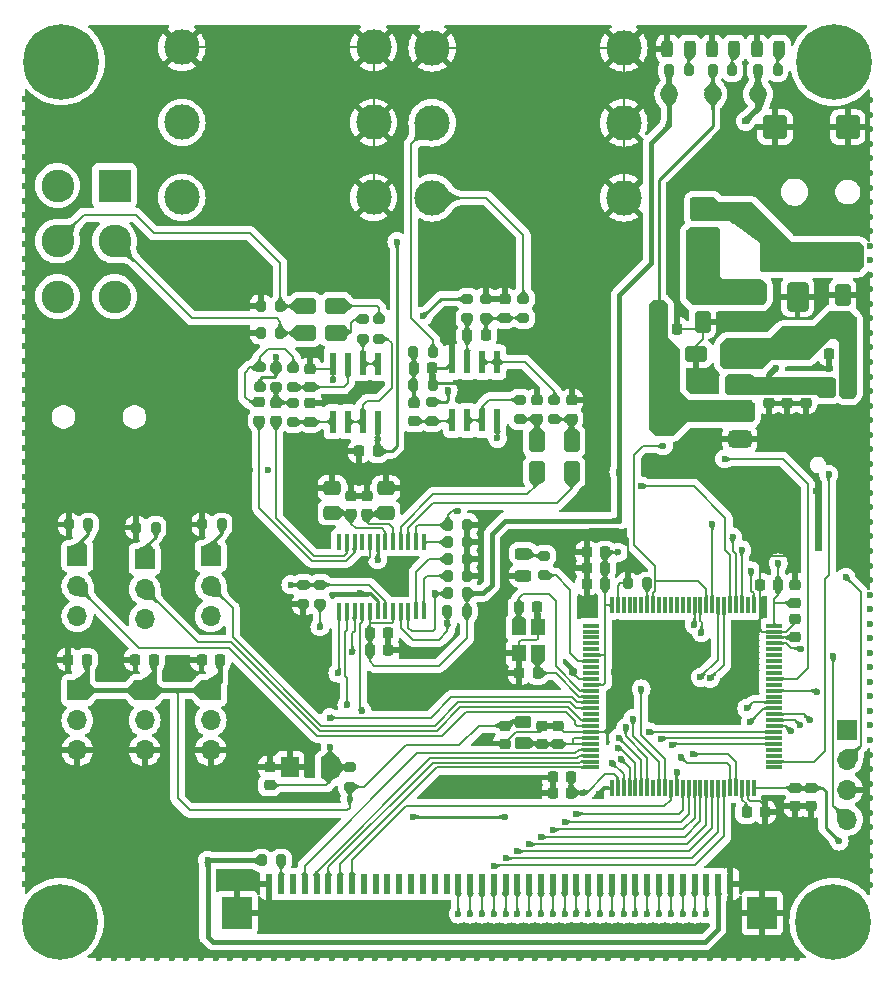
<source format=gtl>
G04 #@! TF.GenerationSoftware,KiCad,Pcbnew,8.0.3*
G04 #@! TF.CreationDate,2025-02-06T22:10:45+07:00*
G04 #@! TF.ProjectId,Digital_Multi_Pedal_v1,44696769-7461-46c5-9f4d-756c74695f50,rev?*
G04 #@! TF.SameCoordinates,Original*
G04 #@! TF.FileFunction,Copper,L1,Top*
G04 #@! TF.FilePolarity,Positive*
%FSLAX46Y46*%
G04 Gerber Fmt 4.6, Leading zero omitted, Abs format (unit mm)*
G04 Created by KiCad (PCBNEW 8.0.3) date 2025-02-06 22:10:45*
%MOMM*%
%LPD*%
G01*
G04 APERTURE LIST*
G04 Aperture macros list*
%AMRoundRect*
0 Rectangle with rounded corners*
0 $1 Rounding radius*
0 $2 $3 $4 $5 $6 $7 $8 $9 X,Y pos of 4 corners*
0 Add a 4 corners polygon primitive as box body*
4,1,4,$2,$3,$4,$5,$6,$7,$8,$9,$2,$3,0*
0 Add four circle primitives for the rounded corners*
1,1,$1+$1,$2,$3*
1,1,$1+$1,$4,$5*
1,1,$1+$1,$6,$7*
1,1,$1+$1,$8,$9*
0 Add four rect primitives between the rounded corners*
20,1,$1+$1,$2,$3,$4,$5,0*
20,1,$1+$1,$4,$5,$6,$7,0*
20,1,$1+$1,$6,$7,$8,$9,0*
20,1,$1+$1,$8,$9,$2,$3,0*%
G04 Aperture macros list end*
G04 #@! TA.AperFunction,ComponentPad*
%ADD10C,3.000000*%
G04 #@! TD*
G04 #@! TA.AperFunction,SMDPad,CuDef*
%ADD11RoundRect,0.200000X-0.200000X-0.275000X0.200000X-0.275000X0.200000X0.275000X-0.200000X0.275000X0*%
G04 #@! TD*
G04 #@! TA.AperFunction,SMDPad,CuDef*
%ADD12RoundRect,0.200000X0.200000X0.275000X-0.200000X0.275000X-0.200000X-0.275000X0.200000X-0.275000X0*%
G04 #@! TD*
G04 #@! TA.AperFunction,SMDPad,CuDef*
%ADD13RoundRect,0.250000X-0.450000X0.262500X-0.450000X-0.262500X0.450000X-0.262500X0.450000X0.262500X0*%
G04 #@! TD*
G04 #@! TA.AperFunction,SMDPad,CuDef*
%ADD14RoundRect,0.224400X-0.435600X0.680600X-0.435600X-0.680600X0.435600X-0.680600X0.435600X0.680600X0*%
G04 #@! TD*
G04 #@! TA.AperFunction,SMDPad,CuDef*
%ADD15RoundRect,0.225000X-0.250000X0.225000X-0.250000X-0.225000X0.250000X-0.225000X0.250000X0.225000X0*%
G04 #@! TD*
G04 #@! TA.AperFunction,SMDPad,CuDef*
%ADD16RoundRect,0.225000X-0.225000X-0.250000X0.225000X-0.250000X0.225000X0.250000X-0.225000X0.250000X0*%
G04 #@! TD*
G04 #@! TA.AperFunction,SMDPad,CuDef*
%ADD17RoundRect,0.225000X0.250000X-0.225000X0.250000X0.225000X-0.250000X0.225000X-0.250000X-0.225000X0*%
G04 #@! TD*
G04 #@! TA.AperFunction,SMDPad,CuDef*
%ADD18RoundRect,0.224400X0.680600X0.435600X-0.680600X0.435600X-0.680600X-0.435600X0.680600X-0.435600X0*%
G04 #@! TD*
G04 #@! TA.AperFunction,ComponentPad*
%ADD19C,0.800000*%
G04 #@! TD*
G04 #@! TA.AperFunction,ComponentPad*
%ADD20C,6.400000*%
G04 #@! TD*
G04 #@! TA.AperFunction,SMDPad,CuDef*
%ADD21RoundRect,0.200000X0.275000X-0.200000X0.275000X0.200000X-0.275000X0.200000X-0.275000X-0.200000X0*%
G04 #@! TD*
G04 #@! TA.AperFunction,SMDPad,CuDef*
%ADD22RoundRect,0.250000X0.750000X-0.750000X0.750000X0.750000X-0.750000X0.750000X-0.750000X-0.750000X0*%
G04 #@! TD*
G04 #@! TA.AperFunction,SMDPad,CuDef*
%ADD23RoundRect,0.243750X0.456250X-0.243750X0.456250X0.243750X-0.456250X0.243750X-0.456250X-0.243750X0*%
G04 #@! TD*
G04 #@! TA.AperFunction,ComponentPad*
%ADD24R,2.775000X2.775000*%
G04 #@! TD*
G04 #@! TA.AperFunction,ComponentPad*
%ADD25C,2.775000*%
G04 #@! TD*
G04 #@! TA.AperFunction,ComponentPad*
%ADD26R,1.700000X1.700000*%
G04 #@! TD*
G04 #@! TA.AperFunction,ComponentPad*
%ADD27O,1.700000X1.700000*%
G04 #@! TD*
G04 #@! TA.AperFunction,SMDPad,CuDef*
%ADD28C,1.500000*%
G04 #@! TD*
G04 #@! TA.AperFunction,SMDPad,CuDef*
%ADD29RoundRect,0.225000X0.225000X0.250000X-0.225000X0.250000X-0.225000X-0.250000X0.225000X-0.250000X0*%
G04 #@! TD*
G04 #@! TA.AperFunction,SMDPad,CuDef*
%ADD30R,0.558800X1.981200*%
G04 #@! TD*
G04 #@! TA.AperFunction,SMDPad,CuDef*
%ADD31RoundRect,0.243750X-0.243750X-0.456250X0.243750X-0.456250X0.243750X0.456250X-0.243750X0.456250X0*%
G04 #@! TD*
G04 #@! TA.AperFunction,SMDPad,CuDef*
%ADD32RoundRect,0.224400X0.435600X-0.680600X0.435600X0.680600X-0.435600X0.680600X-0.435600X-0.680600X0*%
G04 #@! TD*
G04 #@! TA.AperFunction,SMDPad,CuDef*
%ADD33RoundRect,0.224400X-0.680600X-0.435600X0.680600X-0.435600X0.680600X0.435600X-0.680600X0.435600X0*%
G04 #@! TD*
G04 #@! TA.AperFunction,SMDPad,CuDef*
%ADD34RoundRect,0.200000X-0.275000X0.200000X-0.275000X-0.200000X0.275000X-0.200000X0.275000X0.200000X0*%
G04 #@! TD*
G04 #@! TA.AperFunction,SMDPad,CuDef*
%ADD35R,0.355600X1.358900*%
G04 #@! TD*
G04 #@! TA.AperFunction,SMDPad,CuDef*
%ADD36RoundRect,0.250000X0.475000X-0.337500X0.475000X0.337500X-0.475000X0.337500X-0.475000X-0.337500X0*%
G04 #@! TD*
G04 #@! TA.AperFunction,SMDPad,CuDef*
%ADD37R,3.149600X1.778000*%
G04 #@! TD*
G04 #@! TA.AperFunction,SMDPad,CuDef*
%ADD38RoundRect,0.250000X-0.475000X0.337500X-0.475000X-0.337500X0.475000X-0.337500X0.475000X0.337500X0*%
G04 #@! TD*
G04 #@! TA.AperFunction,SMDPad,CuDef*
%ADD39R,1.150000X1.400000*%
G04 #@! TD*
G04 #@! TA.AperFunction,SMDPad,CuDef*
%ADD40R,1.500000X1.700000*%
G04 #@! TD*
G04 #@! TA.AperFunction,SMDPad,CuDef*
%ADD41R,1.475000X0.300000*%
G04 #@! TD*
G04 #@! TA.AperFunction,SMDPad,CuDef*
%ADD42R,0.300000X1.475000*%
G04 #@! TD*
G04 #@! TA.AperFunction,SMDPad,CuDef*
%ADD43RoundRect,0.250000X0.650000X-1.000000X0.650000X1.000000X-0.650000X1.000000X-0.650000X-1.000000X0*%
G04 #@! TD*
G04 #@! TA.AperFunction,SMDPad,CuDef*
%ADD44RoundRect,0.375000X0.625000X0.375000X-0.625000X0.375000X-0.625000X-0.375000X0.625000X-0.375000X0*%
G04 #@! TD*
G04 #@! TA.AperFunction,SMDPad,CuDef*
%ADD45RoundRect,0.500000X0.500000X1.400000X-0.500000X1.400000X-0.500000X-1.400000X0.500000X-1.400000X0*%
G04 #@! TD*
G04 #@! TA.AperFunction,SMDPad,CuDef*
%ADD46RoundRect,0.250000X0.262500X0.450000X-0.262500X0.450000X-0.262500X-0.450000X0.262500X-0.450000X0*%
G04 #@! TD*
G04 #@! TA.AperFunction,SMDPad,CuDef*
%ADD47R,0.600000X1.700000*%
G04 #@! TD*
G04 #@! TA.AperFunction,SMDPad,CuDef*
%ADD48R,2.500000X2.800000*%
G04 #@! TD*
G04 #@! TA.AperFunction,ViaPad*
%ADD49C,0.600000*%
G04 #@! TD*
G04 #@! TA.AperFunction,Conductor*
%ADD50C,0.203200*%
G04 #@! TD*
G04 #@! TA.AperFunction,Conductor*
%ADD51C,0.254000*%
G04 #@! TD*
G04 #@! TA.AperFunction,Conductor*
%ADD52C,0.381000*%
G04 #@! TD*
G04 #@! TA.AperFunction,Conductor*
%ADD53C,0.508000*%
G04 #@! TD*
G04 #@! TA.AperFunction,Conductor*
%ADD54C,0.200000*%
G04 #@! TD*
G04 APERTURE END LIST*
D10*
X142069200Y-78399000D03*
X158299200Y-78399000D03*
X142069200Y-72049000D03*
X158299200Y-72049000D03*
X142069200Y-84749000D03*
X158299200Y-84749000D03*
D11*
X169661200Y-73934200D03*
X171311200Y-73934200D03*
D12*
X129277200Y-140833800D03*
X127627200Y-140833800D03*
D13*
X149794200Y-129079000D03*
X149794200Y-130904000D03*
D11*
X122596200Y-112394200D03*
X124246200Y-112394200D03*
D14*
X164961700Y-92669000D03*
X164961700Y-95269000D03*
D15*
X172769200Y-120409000D03*
X172769200Y-121959000D03*
D16*
X140524200Y-99167900D03*
X142074200Y-99167900D03*
D17*
X151364200Y-130969000D03*
X151364200Y-129419000D03*
D14*
X153881700Y-105349000D03*
X153881700Y-107949000D03*
D18*
X133909200Y-96181500D03*
X131309200Y-96181500D03*
D19*
X108274200Y-73204000D03*
X108977144Y-71506944D03*
X108977144Y-74901056D03*
X110674200Y-70804000D03*
D20*
X110674200Y-73204000D03*
D19*
X110674200Y-75604000D03*
X112371256Y-71506944D03*
X112371256Y-74901056D03*
X113074200Y-73204000D03*
D16*
X152279200Y-133744000D03*
X153829200Y-133744000D03*
D11*
X162131200Y-73934200D03*
X163781200Y-73934200D03*
X143371200Y-118234200D03*
X145021200Y-118234200D03*
D21*
X149509400Y-103470900D03*
X149509400Y-101820900D03*
D22*
X171099200Y-89754000D03*
X177249200Y-89754000D03*
X177249200Y-78754000D03*
X171099200Y-78754000D03*
D17*
X127444200Y-103599000D03*
X127444200Y-102049000D03*
D16*
X169814200Y-117494000D03*
X171364200Y-117494000D03*
D17*
X172759200Y-119029000D03*
X172759200Y-117479000D03*
X150939200Y-103429000D03*
X150939200Y-101879000D03*
D23*
X149794200Y-116731500D03*
X149794200Y-114856500D03*
D24*
X115179200Y-83701500D03*
D25*
X115179200Y-88401500D03*
X115179200Y-93101500D03*
X110349200Y-83701500D03*
X110349200Y-88401500D03*
X110349200Y-93101500D03*
D17*
X174169200Y-136259000D03*
X174169200Y-134709000D03*
D26*
X112034200Y-126439000D03*
D27*
X112034200Y-128979000D03*
X112034200Y-131519000D03*
D19*
X173614200Y-146024000D03*
X174317144Y-144326944D03*
X174317144Y-147721056D03*
X176014200Y-143624000D03*
D20*
X176014200Y-146024000D03*
D19*
X176014200Y-148424000D03*
X177711256Y-144326944D03*
X177711256Y-147721056D03*
X178414200Y-146024000D03*
D28*
X162134200Y-75954000D03*
D19*
X108194200Y-146024000D03*
X108897144Y-144326944D03*
X108897144Y-147721056D03*
X110594200Y-143624000D03*
D20*
X110594200Y-146024000D03*
D19*
X110594200Y-148424000D03*
X112291256Y-144326944D03*
X112291256Y-147721056D03*
X112994200Y-146024000D03*
D29*
X138349200Y-121594000D03*
X136799200Y-121594000D03*
D17*
X128854200Y-103619000D03*
X128854200Y-102069000D03*
X170584200Y-102109000D03*
X170584200Y-100559000D03*
D19*
X173664200Y-73254000D03*
X174367144Y-71556944D03*
X174367144Y-74951056D03*
X176064200Y-70854000D03*
D20*
X176064200Y-73254000D03*
D19*
X176064200Y-75654000D03*
X177761256Y-71556944D03*
X177761256Y-74951056D03*
X178464200Y-73254000D03*
D30*
X137469200Y-98767900D03*
X136199200Y-98767900D03*
X134929200Y-98767900D03*
X133659200Y-98767900D03*
X133659200Y-103695500D03*
X134929200Y-103695500D03*
X136199200Y-103695500D03*
X137469200Y-103695500D03*
D31*
X169556700Y-72114000D03*
X171431700Y-72114000D03*
D16*
X155149200Y-117444000D03*
X156699200Y-117444000D03*
D32*
X176836700Y-95559000D03*
X176836700Y-92959000D03*
D15*
X148214200Y-129419000D03*
X148214200Y-130969000D03*
D28*
X165814200Y-75944000D03*
D16*
X135909200Y-106184000D03*
X137459200Y-106184000D03*
D29*
X156699200Y-116104800D03*
X155149200Y-116104800D03*
D16*
X175689200Y-97984000D03*
X177239200Y-97984000D03*
D26*
X164984200Y-85694000D03*
D27*
X164984200Y-88234000D03*
D12*
X142132200Y-97777700D03*
X140482200Y-97777700D03*
X145047200Y-115303800D03*
X143397200Y-115303800D03*
D11*
X158626200Y-117384200D03*
X160276200Y-117384200D03*
D16*
X155149200Y-114754000D03*
X156699200Y-114754000D03*
D29*
X138349200Y-123024000D03*
X136799200Y-123024000D03*
D33*
X161819200Y-97956500D03*
X164419200Y-97956500D03*
D34*
X130304000Y-102071000D03*
X130304000Y-103721000D03*
D16*
X122544200Y-123844000D03*
X124094200Y-123844000D03*
D26*
X123319200Y-126439000D03*
D27*
X123319200Y-128979000D03*
X123319200Y-131519000D03*
D26*
X123319200Y-115074000D03*
D27*
X123319200Y-117614000D03*
X123319200Y-120154000D03*
D15*
X136534200Y-109999000D03*
X136534200Y-111549000D03*
D17*
X152694600Y-130972036D03*
X152694600Y-129422036D03*
D14*
X150931700Y-105349000D03*
X150931700Y-107949000D03*
D29*
X153829200Y-135094000D03*
X152279200Y-135094000D03*
D31*
X165766700Y-72114000D03*
X167641700Y-72114000D03*
D35*
X134199201Y-119731350D03*
X134849200Y-119731350D03*
X135499198Y-119731350D03*
X136149199Y-119731350D03*
X136799198Y-119731350D03*
X137449199Y-119731350D03*
X138099198Y-119731350D03*
X138749199Y-119731350D03*
X139399198Y-119731350D03*
X140049199Y-119731350D03*
X140699198Y-119731350D03*
X141349199Y-119731350D03*
X141349199Y-113876650D03*
X140699200Y-113876650D03*
X140049199Y-113876650D03*
X139399201Y-113876650D03*
X138749199Y-113876650D03*
X138099201Y-113876650D03*
X137449202Y-113876650D03*
X136799201Y-113876650D03*
X136149202Y-113876650D03*
X135499201Y-113876650D03*
X134849202Y-113876650D03*
X134199201Y-113876650D03*
D36*
X138154200Y-111410900D03*
X138154200Y-109335900D03*
D26*
X112034200Y-115074000D03*
D27*
X112034200Y-117614000D03*
X112034200Y-120154000D03*
D11*
X143361200Y-119734200D03*
X145011200Y-119734200D03*
D15*
X131764200Y-102139000D03*
X131764200Y-103689000D03*
D12*
X145047200Y-116733800D03*
X143397200Y-116733800D03*
D21*
X152404400Y-103497000D03*
X152404400Y-101847000D03*
D16*
X116949200Y-123844000D03*
X118499200Y-123844000D03*
D37*
X168515300Y-92682300D03*
X168515300Y-97889300D03*
D15*
X172810800Y-134700800D03*
X172810800Y-136250800D03*
D34*
X149799000Y-93274900D03*
X149799000Y-94924900D03*
D17*
X148209200Y-94892900D03*
X148209200Y-93342900D03*
X153874200Y-103439000D03*
X153874200Y-101889000D03*
D26*
X117724200Y-115334000D03*
D27*
X117724200Y-117874000D03*
X117724200Y-120414000D03*
D38*
X133594200Y-109317100D03*
X133594200Y-111392100D03*
D21*
X145039400Y-94940900D03*
X145039400Y-93290900D03*
D29*
X162809200Y-95834000D03*
X161259200Y-95834000D03*
D34*
X146609000Y-93284900D03*
X146609000Y-94934900D03*
D15*
X140559200Y-102102900D03*
X140559200Y-103652900D03*
D18*
X133919200Y-93901500D03*
X131319200Y-93901500D03*
D34*
X128854000Y-99111000D03*
X128854000Y-100761000D03*
D29*
X170234200Y-136754000D03*
X168684200Y-136754000D03*
X151004200Y-124971500D03*
X149454200Y-124971500D03*
D34*
X130324000Y-99111000D03*
X130324000Y-100761000D03*
D17*
X128319200Y-134474000D03*
X128319200Y-132924000D03*
D34*
X137574000Y-95001000D03*
X137574000Y-96651000D03*
D30*
X147579200Y-98647900D03*
X146309200Y-98647900D03*
X145039200Y-98647900D03*
X143769200Y-98647900D03*
X143769200Y-103575500D03*
X145039200Y-103575500D03*
X146309200Y-103575500D03*
X147579200Y-103575500D03*
D12*
X142132200Y-100567700D03*
X140482200Y-100567700D03*
D11*
X127541200Y-96164200D03*
X129191200Y-96164200D03*
D21*
X127454400Y-100747000D03*
X127454400Y-99097000D03*
D31*
X161986700Y-72114000D03*
X163861700Y-72114000D03*
D39*
X149409200Y-121094000D03*
X149409200Y-123294000D03*
X151009200Y-123294000D03*
X151009200Y-121094000D03*
D11*
X117001200Y-112654200D03*
X118651200Y-112654200D03*
X111311200Y-112394200D03*
X112961200Y-112394200D03*
D40*
X130002200Y-132940000D03*
X133402200Y-132940000D03*
D34*
X131164000Y-117491000D03*
X131164000Y-119141000D03*
X132594000Y-117491000D03*
X132594000Y-119141000D03*
X136204000Y-95001000D03*
X136204000Y-96651000D03*
D17*
X172134200Y-102109000D03*
X172134200Y-100559000D03*
D41*
X155543200Y-120964000D03*
X155543200Y-121464000D03*
X155543200Y-121964000D03*
X155543200Y-122464000D03*
X155543200Y-122964000D03*
X155543200Y-123464000D03*
X155543200Y-123964000D03*
X155543200Y-124464000D03*
X155543200Y-124964000D03*
X155543200Y-125464000D03*
X155543200Y-125964000D03*
X155543200Y-126464000D03*
X155543200Y-126964000D03*
X155543200Y-127464000D03*
X155543200Y-127964000D03*
X155543200Y-128464000D03*
X155543200Y-128964000D03*
X155543200Y-129464000D03*
X155543200Y-129964000D03*
X155543200Y-130464000D03*
X155543200Y-130964000D03*
X155543200Y-131464000D03*
X155543200Y-131964000D03*
X155543200Y-132464000D03*
X155543200Y-132964000D03*
D42*
X157281200Y-134702000D03*
X157781200Y-134702000D03*
X158281200Y-134702000D03*
X158781200Y-134702000D03*
X159281200Y-134702000D03*
X159781200Y-134702000D03*
X160281200Y-134702000D03*
X160781200Y-134702000D03*
X161281200Y-134702000D03*
X161781200Y-134702000D03*
X162281200Y-134702000D03*
X162781200Y-134702000D03*
X163281200Y-134702000D03*
X163781200Y-134702000D03*
X164281200Y-134702000D03*
X164781200Y-134702000D03*
X165281200Y-134702000D03*
X165781200Y-134702000D03*
X166281200Y-134702000D03*
X166781200Y-134702000D03*
X167281200Y-134702000D03*
X167781200Y-134702000D03*
X168281200Y-134702000D03*
X168781200Y-134702000D03*
X169281200Y-134702000D03*
D41*
X171019200Y-132964000D03*
X171019200Y-132464000D03*
X171019200Y-131964000D03*
X171019200Y-131464000D03*
X171019200Y-130964000D03*
X171019200Y-130464000D03*
X171019200Y-129964000D03*
X171019200Y-129464000D03*
X171019200Y-128964000D03*
X171019200Y-128464000D03*
X171019200Y-127964000D03*
X171019200Y-127464000D03*
X171019200Y-126964000D03*
X171019200Y-126464000D03*
X171019200Y-125964000D03*
X171019200Y-125464000D03*
X171019200Y-124964000D03*
X171019200Y-124464000D03*
X171019200Y-123964000D03*
X171019200Y-123464000D03*
X171019200Y-122964000D03*
X171019200Y-122464000D03*
X171019200Y-121964000D03*
X171019200Y-121464000D03*
X171019200Y-120964000D03*
D42*
X169281200Y-119226000D03*
X168781200Y-119226000D03*
X168281200Y-119226000D03*
X167781200Y-119226000D03*
X167281200Y-119226000D03*
X166781200Y-119226000D03*
X166281200Y-119226000D03*
X165781200Y-119226000D03*
X165281200Y-119226000D03*
X164781200Y-119226000D03*
X164281200Y-119226000D03*
X163781200Y-119226000D03*
X163281200Y-119226000D03*
X162781200Y-119226000D03*
X162281200Y-119226000D03*
X161781200Y-119226000D03*
X161281200Y-119226000D03*
X160781200Y-119226000D03*
X160281200Y-119226000D03*
X159781200Y-119226000D03*
X159281200Y-119226000D03*
X158781200Y-119226000D03*
X158281200Y-119226000D03*
X157781200Y-119226000D03*
X157281200Y-119226000D03*
D34*
X135089000Y-132936000D03*
X135089000Y-134586000D03*
D11*
X127561200Y-93904200D03*
X129211200Y-93904200D03*
D26*
X117724200Y-126439000D03*
D27*
X117724200Y-128979000D03*
X117724200Y-131519000D03*
D43*
X173004200Y-97101500D03*
X173004200Y-93101500D03*
D12*
X145047200Y-113873800D03*
X143397200Y-113873800D03*
D17*
X135204200Y-111549000D03*
X135204200Y-109999000D03*
D29*
X146594200Y-96387900D03*
X145044200Y-96387900D03*
D16*
X149414200Y-119414000D03*
X150964200Y-119414000D03*
D44*
X168114200Y-105154000D03*
X168114200Y-102854000D03*
D45*
X161814200Y-102854000D03*
D44*
X168114200Y-100554000D03*
D12*
X145047200Y-112433800D03*
X143397200Y-112433800D03*
D21*
X151574400Y-116687000D03*
X151574400Y-115037000D03*
D16*
X111259200Y-123844000D03*
X112809200Y-123844000D03*
D21*
X142044400Y-103647000D03*
X142044400Y-101997000D03*
D26*
X177206000Y-129771600D03*
D27*
X177206000Y-132311600D03*
X177206000Y-134851600D03*
X177206000Y-137391600D03*
D46*
X177232236Y-100793600D03*
X175407236Y-100793600D03*
D28*
X169654200Y-75954000D03*
D11*
X165821200Y-73934200D03*
X167471200Y-73934200D03*
D17*
X173684200Y-102109000D03*
X173684200Y-100559000D03*
D15*
X131754200Y-99209000D03*
X131754200Y-100759000D03*
D10*
X120879200Y-78359000D03*
X137109200Y-78359000D03*
X120879200Y-72009000D03*
X137109200Y-72009000D03*
X120879200Y-84709000D03*
X137109200Y-84709000D03*
D47*
X167284200Y-142844000D03*
X166284200Y-142844000D03*
X165284200Y-142844000D03*
X164284200Y-142844000D03*
X163284200Y-142844000D03*
X162284200Y-142844000D03*
X161284200Y-142844000D03*
X160284200Y-142844000D03*
X159284200Y-142844000D03*
X158284200Y-142844000D03*
X157284200Y-142844000D03*
X156284200Y-142844000D03*
X155284200Y-142844000D03*
X154284200Y-142844000D03*
X153284200Y-142844000D03*
X152284200Y-142844000D03*
X151284200Y-142844000D03*
X150284200Y-142844000D03*
X149284200Y-142844000D03*
X148284200Y-142844000D03*
X147284200Y-142844000D03*
X146284200Y-142844000D03*
X145284200Y-142844000D03*
X144284200Y-142844000D03*
X143284200Y-142844000D03*
X142284200Y-142844000D03*
X141284200Y-142844000D03*
X140284200Y-142844000D03*
X139284200Y-142844000D03*
X138284200Y-142844000D03*
X137284200Y-142844000D03*
X136284200Y-142844000D03*
X135284200Y-142844000D03*
X134284200Y-142844000D03*
X133284200Y-142844000D03*
X132284200Y-142844000D03*
X131284200Y-142844000D03*
X130284200Y-142844000D03*
X129284200Y-142844000D03*
X128284200Y-142844000D03*
D48*
X170034200Y-145294000D03*
X125534200Y-145294000D03*
D49*
X168045996Y-149101000D03*
X179136400Y-135568432D03*
X156967365Y-149101000D03*
X142432300Y-107775200D03*
X179136400Y-97408703D03*
X179136400Y-104794457D03*
X179136400Y-87561031D03*
X179136400Y-131875555D03*
X107584600Y-118208006D03*
X107584600Y-137903350D03*
X140171340Y-107775200D03*
X107584600Y-129286637D03*
X163122160Y-149101000D03*
X117576677Y-149101000D03*
X179136400Y-103563498D03*
X171738873Y-149101000D03*
X176494800Y-109553200D03*
X179136400Y-107256375D03*
X179136400Y-77713359D03*
X179136400Y-96177744D03*
X169332000Y-109273800D03*
X115114759Y-149101000D03*
X149215200Y-107775200D03*
X136286600Y-115700000D03*
X179136400Y-134337473D03*
X120038595Y-149101000D03*
X179136400Y-122027883D03*
X179136400Y-112180211D03*
X128158600Y-107775200D03*
X179136400Y-102332539D03*
X107584600Y-136672391D03*
X126193390Y-149101000D03*
X107584600Y-103436498D03*
X107584600Y-123131842D03*
X137910380Y-107775200D03*
X142195857Y-149101000D03*
X107584600Y-119438965D03*
X117338200Y-109553200D03*
X153914200Y-124894800D03*
X137272021Y-149101000D03*
X179136400Y-85099113D03*
X107584600Y-98512662D03*
X118836800Y-108232400D03*
X179136400Y-88791990D03*
X159429283Y-149101000D03*
X107584600Y-88664990D03*
X179136400Y-129413637D03*
X139893400Y-123015200D03*
X179136400Y-81406236D03*
X107584600Y-76355400D03*
X135649420Y-107775200D03*
X107584600Y-116977047D03*
X107584600Y-78817318D03*
X127424349Y-149101000D03*
X152043529Y-149101000D03*
X122500513Y-149101000D03*
X111205914Y-109553200D03*
X150623800Y-135094000D03*
X158198324Y-149101000D03*
X107584600Y-94819785D03*
X179136400Y-109718293D03*
X124962431Y-149101000D03*
X154505447Y-149101000D03*
X179136400Y-99870621D03*
X179136400Y-138030350D03*
X168976400Y-142844000D03*
X145823740Y-107775200D03*
X107584600Y-134210473D03*
X150812570Y-149101000D03*
X179136400Y-86330072D03*
X133594200Y-101755400D03*
X137632800Y-90046000D03*
X107584600Y-93588826D03*
X107584600Y-80048277D03*
X148883025Y-100432625D03*
X107584600Y-87434031D03*
X123214140Y-107775200D03*
X107584600Y-97281703D03*
X179136400Y-118335006D03*
X107584600Y-100974580D03*
X136041062Y-149101000D03*
X179136400Y-98639662D03*
X116111742Y-109553200D03*
X112432371Y-109553200D03*
X116345718Y-149101000D03*
X146954220Y-107775200D03*
X115407800Y-123828000D03*
X153274488Y-149101000D03*
X107584600Y-120669924D03*
X179136400Y-82637195D03*
X107584600Y-112053211D03*
X144693260Y-107775200D03*
X157495600Y-124894800D03*
X107584600Y-96050744D03*
X107584600Y-89895949D03*
X179136400Y-125720760D03*
X179136400Y-78944318D03*
X179136400Y-92484867D03*
X179136400Y-114642129D03*
X107584600Y-121900883D03*
X179136400Y-115873088D03*
X107584600Y-102205539D03*
X165584078Y-149101000D03*
X166308200Y-109044000D03*
X175682000Y-99240800D03*
X107584600Y-107129375D03*
X179136400Y-108487334D03*
X107584600Y-109591293D03*
X138502980Y-149101000D03*
X179136400Y-124489801D03*
X131117226Y-149101000D03*
X168747800Y-108664200D03*
X107584600Y-108360334D03*
X107584600Y-126824719D03*
X129997020Y-107775200D03*
X147119693Y-149101000D03*
X172969846Y-149101000D03*
X179136400Y-130644596D03*
X179136400Y-106025416D03*
X108753000Y-109553200D03*
X179136400Y-142954200D03*
X125339200Y-93906800D03*
X107584600Y-81279236D03*
X179136400Y-136799391D03*
X126605580Y-107775200D03*
X133579144Y-149101000D03*
X161891201Y-149101000D03*
X179136400Y-126951719D03*
X107584600Y-110822252D03*
X170507914Y-149101000D03*
X164353119Y-149101000D03*
X179136400Y-133106514D03*
X107584600Y-91126908D03*
X179136400Y-94946785D03*
X118151000Y-108918200D03*
X134810103Y-149101000D03*
X125475100Y-107775200D03*
X143426816Y-149101000D03*
X109979457Y-109553200D03*
X119822700Y-107775200D03*
X174564400Y-109553200D03*
X107584600Y-77586359D03*
X113883800Y-149101000D03*
X107584600Y-132979514D03*
X141301820Y-107775200D03*
X179136400Y-113411170D03*
X179136400Y-123258842D03*
X140964898Y-149101000D03*
X160660242Y-149101000D03*
X121269554Y-149101000D03*
X149581611Y-149101000D03*
X123731472Y-149101000D03*
X107584600Y-140365268D03*
X107584600Y-83741154D03*
X107584600Y-125593760D03*
X139733939Y-149101000D03*
X146268800Y-112448800D03*
X179136400Y-119565965D03*
X107584600Y-130517596D03*
X179136400Y-110949252D03*
X179136400Y-93715826D03*
X113658828Y-109553200D03*
X139040860Y-107775200D03*
X131127500Y-107775200D03*
X107584600Y-84972113D03*
X179136400Y-101101580D03*
X179136400Y-141723227D03*
X179136400Y-76482400D03*
X107584600Y-114515129D03*
X179136400Y-117104047D03*
X156225600Y-135207200D03*
X179136400Y-128182678D03*
X114885285Y-109553200D03*
X158041700Y-113071100D03*
X107584600Y-135441432D03*
X133670400Y-100157400D03*
X179136400Y-120796924D03*
X128655308Y-149101000D03*
X148084700Y-107775200D03*
X179136400Y-90022949D03*
X136779900Y-107775200D03*
X179136400Y-140492268D03*
X143562780Y-107775200D03*
X107584600Y-99743621D03*
X148199200Y-88877600D03*
X107584600Y-113284170D03*
X107584600Y-86203072D03*
X144657775Y-149101000D03*
X124344620Y-107775200D03*
X107584600Y-124362801D03*
X121021200Y-123853400D03*
X118807636Y-149101000D03*
X169276955Y-149101000D03*
X107584600Y-115746088D03*
X135956400Y-118214600D03*
X128284200Y-144987600D03*
X125339200Y-96167400D03*
X122083660Y-107775200D03*
X107584600Y-92357867D03*
X129886267Y-149101000D03*
X145888734Y-149101000D03*
X132348185Y-149101000D03*
X179136400Y-80175277D03*
X107584600Y-139134309D03*
X133388460Y-107775200D03*
X107584600Y-131748555D03*
X107584600Y-128055678D03*
X179136400Y-83868154D03*
X107584600Y-105898416D03*
X179136400Y-139261309D03*
X179136400Y-91253908D03*
X166815037Y-149101000D03*
X107584600Y-104667457D03*
X148350652Y-149101000D03*
X107584600Y-82510195D03*
X107584600Y-142827200D03*
X155736406Y-149101000D03*
X134518940Y-107775200D03*
X107584600Y-141596227D03*
X139084200Y-88454000D03*
X147594200Y-105104000D03*
X137454200Y-115394000D03*
X137454200Y-105154000D03*
X135089000Y-135617400D03*
X148250000Y-137137600D03*
X157876600Y-107953000D03*
X157825800Y-114760200D03*
X176520200Y-139195000D03*
X171364000Y-115641200D03*
X157876600Y-112067800D03*
X162143800Y-78539800D03*
X154854000Y-135094000D03*
X140426800Y-137137600D03*
X161254200Y-95014000D03*
X123053200Y-140833800D03*
X133424200Y-128754000D03*
X133424200Y-131234000D03*
X171160800Y-99164600D03*
X168595400Y-78260400D03*
X141324596Y-94753604D03*
X128864200Y-98215600D03*
X143414200Y-101024000D03*
X173272600Y-122898187D03*
X176023200Y-123563000D03*
X169074200Y-116324000D03*
X177094200Y-116864000D03*
X152284200Y-145384000D03*
X152284200Y-138242400D03*
X163284200Y-145384000D03*
X164864200Y-121544000D03*
X164294200Y-145384000D03*
X174032600Y-128964000D03*
X165274200Y-145374000D03*
X174634200Y-126564000D03*
X147284200Y-145384000D03*
X147284200Y-141314000D03*
X162364200Y-131065600D03*
X146284200Y-145384000D03*
X154284200Y-145364000D03*
X154284200Y-136884000D03*
X148284200Y-140642400D03*
X148284200Y-145384000D03*
X173249200Y-129409000D03*
X161284200Y-145394000D03*
X168709200Y-127969000D03*
X158284200Y-145384000D03*
X160454200Y-129964000D03*
X144284200Y-145384000D03*
X150284200Y-145384000D03*
X150284200Y-139462400D03*
X153284200Y-137584000D03*
X153294200Y-145384000D03*
X172414200Y-129884000D03*
X160284200Y-145384000D03*
X149294200Y-145384000D03*
X149284200Y-140062400D03*
X155284200Y-145384000D03*
X162781200Y-133357000D03*
X156294200Y-145384000D03*
X164784200Y-125334000D03*
X145284200Y-145384000D03*
X161474200Y-130565600D03*
X164274200Y-120884000D03*
X162284200Y-145384000D03*
X151284200Y-138864000D03*
X151284200Y-145384000D03*
X157284200Y-145384000D03*
X165624200Y-125414000D03*
X169001800Y-129111200D03*
X159284200Y-145384000D03*
X161654200Y-105744000D03*
X165764200Y-112344000D03*
X168284200Y-114544000D03*
X175644200Y-108145600D03*
X166824200Y-106844000D03*
X167504200Y-113444000D03*
X159064200Y-128824000D03*
X132574200Y-121064000D03*
X130104200Y-117494000D03*
X157864200Y-130434000D03*
X143364200Y-120744000D03*
X164182600Y-131844000D03*
X163119200Y-132099000D03*
X142314200Y-118234000D03*
X144234200Y-111274000D03*
X159764200Y-126314000D03*
X159785800Y-109134000D03*
X157314200Y-132594000D03*
X134854200Y-127674000D03*
X134082600Y-124982152D03*
X157764200Y-131324000D03*
X158044200Y-132264000D03*
X136126800Y-128164000D03*
X135324200Y-123194000D03*
X158464200Y-129584000D03*
D50*
X168980600Y-85694000D02*
X164984200Y-85694000D01*
X171099200Y-87812600D02*
X168980600Y-85694000D01*
X171099200Y-89754000D02*
X171099200Y-87812600D01*
X158299200Y-72049000D02*
X158299200Y-78399000D01*
X157995800Y-117384200D02*
X157781200Y-117598800D01*
X172810800Y-136250800D02*
X174161000Y-136250800D01*
X133210600Y-102139000D02*
X133594200Y-101755400D01*
D51*
X139884600Y-123024000D02*
X139893400Y-123015200D01*
D50*
X156642800Y-129964000D02*
X155543200Y-129964000D01*
X170234200Y-136754000D02*
X170234200Y-139715200D01*
X153236564Y-129964000D02*
X155543200Y-129964000D01*
D51*
X138349200Y-123024000D02*
X139884600Y-123024000D01*
D50*
X146609000Y-93284900D02*
X148151200Y-93284900D01*
X133670400Y-100157400D02*
X133670400Y-99209000D01*
X170200600Y-105154000D02*
X168114200Y-105154000D01*
X146253800Y-112433800D02*
X145047200Y-112433800D01*
X158299200Y-78399000D02*
X158299200Y-84749000D01*
X172380000Y-115039600D02*
X170297200Y-115039600D01*
X148209200Y-88887600D02*
X148199200Y-88877600D01*
X164419200Y-97956500D02*
X164419200Y-97249000D01*
X149569200Y-122204000D02*
X150869200Y-122204000D01*
X171867400Y-136250800D02*
X172810800Y-136250800D01*
X154483400Y-125464000D02*
X153914200Y-124894800D01*
X136779900Y-107775200D02*
X136534200Y-108020900D01*
X172769200Y-120733040D02*
X172769200Y-120409000D01*
X125342400Y-96164200D02*
X125339200Y-96167400D01*
X149409200Y-123294000D02*
X149409200Y-124926500D01*
D51*
X143249200Y-99167900D02*
X143769200Y-98647900D01*
D50*
X155149200Y-114754000D02*
X155149200Y-113093400D01*
X127977800Y-145294000D02*
X125534200Y-145294000D01*
X162809200Y-95834000D02*
X164396700Y-95834000D01*
X125341800Y-93904200D02*
X127561200Y-93904200D01*
X151009200Y-122064000D02*
X151009200Y-121094000D01*
X157781200Y-117598800D02*
X157781200Y-119226000D01*
X148214200Y-130899600D02*
X148214200Y-130969000D01*
X116949200Y-123844000D02*
X115423800Y-123844000D01*
X169382800Y-140566600D02*
X168163600Y-140566600D01*
X151171000Y-129974800D02*
X149139000Y-129974800D01*
X158626200Y-117384200D02*
X157995800Y-117384200D01*
X155438200Y-112804400D02*
X157775000Y-112804400D01*
X169814200Y-135814000D02*
X170234200Y-136234000D01*
X174161000Y-136250800D02*
X174169200Y-136259000D01*
X169814200Y-117494000D02*
X169814200Y-121249700D01*
D51*
X137449199Y-118870101D02*
X136793698Y-118214600D01*
D50*
X168781200Y-134702000D02*
X168781200Y-135619290D01*
X169814200Y-115522600D02*
X169814200Y-117494000D01*
X155149200Y-113093400D02*
X155438200Y-112804400D01*
X146268800Y-112448800D02*
X146253800Y-112433800D01*
X137109200Y-78359000D02*
X137109200Y-84709000D01*
X149409200Y-122364000D02*
X149569200Y-122204000D01*
X170034200Y-145294000D02*
X170034200Y-143097600D01*
X152691564Y-129419000D02*
X152694600Y-129422036D01*
X157281200Y-134702000D02*
X156730800Y-134702000D01*
X150964200Y-121049000D02*
X151009200Y-121094000D01*
X152279200Y-133744000D02*
X152279200Y-135094000D01*
D51*
X148847400Y-100397000D02*
X142302900Y-100397000D01*
D50*
X133670400Y-99209000D02*
X131754200Y-99209000D01*
D51*
X136793698Y-118214600D02*
X135956400Y-118214600D01*
D50*
X164419200Y-97249000D02*
X164964200Y-96704000D01*
X155543200Y-125464000D02*
X154483400Y-125464000D01*
X137109200Y-72009000D02*
X137109200Y-78359000D01*
X176836700Y-92959000D02*
X173146700Y-92959000D01*
X128335200Y-132940000D02*
X128319200Y-132924000D01*
X169780600Y-142844000D02*
X167284200Y-142844000D01*
X149409200Y-123294000D02*
X149409200Y-122364000D01*
X170584200Y-104770400D02*
X170200600Y-105154000D01*
X171019200Y-121464000D02*
X172038240Y-121464000D01*
X121030600Y-123844000D02*
X121021200Y-123853400D01*
X170234200Y-136234000D02*
X170234200Y-136754000D01*
X172759200Y-115418800D02*
X172380000Y-115039600D01*
X148883025Y-100432625D02*
X150457825Y-100432625D01*
X120879200Y-72009000D02*
X137109200Y-72009000D01*
X155149200Y-114754000D02*
X155149200Y-117444000D01*
X168975910Y-135814000D02*
X169814200Y-135814000D01*
X175689200Y-99233600D02*
X175682000Y-99240800D01*
D51*
X137449199Y-119731350D02*
X137449199Y-118870101D01*
D50*
X157495600Y-129111200D02*
X156642800Y-129964000D01*
X168163600Y-140566600D02*
X167284200Y-141446000D01*
X145047200Y-113873800D02*
X145047200Y-115303800D01*
X169814200Y-121249700D02*
X170028500Y-121464000D01*
X115423800Y-123844000D02*
X115407800Y-123828000D01*
D51*
X142074200Y-100509700D02*
X142132200Y-100567700D01*
D50*
X152279200Y-135094000D02*
X150623800Y-135094000D01*
X168781200Y-135619290D02*
X168975910Y-135814000D01*
X136799201Y-115187399D02*
X136286600Y-115700000D01*
X145047200Y-112433800D02*
X145047200Y-113873800D01*
X164964200Y-96704000D02*
X164961700Y-96701500D01*
X171364200Y-136754000D02*
X171867400Y-136250800D01*
X133670400Y-100157400D02*
X133670400Y-98779100D01*
X130002200Y-132940000D02*
X128335200Y-132940000D01*
X170584200Y-102109000D02*
X172134200Y-102109000D01*
X127541200Y-96164200D02*
X125342400Y-96164200D01*
X150964200Y-119414000D02*
X150964200Y-121049000D01*
X151364200Y-129781600D02*
X151171000Y-129974800D01*
X151364200Y-129419000D02*
X151364200Y-129781600D01*
X175689200Y-97984000D02*
X175689200Y-99233600D01*
X172134200Y-102109000D02*
X173684200Y-102109000D01*
X128284200Y-144987600D02*
X127977800Y-145294000D01*
X170297200Y-115039600D02*
X169814200Y-115522600D01*
X156730800Y-134702000D02*
X156225600Y-135207200D01*
X152694600Y-129422036D02*
X153236564Y-129964000D01*
X148151200Y-93284900D02*
X148209200Y-93342900D01*
X145047200Y-115303800D02*
X145047200Y-116733800D01*
D51*
X142302900Y-100397000D02*
X142132200Y-100567700D01*
D50*
X136534200Y-108020900D02*
X136534200Y-109999000D01*
D51*
X148883025Y-100432625D02*
X148847400Y-100397000D01*
D50*
X148209200Y-93342900D02*
X148209200Y-88887600D01*
X131764200Y-102139000D02*
X133210600Y-102139000D01*
X149409200Y-124926500D02*
X149454200Y-124971500D01*
X150869200Y-122204000D02*
X151009200Y-122064000D01*
X170234200Y-136754000D02*
X171364200Y-136754000D01*
X170034200Y-143097600D02*
X169780600Y-142844000D01*
X167284200Y-141446000D02*
X167284200Y-142844000D01*
X172038240Y-121464000D02*
X172769200Y-120733040D01*
X125339200Y-93906800D02*
X125341800Y-93904200D01*
X157495600Y-124894800D02*
X157495600Y-129111200D01*
X133670400Y-98779100D02*
X133659200Y-98767900D01*
X128284200Y-142844000D02*
X128284200Y-144987600D01*
X171099200Y-78754000D02*
X177249200Y-78754000D01*
X164396700Y-95834000D02*
X164961700Y-95269000D01*
X164961700Y-96701500D02*
X164961700Y-95269000D01*
X122544200Y-123844000D02*
X121030600Y-123844000D01*
D51*
X142074200Y-99167900D02*
X142074200Y-100509700D01*
D50*
X136799201Y-113876650D02*
X136799201Y-115187399D01*
X170234200Y-139715200D02*
X169382800Y-140566600D01*
X142069200Y-72049000D02*
X158299200Y-72049000D01*
X151364200Y-129419000D02*
X152691564Y-129419000D01*
X149139000Y-129974800D02*
X148214200Y-130899600D01*
X170584200Y-102109000D02*
X170584200Y-104770400D01*
X172759200Y-117479000D02*
X172759200Y-115418800D01*
X158626200Y-113655600D02*
X158626200Y-117384200D01*
X170028500Y-121464000D02*
X171019200Y-121464000D01*
D51*
X142074200Y-99167900D02*
X143249200Y-99167900D01*
D50*
X157775000Y-112804400D02*
X158626200Y-113655600D01*
X150623800Y-135094000D02*
X150612200Y-135105600D01*
X150457825Y-100432625D02*
X150939200Y-100914000D01*
X150939200Y-100914000D02*
X150939200Y-101879000D01*
X173146700Y-92959000D02*
X173004200Y-93101500D01*
D51*
X138639800Y-106184000D02*
X137459200Y-106184000D01*
X137459200Y-106184000D02*
X137459200Y-105159000D01*
X137454200Y-113881648D02*
X137449202Y-113876650D01*
X139084200Y-88454000D02*
X139094200Y-88464000D01*
X137454200Y-103710500D02*
X137469200Y-103695500D01*
X139094200Y-105729600D02*
X138639800Y-106184000D01*
X147594200Y-103590500D02*
X147579200Y-103575500D01*
X137454200Y-115394000D02*
X137454200Y-113881648D01*
X137454200Y-105154000D02*
X137454200Y-103710500D01*
X139094200Y-88464000D02*
X139094200Y-105729600D01*
X137459200Y-105159000D02*
X137454200Y-105154000D01*
X147594200Y-105104000D02*
X147594200Y-103590500D01*
X148250000Y-137137600D02*
X140426800Y-137137600D01*
D52*
X157876600Y-112067800D02*
X157876600Y-107953000D01*
D50*
X135089000Y-135617400D02*
X135089000Y-136379400D01*
D52*
X162131200Y-75951000D02*
X162134200Y-75954000D01*
D50*
X153829200Y-135094000D02*
X153829200Y-133744000D01*
X172759200Y-119029000D02*
X171024200Y-119029000D01*
X156699200Y-119154000D02*
X156699200Y-123454000D01*
D52*
X147132400Y-117503400D02*
X146401600Y-118234200D01*
D51*
X175377200Y-138052000D02*
X175377200Y-134978600D01*
D52*
X146401600Y-118234200D02*
X145021200Y-118234200D01*
D50*
X145021200Y-119724200D02*
X145011200Y-119734200D01*
D52*
X147132400Y-113210800D02*
X147132400Y-117503400D01*
D50*
X171364200Y-117494000D02*
X171364200Y-118329000D01*
X156708200Y-133530800D02*
X157470200Y-133530800D01*
D52*
X124094200Y-123844000D02*
X124094200Y-125664000D01*
D50*
X156771200Y-119226000D02*
X157281200Y-119226000D01*
X156699200Y-114754000D02*
X157819600Y-114754000D01*
X136799200Y-119731352D02*
X136799198Y-119731350D01*
D51*
X175107600Y-134709000D02*
X174169200Y-134709000D01*
D50*
X149794200Y-129079000D02*
X148554200Y-129079000D01*
D51*
X140376000Y-137086800D02*
X140426800Y-137137600D01*
D52*
X160594400Y-90274600D02*
X160594400Y-80089200D01*
D50*
X157470200Y-133530800D02*
X157781200Y-133841800D01*
X157819600Y-114754000D02*
X157825800Y-114760200D01*
D52*
X118499200Y-125664000D02*
X117724200Y-126439000D01*
D50*
X156699200Y-114754000D02*
X156699200Y-116104800D01*
X156530700Y-125964000D02*
X155543200Y-125964000D01*
X156699200Y-123454000D02*
X156689200Y-123464000D01*
X137175600Y-124361400D02*
X136799200Y-123985000D01*
X146037200Y-129419000D02*
X144363800Y-131092400D01*
X157781200Y-133841800D02*
X157781200Y-134702000D01*
X156699200Y-125795500D02*
X156530700Y-125964000D01*
X138627600Y-120764000D02*
X136799200Y-120764000D01*
D52*
X112809200Y-125664000D02*
X112034200Y-126439000D01*
D50*
X121529200Y-136604200D02*
X120513200Y-135588200D01*
X174161000Y-134700800D02*
X174169200Y-134709000D01*
D52*
X162134200Y-78530200D02*
X162143800Y-78539800D01*
D50*
X156689200Y-123464000D02*
X155543200Y-123464000D01*
X138749199Y-120642401D02*
X138627600Y-120764000D01*
X136799200Y-123024000D02*
X136799200Y-121594000D01*
X171364200Y-117494000D02*
X171364200Y-115641400D01*
X136799200Y-121594000D02*
X136799200Y-120764000D01*
X156699200Y-117444000D02*
X156699200Y-119154000D01*
X171364200Y-118329000D02*
X171019200Y-118674000D01*
X120513200Y-135588200D02*
X120513200Y-126439000D01*
X171364200Y-115641400D02*
X171364000Y-115641200D01*
X169281200Y-134702000D02*
X172809600Y-134702000D01*
D52*
X162131200Y-73934200D02*
X162131200Y-75951000D01*
X157876600Y-92992400D02*
X160594400Y-90274600D01*
D50*
X153829200Y-135094000D02*
X155145000Y-135094000D01*
X144363800Y-131092400D02*
X139817200Y-131092400D01*
X134864200Y-136604200D02*
X121529200Y-136604200D01*
X171024200Y-119029000D02*
X171019200Y-119034000D01*
X135089000Y-136379400D02*
X134864200Y-136604200D01*
D52*
X112809200Y-123844000D02*
X112809200Y-125664000D01*
X162134200Y-75954000D02*
X162134200Y-78530200D01*
X117724200Y-126439000D02*
X112034200Y-126439000D01*
X123319200Y-126439000D02*
X120513200Y-126439000D01*
D50*
X145021200Y-118234200D02*
X145021200Y-119724200D01*
X136323600Y-134586000D02*
X135089000Y-134586000D01*
X156699200Y-123454000D02*
X156699200Y-125795500D01*
X148554200Y-129079000D02*
X148214200Y-129419000D01*
D52*
X124094200Y-125664000D02*
X123319200Y-126439000D01*
D50*
X135089000Y-134586000D02*
X135089000Y-135617400D01*
X156699200Y-116104800D02*
X156699200Y-117444000D01*
D51*
X175377200Y-134978600D02*
X175107600Y-134709000D01*
D50*
X172809600Y-134702000D02*
X172810800Y-134700800D01*
D52*
X120513200Y-126439000D02*
X117724200Y-126439000D01*
X157876600Y-107953000D02*
X157876600Y-92992400D01*
D50*
X145011200Y-121986800D02*
X142636600Y-124361400D01*
X148214200Y-129419000D02*
X146037200Y-129419000D01*
X139817200Y-131092400D02*
X136323600Y-134586000D01*
X155145000Y-135094000D02*
X156708200Y-133530800D01*
X156699200Y-119154000D02*
X156771200Y-119226000D01*
D52*
X157876600Y-112067800D02*
X148275400Y-112067800D01*
D50*
X136799200Y-120764000D02*
X136799200Y-119731352D01*
D51*
X176520200Y-139195000D02*
X175377200Y-138052000D01*
D50*
X136799200Y-123985000D02*
X136799200Y-123024000D01*
X145011200Y-119734200D02*
X145011200Y-121986800D01*
X138749199Y-119731350D02*
X138749199Y-120642401D01*
X171019200Y-118674000D02*
X171019200Y-120964000D01*
D52*
X160594400Y-80089200D02*
X162143800Y-78539800D01*
X148275400Y-112067800D02*
X147132400Y-113210800D01*
D50*
X142636600Y-124361400D02*
X137175600Y-124361400D01*
X172810800Y-134700800D02*
X174161000Y-134700800D01*
D52*
X118499200Y-123844000D02*
X118499200Y-125664000D01*
D50*
X135204200Y-111549000D02*
X135204200Y-112344000D01*
X135047300Y-111392100D02*
X135204200Y-111549000D01*
X133594200Y-111392100D02*
X135047300Y-111392100D01*
X135204200Y-112344000D02*
X135587400Y-112727200D01*
X135587400Y-112727200D02*
X137787400Y-112727200D01*
X138099201Y-113039001D02*
X138099201Y-113876650D01*
X137787400Y-112727200D02*
X138099201Y-113039001D01*
X136534200Y-112154000D02*
X136704200Y-112324000D01*
X136704200Y-112324000D02*
X138374200Y-112324000D01*
X136534200Y-111549000D02*
X138016100Y-111549000D01*
X138749199Y-112698999D02*
X138749199Y-113876650D01*
X138374200Y-112324000D02*
X138749199Y-112698999D01*
X138016100Y-111549000D02*
X138154200Y-111410900D01*
X136534200Y-111549000D02*
X136534200Y-112154000D01*
X153881700Y-107949000D02*
X153881700Y-109316500D01*
X153881700Y-109316500D02*
X152624200Y-110574000D01*
X142163990Y-110574000D02*
X140049199Y-112688791D01*
X152624200Y-110574000D02*
X142163990Y-110574000D01*
X140049199Y-112688791D02*
X140049199Y-113876650D01*
X142144200Y-109844000D02*
X139399201Y-112588999D01*
X150931700Y-109046500D02*
X150134200Y-109844000D01*
X150931700Y-107949000D02*
X150931700Y-109046500D01*
X139399201Y-112588999D02*
X139399201Y-113876650D01*
X150134200Y-109844000D02*
X142144200Y-109844000D01*
D51*
X165814200Y-78628600D02*
X165814200Y-75944000D01*
D52*
X165191800Y-147754800D02*
X166284200Y-146662400D01*
D51*
X161254200Y-95014000D02*
X161254200Y-83188600D01*
X168114200Y-102854000D02*
X161814200Y-102854000D01*
D50*
X165821200Y-75927000D02*
X165794200Y-75954000D01*
D51*
X161259200Y-96519000D02*
X161259200Y-95834000D01*
X165821200Y-73934200D02*
X165821200Y-75927000D01*
X161819200Y-97079000D02*
X161259200Y-96519000D01*
X161819200Y-97956500D02*
X161819200Y-102849000D01*
D52*
X166284200Y-146662400D02*
X166284200Y-142844000D01*
X123053200Y-140833800D02*
X123053200Y-147297600D01*
D51*
X161819200Y-97956500D02*
X161819200Y-97079000D01*
X161254200Y-83188600D02*
X165814200Y-78628600D01*
X161259200Y-95019000D02*
X161254200Y-95014000D01*
D52*
X127627200Y-140833800D02*
X123053200Y-140833800D01*
D51*
X161259200Y-95834000D02*
X161259200Y-95019000D01*
X161819200Y-102849000D02*
X161814200Y-102854000D01*
D52*
X123053200Y-147297600D02*
X123510400Y-147754800D01*
X123510400Y-147754800D02*
X165191800Y-147754800D01*
D50*
X131884200Y-115464000D02*
X127444200Y-111024000D01*
X134794501Y-115464000D02*
X131884200Y-115464000D01*
X135499201Y-114759300D02*
X134794501Y-115464000D01*
X135499201Y-113876650D02*
X135499201Y-114759300D01*
X127444200Y-111024000D02*
X127444200Y-103599000D01*
X129194200Y-95224000D02*
X129191200Y-95227000D01*
X129191200Y-95227000D02*
X129191200Y-96164200D01*
X129208500Y-96181500D02*
X129191200Y-96164200D01*
X121701700Y-94924000D02*
X128894200Y-94924000D01*
X128894200Y-94924000D02*
X129194200Y-95224000D01*
X115179200Y-88401500D02*
X121701700Y-94924000D01*
X131309200Y-96181500D02*
X129208500Y-96181500D01*
X134929200Y-100419000D02*
X134929200Y-98767900D01*
X131754200Y-100759000D02*
X134589200Y-100759000D01*
X134589200Y-100759000D02*
X134929200Y-100419000D01*
X130326000Y-100759000D02*
X130324000Y-100761000D01*
X131754200Y-100759000D02*
X130326000Y-100759000D01*
X112566700Y-86184000D02*
X110349200Y-88401500D01*
X129211200Y-93904200D02*
X129211200Y-90291000D01*
X129213900Y-93901500D02*
X129211200Y-93904200D01*
X118534200Y-87734000D02*
X116984200Y-86184000D01*
X116984200Y-86184000D02*
X112566700Y-86184000D01*
X126654200Y-87734000D02*
X118534200Y-87734000D01*
X131319200Y-93901500D02*
X129213900Y-93901500D01*
X129211200Y-90291000D02*
X126654200Y-87734000D01*
X172769200Y-121959000D02*
X171024200Y-121959000D01*
X171024200Y-121969000D02*
X171019200Y-121964000D01*
X171024200Y-121959000D02*
X171019200Y-121964000D01*
X168684200Y-136092500D02*
X168684200Y-136754000D01*
X168281200Y-134702000D02*
X168281200Y-135689500D01*
X168281200Y-135689500D02*
X168684200Y-136092500D01*
X149794200Y-130904000D02*
X151299200Y-130904000D01*
X151364200Y-130969000D02*
X152691564Y-130969000D01*
X153984200Y-130584000D02*
X154104200Y-130464000D01*
X152691564Y-130969000D02*
X152694600Y-130972036D01*
X153984200Y-130972036D02*
X155535164Y-130972036D01*
X151299200Y-130904000D02*
X151364200Y-130969000D01*
X152694600Y-130972036D02*
X153984200Y-130972036D01*
X153984200Y-130972036D02*
X153984200Y-130584000D01*
X155535164Y-130972036D02*
X155543200Y-130964000D01*
X154104200Y-130464000D02*
X155543200Y-130464000D01*
X154614200Y-126464000D02*
X155543200Y-126464000D01*
X151999200Y-118294000D02*
X152564200Y-118859000D01*
X149414200Y-119414000D02*
X149414200Y-121089000D01*
X149414200Y-118649000D02*
X149769200Y-118294000D01*
X152564200Y-118859000D02*
X152564200Y-124414000D01*
X149414200Y-119414000D02*
X149414200Y-118649000D01*
X149414200Y-121089000D02*
X149409200Y-121094000D01*
X149769200Y-118294000D02*
X151999200Y-118294000D01*
X152564200Y-124414000D02*
X154614200Y-126464000D01*
X151011700Y-124964000D02*
X151004200Y-124971500D01*
X151004200Y-124971500D02*
X151004200Y-123299000D01*
X151004200Y-123299000D02*
X151009200Y-123294000D01*
X154543990Y-126964000D02*
X152551490Y-124971500D01*
X152551490Y-124971500D02*
X151004200Y-124971500D01*
X155543200Y-126964000D02*
X154543990Y-126964000D01*
X167471200Y-72284500D02*
X167641700Y-72114000D01*
X167471200Y-73934200D02*
X167471200Y-72284500D01*
X163781200Y-72194500D02*
X163861700Y-72114000D01*
X163781200Y-73934200D02*
X163781200Y-72194500D01*
X133424200Y-132918000D02*
X133402200Y-132940000D01*
X141942600Y-128765600D02*
X133435800Y-128765600D01*
X154345792Y-127464000D02*
X153915792Y-127034000D01*
X133424200Y-131234000D02*
X133424200Y-132918000D01*
X153915792Y-127034000D02*
X143674200Y-127034000D01*
X133402200Y-134176000D02*
X133402200Y-132940000D01*
X128319200Y-134474000D02*
X133104200Y-134474000D01*
X135089000Y-132936000D02*
X133406200Y-132936000D01*
X133406200Y-132936000D02*
X133402200Y-132940000D01*
X133104200Y-134474000D02*
X133402200Y-134176000D01*
X143674200Y-127034000D02*
X141942600Y-128765600D01*
X155543200Y-127464000D02*
X154345792Y-127464000D01*
X133435800Y-128765600D02*
X133424200Y-128754000D01*
D53*
X169661200Y-75947000D02*
X169654200Y-75954000D01*
X173918800Y-100793600D02*
X173684200Y-100559000D01*
X168595400Y-78260400D02*
X169654200Y-77201600D01*
X169661200Y-73934200D02*
X169661200Y-75947000D01*
X173684200Y-100559000D02*
X172134200Y-100559000D01*
X169654200Y-77201600D02*
X169654200Y-75954000D01*
X168119200Y-100559000D02*
X168114200Y-100554000D01*
X170584200Y-100559000D02*
X168119200Y-100559000D01*
X170584200Y-100559000D02*
X170584200Y-99741200D01*
X170584200Y-99741200D02*
X171160800Y-99164600D01*
X172134200Y-100559000D02*
X170584200Y-100559000D01*
X175407236Y-100793600D02*
X173918800Y-100793600D01*
D51*
X143414200Y-101824000D02*
X143241200Y-101997000D01*
X128674200Y-99934000D02*
X127624200Y-99934000D01*
X141324596Y-94753604D02*
X142787300Y-93290900D01*
X128854000Y-99111000D02*
X128854000Y-99754200D01*
X143414200Y-101024000D02*
X143414200Y-101824000D01*
X143241200Y-101997000D02*
X142044400Y-101997000D01*
X128854000Y-99754200D02*
X128674200Y-99934000D01*
X127624200Y-99934000D02*
X127454400Y-100103800D01*
X142787300Y-93290900D02*
X145039400Y-93290900D01*
X128864200Y-98215600D02*
X128854000Y-98225800D01*
X127454400Y-100103800D02*
X127454400Y-100747000D01*
X128854000Y-98225800D02*
X128854000Y-99111000D01*
D50*
X140267600Y-80200600D02*
X142069200Y-78399000D01*
X142132200Y-97777700D02*
X142132200Y-96792000D01*
X142132200Y-96792000D02*
X140267600Y-94927400D01*
X140267600Y-94927400D02*
X140267600Y-80200600D01*
X149799000Y-87888800D02*
X146659200Y-84749000D01*
X146659200Y-84749000D02*
X142069200Y-84749000D01*
X149799000Y-93274900D02*
X149799000Y-87888800D01*
X173272600Y-122898187D02*
X173268413Y-122894000D01*
X173268413Y-122894000D02*
X172439900Y-122894000D01*
X172009900Y-122464000D02*
X171019200Y-122464000D01*
X176023200Y-136208800D02*
X177206000Y-137391600D01*
X176023200Y-123563000D02*
X176023200Y-136208800D01*
X172439900Y-122894000D02*
X172009900Y-122464000D01*
X169054200Y-116344000D02*
X169054200Y-118008300D01*
X177094200Y-116864000D02*
X178374400Y-118144200D01*
X169054200Y-118008300D02*
X169281200Y-118235300D01*
X169281200Y-118235300D02*
X169281200Y-119226000D01*
X178374400Y-118144200D02*
X178374400Y-131143200D01*
X178374400Y-131143200D02*
X177206000Y-132311600D01*
X169074200Y-116324000D02*
X169054200Y-116344000D01*
X161706700Y-136264000D02*
X139824305Y-136264000D01*
X135284200Y-140804105D02*
X135284200Y-142844000D01*
X139824305Y-136264000D02*
X135284200Y-140804105D01*
X162281200Y-135689500D02*
X161706700Y-136264000D01*
X162281200Y-134702000D02*
X162281200Y-135689500D01*
X152312600Y-138214000D02*
X163284200Y-138214000D01*
X152284200Y-142844000D02*
X152284200Y-145384000D01*
X164281200Y-137217000D02*
X164281200Y-134702000D01*
X152284200Y-138242400D02*
X152312600Y-138214000D01*
X163284200Y-138214000D02*
X164281200Y-137217000D01*
D54*
X164874200Y-120635471D02*
X164874200Y-121534000D01*
X163284200Y-142844000D02*
X163284200Y-145214000D01*
X164781200Y-120542471D02*
X164874200Y-120635471D01*
X164874200Y-121534000D02*
X164864200Y-121544000D01*
X164781200Y-119226000D02*
X164781200Y-120542471D01*
X164284200Y-142844000D02*
X164294200Y-142854000D01*
X164294200Y-142854000D02*
X164294200Y-145384000D01*
X171039442Y-128484242D02*
X171019200Y-128464000D01*
X174032600Y-128964000D02*
X173552842Y-128484242D01*
X173552842Y-128484242D02*
X171039442Y-128484242D01*
D50*
X165284200Y-145364000D02*
X165274200Y-145374000D01*
X174634200Y-126564000D02*
X174534200Y-126464000D01*
X165284200Y-142844000D02*
X165284200Y-145364000D01*
X174534200Y-126464000D02*
X171019200Y-126464000D01*
X147284200Y-141314000D02*
X147354200Y-141244000D01*
X147354200Y-141244000D02*
X164334200Y-141244000D01*
X166781200Y-138797000D02*
X166781200Y-134702000D01*
X147284200Y-142844000D02*
X147284200Y-145384000D01*
X164334200Y-141244000D02*
X166781200Y-138797000D01*
X154600900Y-132464000D02*
X154504100Y-132560800D01*
X142127400Y-132560800D02*
X133284200Y-141404000D01*
X154504100Y-132560800D02*
X142127400Y-132560800D01*
X155543200Y-132464000D02*
X154600900Y-132464000D01*
X133284200Y-141404000D02*
X133284200Y-142844000D01*
X142454200Y-132964000D02*
X155543200Y-132964000D01*
X134284200Y-142844000D02*
X134284200Y-141134000D01*
X134284200Y-141134000D02*
X142454200Y-132964000D01*
X162465800Y-130964000D02*
X171019200Y-130964000D01*
X162364200Y-131065600D02*
X162465800Y-130964000D01*
X146284200Y-142844000D02*
X146284200Y-145384000D01*
X154294200Y-136874000D02*
X162964200Y-136874000D01*
X154284200Y-136884000D02*
X154294200Y-136874000D01*
X154284200Y-145364000D02*
X154284200Y-142844000D01*
X163281200Y-136557000D02*
X163281200Y-134702000D01*
X154304200Y-145204000D02*
X154284200Y-145184000D01*
X162964200Y-136874000D02*
X163281200Y-136557000D01*
X141917400Y-132157600D02*
X154337089Y-132157600D01*
X132284200Y-142844000D02*
X132284200Y-141790800D01*
X154530689Y-131964000D02*
X155543200Y-131964000D01*
X132284200Y-141790800D02*
X141917400Y-132157600D01*
X154337089Y-132157600D02*
X154530689Y-131964000D01*
X148284200Y-140642400D02*
X148305800Y-140664000D01*
X148284200Y-142844000D02*
X148284200Y-145384000D01*
X148305800Y-140664000D02*
X164064200Y-140664000D01*
X166281200Y-138447000D02*
X166281200Y-134702000D01*
X164064200Y-140664000D02*
X166281200Y-138447000D01*
D54*
X173249200Y-129409000D02*
X172804200Y-128964000D01*
X172804200Y-128964000D02*
X171019200Y-128964000D01*
X161284200Y-145394000D02*
X161284200Y-142844000D01*
D50*
X169214200Y-127464000D02*
X171019200Y-127464000D01*
X168709200Y-127969000D02*
X169214200Y-127464000D01*
X158284200Y-142844000D02*
X158284200Y-145384000D01*
X144284200Y-142844000D02*
X144284200Y-145394000D01*
X160454200Y-129964000D02*
X171019200Y-129964000D01*
X150284200Y-139462400D02*
X150295800Y-139474000D01*
X150295800Y-139474000D02*
X163614200Y-139474000D01*
X163614200Y-139474000D02*
X165281200Y-137807000D01*
X150284200Y-142844000D02*
X150284200Y-145384000D01*
X165281200Y-137807000D02*
X165281200Y-134702000D01*
X153284200Y-145384000D02*
X153284200Y-142844000D01*
X163781200Y-136927000D02*
X163781200Y-134702000D01*
X153294200Y-145194000D02*
X153284200Y-145184000D01*
X163144200Y-137564000D02*
X163781200Y-136927000D01*
X153304200Y-137564000D02*
X163144200Y-137564000D01*
X153284200Y-137584000D02*
X153304200Y-137564000D01*
D54*
X160284200Y-145294000D02*
X160284200Y-142844000D01*
X172414200Y-129884000D02*
X171994200Y-129464000D01*
X171994200Y-129464000D02*
X171019200Y-129464000D01*
D50*
X165781200Y-138077000D02*
X165781200Y-134702000D01*
X149284200Y-140062400D02*
X149285800Y-140064000D01*
X149284200Y-145374000D02*
X149294200Y-145384000D01*
X163794200Y-140064000D02*
X165781200Y-138077000D01*
X149285800Y-140064000D02*
X163794200Y-140064000D01*
X149284200Y-142844000D02*
X149284200Y-145374000D01*
X155284200Y-142844000D02*
X155284200Y-145334000D01*
X162784200Y-133354000D02*
X162781200Y-133357000D01*
X162781200Y-134702000D02*
X162781200Y-133357000D01*
X166284200Y-123834000D02*
X166284200Y-119229000D01*
X164784200Y-125334000D02*
X166284200Y-123834000D01*
X166284200Y-119229000D02*
X166281200Y-119226000D01*
X156284200Y-145374000D02*
X156294200Y-145384000D01*
X156284200Y-142844000D02*
X156284200Y-145374000D01*
X145284200Y-145564000D02*
X145284200Y-142844000D01*
X161575800Y-130464000D02*
X171019200Y-130464000D01*
X161474200Y-130565600D02*
X161575800Y-130464000D01*
D54*
X162284200Y-142844000D02*
X162284200Y-145204000D01*
X164281200Y-120877000D02*
X164274200Y-120884000D01*
X164281200Y-119226000D02*
X164281200Y-120877000D01*
D50*
X163444200Y-138844000D02*
X164781200Y-137507000D01*
X164781200Y-137507000D02*
X164781200Y-134702000D01*
X151284200Y-138864000D02*
X151304200Y-138844000D01*
X151304200Y-138844000D02*
X163444200Y-138844000D01*
X151284200Y-142844000D02*
X151284200Y-145384000D01*
X165624200Y-125414000D02*
X166781200Y-124257000D01*
X166781200Y-124257000D02*
X166781200Y-119226000D01*
X157284200Y-142844000D02*
X157284200Y-145384000D01*
X170149000Y-127964000D02*
X171019200Y-127964000D01*
X159284200Y-142844000D02*
X159284200Y-145384000D01*
X169001800Y-129111200D02*
X170149000Y-127964000D01*
X155543200Y-131464000D02*
X154460478Y-131464000D01*
X154170078Y-131754400D02*
X140823800Y-131754400D01*
X131284200Y-141294000D02*
X131284200Y-142844000D01*
X154460478Y-131464000D02*
X154170078Y-131754400D01*
X140823800Y-131754400D02*
X131284200Y-141294000D01*
X165281200Y-119226000D02*
X165281200Y-117872200D01*
X159914200Y-105744000D02*
X159184200Y-106474000D01*
X164556800Y-117147800D02*
X160977800Y-117147800D01*
X160977800Y-118000400D02*
X160781200Y-118197000D01*
X160977800Y-117147800D02*
X160977800Y-118000400D01*
X161654200Y-105744000D02*
X159914200Y-105744000D01*
X159184200Y-114154000D02*
X160977800Y-115947600D01*
X160977800Y-115947600D02*
X160977800Y-117147800D01*
X160781200Y-118197000D02*
X160781200Y-119226000D01*
X159184200Y-106474000D02*
X159184200Y-114154000D01*
X165281200Y-117872200D02*
X164556800Y-117147800D01*
X165764200Y-112344000D02*
X165781200Y-112361000D01*
X165781200Y-112361000D02*
X165781200Y-119226000D01*
X168281200Y-114547000D02*
X168281200Y-119226000D01*
X168284200Y-114544000D02*
X168281200Y-114547000D01*
X175301000Y-131537200D02*
X174374200Y-132464000D01*
X175644200Y-108145600D02*
X175644200Y-116652200D01*
X175644200Y-116652200D02*
X175301000Y-116995400D01*
X175301000Y-116995400D02*
X175301000Y-131537200D01*
X174374200Y-132464000D02*
X171019200Y-132464000D01*
X172964200Y-125464000D02*
X171019200Y-125464000D01*
X173874200Y-124554000D02*
X172964200Y-125464000D01*
X173874200Y-108984000D02*
X173874200Y-124554000D01*
X166824200Y-106844000D02*
X171734200Y-106844000D01*
X171734200Y-106844000D02*
X173874200Y-108984000D01*
X167504200Y-113444000D02*
X167504200Y-114614791D01*
X167504200Y-114614791D02*
X167781200Y-114891791D01*
X167781200Y-114891791D02*
X167781200Y-119226000D01*
X132574200Y-121064000D02*
X132594000Y-121044200D01*
X159064200Y-128824000D02*
X159074200Y-128834000D01*
X159074200Y-130283400D02*
X161281200Y-132490400D01*
X159074200Y-128834000D02*
X159074200Y-130283400D01*
X132594000Y-121044200D02*
X132594000Y-119141000D01*
X161281200Y-132490400D02*
X161281200Y-134702000D01*
X130104200Y-117494000D02*
X130107200Y-117491000D01*
X159781200Y-132352372D02*
X159781200Y-134702000D01*
X157864200Y-130435372D02*
X159781200Y-132352372D01*
X138099198Y-119731350D02*
X138099198Y-118851900D01*
X136738298Y-117491000D02*
X132594000Y-117491000D01*
X132591000Y-117494000D02*
X132594000Y-117491000D01*
X132594000Y-117491000D02*
X131164000Y-117491000D01*
X157864200Y-130434000D02*
X157864200Y-130435372D01*
X132594400Y-117490600D02*
X132594000Y-117491000D01*
X138099198Y-118851900D02*
X136738298Y-117491000D01*
X130107200Y-117491000D02*
X131164000Y-117491000D01*
X141349199Y-117039001D02*
X141654200Y-116734000D01*
X141784200Y-116734000D02*
X141784400Y-116733800D01*
X141784400Y-116733800D02*
X143397200Y-116733800D01*
X141654200Y-116734000D02*
X141784200Y-116734000D01*
X141349199Y-119731350D02*
X141349199Y-117039001D01*
X143397200Y-113873800D02*
X141352049Y-113873800D01*
X141352049Y-113873800D02*
X141349199Y-113876650D01*
X140699198Y-116409002D02*
X140699198Y-119731350D01*
X141804400Y-115303800D02*
X140699198Y-116409002D01*
X143397200Y-115303800D02*
X141804400Y-115303800D01*
X139399198Y-121128998D02*
X139399198Y-119731350D01*
X143361200Y-121447000D02*
X142654200Y-122154000D01*
X167781200Y-132531000D02*
X167781200Y-134702000D01*
X167094200Y-131844000D02*
X167781200Y-132531000D01*
X142654200Y-122154000D02*
X140424200Y-122154000D01*
X143361200Y-120741000D02*
X143364200Y-120744000D01*
X143364200Y-120744000D02*
X143361200Y-120747000D01*
X143361200Y-119734200D02*
X143361200Y-120741000D01*
X140424200Y-122154000D02*
X139399198Y-121128998D01*
X164182600Y-131844000D02*
X167094200Y-131844000D01*
X143361200Y-120747000D02*
X143361200Y-121447000D01*
X140049199Y-121118999D02*
X140324200Y-121394000D01*
X167034200Y-132624000D02*
X167281200Y-132871000D01*
X143371000Y-118234000D02*
X143371200Y-118234200D01*
X163119200Y-132099000D02*
X163644200Y-132624000D01*
X142314200Y-121224000D02*
X142314200Y-118234000D01*
X167281200Y-132871000D02*
X167281200Y-134702000D01*
X140324200Y-121394000D02*
X142144200Y-121394000D01*
X140049199Y-119731350D02*
X140049199Y-121118999D01*
X163644200Y-132624000D02*
X167034200Y-132624000D01*
X142144200Y-121394000D02*
X142314200Y-121224000D01*
X142314200Y-118234000D02*
X143371000Y-118234000D01*
X143724200Y-111274000D02*
X143397200Y-111601000D01*
X143397200Y-112433800D02*
X140874400Y-112433800D01*
X140699200Y-112609000D02*
X140699200Y-113876650D01*
X161781200Y-132228400D02*
X159744200Y-130191400D01*
X161781200Y-134702000D02*
X161781200Y-132228400D01*
X144234200Y-111274000D02*
X143724200Y-111274000D01*
X143397200Y-111601000D02*
X143397200Y-112433800D01*
X159744200Y-130191400D02*
X159744200Y-126334000D01*
X140874400Y-112433800D02*
X140699200Y-112609000D01*
X159744200Y-126334000D02*
X159764200Y-126314000D01*
X136199200Y-98767900D02*
X136199200Y-96655800D01*
X136199200Y-96655800D02*
X136204000Y-96651000D01*
X136199200Y-98767900D02*
X137469200Y-98767900D01*
X146309200Y-103575500D02*
X146309200Y-102429000D01*
X145039200Y-103575500D02*
X146309200Y-103575500D01*
X146917300Y-101820900D02*
X149509400Y-101820900D01*
X146309200Y-102429000D02*
X146917300Y-101820900D01*
X160276200Y-119221000D02*
X160281200Y-119226000D01*
X160276200Y-117384200D02*
X160276200Y-119221000D01*
X167281200Y-119226000D02*
X167281200Y-114962002D01*
X167281200Y-114962002D02*
X166902600Y-114583402D01*
X164224200Y-109134000D02*
X159785800Y-109134000D01*
X166902600Y-114583402D02*
X166902600Y-111812400D01*
X166902600Y-111812400D02*
X164224200Y-109134000D01*
X152394200Y-116684000D02*
X152391200Y-116687000D01*
X153754200Y-123304000D02*
X153754200Y-117924000D01*
X152514200Y-116684000D02*
X152394200Y-116684000D01*
X152391200Y-116687000D02*
X151574400Y-116687000D01*
X155543200Y-123964000D02*
X154414200Y-123964000D01*
X154414200Y-123964000D02*
X153754200Y-123304000D01*
X153754200Y-117924000D02*
X152514200Y-116684000D01*
X158281200Y-133561000D02*
X157314200Y-132594000D01*
X134854200Y-125385471D02*
X134684200Y-125215471D01*
X134684200Y-121504000D02*
X134854200Y-121334000D01*
X134854200Y-121334000D02*
X134849200Y-121329000D01*
X134849200Y-121329000D02*
X134849200Y-119731350D01*
X134854200Y-127674000D02*
X134854200Y-125385471D01*
X158281200Y-134702000D02*
X158281200Y-133561000D01*
X134684200Y-125215471D02*
X134684200Y-121504000D01*
X159281200Y-132591000D02*
X158654200Y-131964000D01*
X158654200Y-131964000D02*
X158014200Y-131324000D01*
X158014200Y-131324000D02*
X157764200Y-131324000D01*
X134204200Y-124860552D02*
X134204200Y-119736349D01*
X134204200Y-119736349D02*
X134199201Y-119731350D01*
X134082600Y-124982152D02*
X134204200Y-124860552D01*
X159281200Y-134702000D02*
X159281200Y-132591000D01*
X158044200Y-132274000D02*
X158044200Y-132264000D01*
X136149199Y-120610800D02*
X136149199Y-119731350D01*
X158781200Y-134702000D02*
X158781200Y-133011000D01*
X158781200Y-133011000D02*
X158044200Y-132274000D01*
X136126800Y-128164000D02*
X135956400Y-127993600D01*
X135956400Y-120803599D02*
X136149199Y-120610800D01*
X135956400Y-127993600D02*
X135956400Y-120803599D01*
X158464200Y-129584000D02*
X158464200Y-130308400D01*
X158464200Y-130308400D02*
X160281200Y-132125400D01*
X160281200Y-132125400D02*
X160281200Y-134702000D01*
X135324200Y-123194000D02*
X135324200Y-121594000D01*
X135324200Y-121594000D02*
X135499198Y-121419002D01*
X135499198Y-121419002D02*
X135499198Y-119731350D01*
X128854200Y-103619000D02*
X128854200Y-111863790D01*
X134627491Y-115060800D02*
X134849202Y-114839089D01*
X128854200Y-111863790D02*
X132051210Y-115060800D01*
X132051210Y-115060800D02*
X134627491Y-115060800D01*
X134849202Y-114839089D02*
X134849202Y-113876650D01*
X125194200Y-121933790D02*
X125194200Y-119489000D01*
X132684410Y-129424000D02*
X125194200Y-121933790D01*
X136281704Y-129422295D02*
X136279999Y-129424000D01*
X144297190Y-127447600D02*
X142322495Y-129422295D01*
X153759182Y-127447600D02*
X144297190Y-127447600D01*
X155543200Y-127964000D02*
X154275582Y-127964000D01*
X125194200Y-119489000D02*
X123319200Y-117614000D01*
X136279999Y-129424000D02*
X132684410Y-129424000D01*
X142322495Y-129422295D02*
X136281704Y-129422295D01*
X154275582Y-127964000D02*
X153759182Y-127447600D01*
X144464200Y-127850800D02*
X142444200Y-129870800D01*
X142444200Y-129870800D02*
X132561000Y-129870800D01*
X155543200Y-128964000D02*
X154705370Y-128964000D01*
X132561000Y-129870800D02*
X125074200Y-122384000D01*
X154705370Y-128964000D02*
X153828360Y-128086989D01*
X125074200Y-122384000D02*
X122234200Y-122384000D01*
X122234200Y-122384000D02*
X117724200Y-117874000D01*
X153592171Y-127850800D02*
X144464200Y-127850800D01*
X153828360Y-128086989D02*
X153592171Y-127850800D01*
X153425160Y-128254000D02*
X144914200Y-128254000D01*
X154194200Y-129023040D02*
X153425160Y-128254000D01*
X154364200Y-129464000D02*
X154194200Y-129294000D01*
X154194200Y-129294000D02*
X154194200Y-129023040D01*
X124854200Y-122844000D02*
X117264200Y-122844000D01*
X142894200Y-130274000D02*
X132284200Y-130274000D01*
X117264200Y-122844000D02*
X112034200Y-117614000D01*
X132284200Y-130274000D02*
X124854200Y-122844000D01*
X155543200Y-129464000D02*
X154364200Y-129464000D01*
X144914200Y-128254000D02*
X142894200Y-130274000D01*
X177249200Y-89754000D02*
X171099200Y-89754000D01*
X164984200Y-88234000D02*
X164984200Y-92646500D01*
X164961700Y-92669000D02*
X168502000Y-92669000D01*
X164984200Y-92646500D02*
X164961700Y-92669000D01*
X168502000Y-92669000D02*
X168515300Y-92682300D01*
X171331700Y-97101500D02*
X173004200Y-97101500D01*
X168515300Y-97889300D02*
X170528900Y-97889300D01*
X177239200Y-97984000D02*
X177239200Y-100786636D01*
X177239200Y-97984000D02*
X177239200Y-97479000D01*
X171324200Y-97094000D02*
X171331700Y-97101500D01*
X175439200Y-95559000D02*
X176836700Y-95559000D01*
X177239200Y-100786636D02*
X177232236Y-100793600D01*
X173896700Y-97101500D02*
X175439200Y-95559000D01*
X176836700Y-97076500D02*
X176836700Y-95559000D01*
X170528900Y-97889300D02*
X171324200Y-97094000D01*
X173004200Y-97101500D02*
X173896700Y-97101500D01*
X177239200Y-97479000D02*
X176836700Y-97076500D01*
X128184000Y-97513600D02*
X129606400Y-97513600D01*
X127454400Y-98243200D02*
X128184000Y-97513600D01*
X126234200Y-99534000D02*
X126671200Y-99097000D01*
X126671200Y-99097000D02*
X127454400Y-99097000D01*
X127444200Y-102049000D02*
X126719200Y-102049000D01*
X130324000Y-98231200D02*
X130324000Y-99111000D01*
X129606400Y-97513600D02*
X130324000Y-98231200D01*
X127454400Y-99097000D02*
X127454400Y-98243200D01*
X126719200Y-102049000D02*
X126234200Y-101564000D01*
X126234200Y-101564000D02*
X126234200Y-99534000D01*
X146594200Y-96387900D02*
X146594200Y-94949700D01*
X146594200Y-94949700D02*
X146609000Y-94934900D01*
X148167200Y-94934900D02*
X148209200Y-94892900D01*
X149767000Y-94892900D02*
X149799000Y-94924900D01*
X146609000Y-94934900D02*
X148167200Y-94934900D01*
X148209200Y-94892900D02*
X149767000Y-94892900D01*
X152404400Y-103497000D02*
X153816200Y-103497000D01*
X153874200Y-105341500D02*
X153881700Y-105349000D01*
X153816200Y-103497000D02*
X153874200Y-103439000D01*
X153874200Y-103439000D02*
X153874200Y-105341500D01*
X145039400Y-96383100D02*
X145044200Y-96387900D01*
X145039400Y-94940900D02*
X145039400Y-96383100D01*
X145039200Y-96392900D02*
X145044200Y-96387900D01*
X145039200Y-98647900D02*
X145039200Y-96392900D01*
X135194200Y-95324000D02*
X135194200Y-95994000D01*
X136204000Y-95001000D02*
X135517200Y-95001000D01*
X135006700Y-96181500D02*
X133909200Y-96181500D01*
X135194200Y-95994000D02*
X135006700Y-96181500D01*
X135517200Y-95001000D02*
X135194200Y-95324000D01*
X131764200Y-103689000D02*
X133652700Y-103689000D01*
X133652700Y-103689000D02*
X133659200Y-103695500D01*
X131764200Y-103689000D02*
X130336000Y-103689000D01*
X130336000Y-103689000D02*
X130304000Y-103721000D01*
X149509400Y-103470900D02*
X150897300Y-103470900D01*
X150939200Y-105341500D02*
X150931700Y-105349000D01*
X150939200Y-103429000D02*
X150939200Y-105341500D01*
X150897300Y-103470900D02*
X150939200Y-103429000D01*
X137574000Y-94093800D02*
X137381700Y-93901500D01*
X137381700Y-93901500D02*
X133919200Y-93901500D01*
X137574000Y-95001000D02*
X137574000Y-94093800D01*
X140559200Y-103652900D02*
X142038500Y-103652900D01*
X142044400Y-103647000D02*
X143697700Y-103647000D01*
X142038500Y-103652900D02*
X142044400Y-103647000D01*
X143697700Y-103647000D02*
X143769200Y-103575500D01*
X140559200Y-102102900D02*
X140559200Y-100644700D01*
X140559200Y-100644700D02*
X140482200Y-100567700D01*
X140482200Y-99209900D02*
X140524200Y-99167900D01*
X140524200Y-97819700D02*
X140482200Y-97777700D01*
X140482200Y-100567700D02*
X140482200Y-99209900D01*
X140524200Y-99167900D02*
X140524200Y-97819700D01*
X130304000Y-102071000D02*
X128856200Y-102071000D01*
X128854200Y-102069000D02*
X128854200Y-100761200D01*
X128854200Y-100761200D02*
X128854000Y-100761000D01*
X128856200Y-102071000D02*
X128854200Y-102069000D01*
X171311200Y-73934200D02*
X171311200Y-72234500D01*
X171311200Y-72234500D02*
X171431700Y-72114000D01*
X151574400Y-115037000D02*
X149974700Y-115037000D01*
X149974700Y-115037000D02*
X149794200Y-114856500D01*
X129277200Y-142837000D02*
X129284200Y-142844000D01*
X129277200Y-140833800D02*
X129277200Y-142837000D01*
X147579200Y-98647900D02*
X146309200Y-98647900D01*
X152404400Y-101847000D02*
X152404400Y-101134200D01*
X152404400Y-101134200D02*
X149904200Y-98634000D01*
X149904200Y-98634000D02*
X149890300Y-98647900D01*
X149890300Y-98647900D02*
X147579200Y-98647900D01*
X136199200Y-102279000D02*
X136199200Y-103695500D01*
X138664200Y-100844000D02*
X137544200Y-101964000D01*
X138664200Y-97034000D02*
X138664200Y-100844000D01*
X137544200Y-101964000D02*
X136514200Y-101964000D01*
X136199200Y-103695500D02*
X134929200Y-103695500D01*
X138281200Y-96651000D02*
X138664200Y-97034000D01*
X136514200Y-101964000D02*
X136199200Y-102279000D01*
X137574000Y-96651000D02*
X138281200Y-96651000D01*
D51*
X112961200Y-112394200D02*
X112961200Y-113207000D01*
X112961200Y-113207000D02*
X112034200Y-114134000D01*
X112034200Y-114134000D02*
X112034200Y-115074000D01*
X118651200Y-112654200D02*
X118651200Y-113417000D01*
X118651200Y-113417000D02*
X117724200Y-114344000D01*
X117724200Y-114344000D02*
X117724200Y-115334000D01*
X123319200Y-114039000D02*
X123319200Y-115074000D01*
X124246200Y-112394200D02*
X124246200Y-113112000D01*
X124246200Y-113112000D02*
X123319200Y-114039000D01*
G04 #@! TA.AperFunction,Conductor*
G36*
X119767083Y-70134185D02*
G01*
X119812838Y-70186989D01*
X119822782Y-70256147D01*
X119793757Y-70319703D01*
X119774354Y-70337767D01*
X119652637Y-70428882D01*
X119652636Y-70428883D01*
X120593443Y-71369689D01*
X120547626Y-71388668D01*
X120432976Y-71465274D01*
X120335474Y-71562776D01*
X120258868Y-71677426D01*
X120239890Y-71723243D01*
X119299083Y-70782436D01*
X119299082Y-70782437D01*
X119192396Y-70924953D01*
X119192391Y-70924961D01*
X119055291Y-71176041D01*
X118955309Y-71444104D01*
X118894500Y-71723637D01*
X118874091Y-72008998D01*
X118874091Y-72009001D01*
X118894500Y-72294362D01*
X118955309Y-72573895D01*
X119055291Y-72841958D01*
X119192391Y-73093038D01*
X119192396Y-73093046D01*
X119299082Y-73235561D01*
X119299083Y-73235562D01*
X120239889Y-72294756D01*
X120258868Y-72340574D01*
X120335474Y-72455224D01*
X120432976Y-72552726D01*
X120547626Y-72629332D01*
X120593442Y-72648309D01*
X119652636Y-73589115D01*
X119795160Y-73695807D01*
X119795161Y-73695808D01*
X120046242Y-73832908D01*
X120046241Y-73832908D01*
X120314304Y-73932890D01*
X120593837Y-73993699D01*
X120879199Y-74014109D01*
X120879201Y-74014109D01*
X121164562Y-73993699D01*
X121444095Y-73932890D01*
X121712158Y-73832908D01*
X121963247Y-73695803D01*
X122105761Y-73589116D01*
X122105762Y-73589115D01*
X121164957Y-72648309D01*
X121210774Y-72629332D01*
X121325424Y-72552726D01*
X121422926Y-72455224D01*
X121499532Y-72340574D01*
X121518509Y-72294756D01*
X122459315Y-73235562D01*
X122459316Y-73235561D01*
X122566003Y-73093047D01*
X122703108Y-72841958D01*
X122803090Y-72573895D01*
X122863899Y-72294362D01*
X122884309Y-72009001D01*
X122884309Y-72008998D01*
X122863899Y-71723637D01*
X122803090Y-71444104D01*
X122703108Y-71176041D01*
X122566008Y-70924961D01*
X122566007Y-70924960D01*
X122459315Y-70782436D01*
X121518509Y-71723242D01*
X121499532Y-71677426D01*
X121422926Y-71562776D01*
X121325424Y-71465274D01*
X121210774Y-71388668D01*
X121164956Y-71369689D01*
X122105762Y-70428883D01*
X122105761Y-70428882D01*
X121984046Y-70337767D01*
X121942174Y-70281834D01*
X121937190Y-70212142D01*
X121970675Y-70150819D01*
X122031998Y-70117334D01*
X122058356Y-70114500D01*
X135930044Y-70114500D01*
X135997083Y-70134185D01*
X136042838Y-70186989D01*
X136052782Y-70256147D01*
X136023757Y-70319703D01*
X136004354Y-70337767D01*
X135882637Y-70428882D01*
X135882636Y-70428883D01*
X136823443Y-71369689D01*
X136777626Y-71388668D01*
X136662976Y-71465274D01*
X136565474Y-71562776D01*
X136488868Y-71677426D01*
X136469890Y-71723243D01*
X135529083Y-70782436D01*
X135529082Y-70782437D01*
X135422396Y-70924953D01*
X135422391Y-70924961D01*
X135285291Y-71176041D01*
X135185309Y-71444104D01*
X135124500Y-71723637D01*
X135104091Y-72008998D01*
X135104091Y-72009001D01*
X135124500Y-72294362D01*
X135185309Y-72573895D01*
X135285291Y-72841958D01*
X135422391Y-73093038D01*
X135422396Y-73093046D01*
X135529082Y-73235561D01*
X135529083Y-73235562D01*
X136469889Y-72294756D01*
X136488868Y-72340574D01*
X136565474Y-72455224D01*
X136662976Y-72552726D01*
X136777626Y-72629332D01*
X136823442Y-72648309D01*
X135882636Y-73589115D01*
X136025160Y-73695807D01*
X136025161Y-73695808D01*
X136276242Y-73832908D01*
X136276241Y-73832908D01*
X136544304Y-73932890D01*
X136823837Y-73993699D01*
X137109199Y-74014109D01*
X137109201Y-74014109D01*
X137394562Y-73993699D01*
X137674095Y-73932890D01*
X137942158Y-73832908D01*
X138193247Y-73695803D01*
X138335761Y-73589116D01*
X138335762Y-73589115D01*
X137394957Y-72648309D01*
X137440774Y-72629332D01*
X137555424Y-72552726D01*
X137652926Y-72455224D01*
X137729532Y-72340574D01*
X137748509Y-72294756D01*
X138689315Y-73235562D01*
X138689316Y-73235561D01*
X138796003Y-73093047D01*
X138933108Y-72841958D01*
X139033090Y-72573895D01*
X139093899Y-72294362D01*
X139114309Y-72009001D01*
X139114309Y-72008998D01*
X139093899Y-71723637D01*
X139033090Y-71444104D01*
X138933108Y-71176041D01*
X138796008Y-70924961D01*
X138796007Y-70924960D01*
X138689315Y-70782436D01*
X137748509Y-71723242D01*
X137729532Y-71677426D01*
X137652926Y-71562776D01*
X137555424Y-71465274D01*
X137440774Y-71388668D01*
X137394956Y-71369689D01*
X138335762Y-70428883D01*
X138335761Y-70428882D01*
X138214046Y-70337767D01*
X138172174Y-70281834D01*
X138167190Y-70212142D01*
X138200675Y-70150819D01*
X138261998Y-70117334D01*
X138288356Y-70114500D01*
X140952948Y-70114500D01*
X141019987Y-70134185D01*
X141065742Y-70186989D01*
X141075686Y-70256147D01*
X141046661Y-70319703D01*
X141012374Y-70347332D01*
X140985166Y-70362188D01*
X140985153Y-70362196D01*
X140842637Y-70468882D01*
X140842636Y-70468883D01*
X141783443Y-71409689D01*
X141737626Y-71428668D01*
X141622976Y-71505274D01*
X141525474Y-71602776D01*
X141448868Y-71717426D01*
X141429890Y-71763243D01*
X140489083Y-70822436D01*
X140489082Y-70822437D01*
X140382396Y-70964953D01*
X140382391Y-70964961D01*
X140245291Y-71216041D01*
X140145309Y-71484104D01*
X140084500Y-71763637D01*
X140064091Y-72048998D01*
X140064091Y-72049001D01*
X140084500Y-72334362D01*
X140145309Y-72613895D01*
X140245291Y-72881958D01*
X140382391Y-73133038D01*
X140382396Y-73133046D01*
X140489082Y-73275561D01*
X140489083Y-73275562D01*
X141429889Y-72334756D01*
X141448868Y-72380574D01*
X141525474Y-72495224D01*
X141622976Y-72592726D01*
X141737626Y-72669332D01*
X141783442Y-72688309D01*
X140842636Y-73629115D01*
X140985160Y-73735807D01*
X140985161Y-73735808D01*
X141236242Y-73872908D01*
X141236241Y-73872908D01*
X141504304Y-73972890D01*
X141783837Y-74033699D01*
X142069199Y-74054109D01*
X142069201Y-74054109D01*
X142354562Y-74033699D01*
X142634095Y-73972890D01*
X142902158Y-73872908D01*
X143153247Y-73735803D01*
X143295761Y-73629116D01*
X143295762Y-73629115D01*
X142354957Y-72688309D01*
X142400774Y-72669332D01*
X142515424Y-72592726D01*
X142612926Y-72495224D01*
X142689532Y-72380574D01*
X142708509Y-72334756D01*
X143649315Y-73275562D01*
X143649316Y-73275561D01*
X143756003Y-73133047D01*
X143893108Y-72881958D01*
X143993090Y-72613895D01*
X144053899Y-72334362D01*
X144074309Y-72049001D01*
X144074309Y-72048998D01*
X144053899Y-71763637D01*
X143993090Y-71484104D01*
X143893108Y-71216041D01*
X143756008Y-70964961D01*
X143756007Y-70964960D01*
X143649315Y-70822436D01*
X142708509Y-71763242D01*
X142689532Y-71717426D01*
X142612926Y-71602776D01*
X142515424Y-71505274D01*
X142400774Y-71428668D01*
X142354956Y-71409689D01*
X143295762Y-70468883D01*
X143295761Y-70468882D01*
X143153246Y-70362196D01*
X143153233Y-70362188D01*
X143126026Y-70347332D01*
X143076620Y-70297927D01*
X143061768Y-70229654D01*
X143086185Y-70164190D01*
X143142118Y-70122318D01*
X143185452Y-70114500D01*
X157182948Y-70114500D01*
X157249987Y-70134185D01*
X157295742Y-70186989D01*
X157305686Y-70256147D01*
X157276661Y-70319703D01*
X157242374Y-70347332D01*
X157215166Y-70362188D01*
X157215153Y-70362196D01*
X157072637Y-70468882D01*
X157072636Y-70468883D01*
X158013443Y-71409689D01*
X157967626Y-71428668D01*
X157852976Y-71505274D01*
X157755474Y-71602776D01*
X157678868Y-71717426D01*
X157659890Y-71763243D01*
X156719083Y-70822436D01*
X156719082Y-70822437D01*
X156612396Y-70964953D01*
X156612391Y-70964961D01*
X156475291Y-71216041D01*
X156375309Y-71484104D01*
X156314500Y-71763637D01*
X156294091Y-72048998D01*
X156294091Y-72049001D01*
X156314500Y-72334362D01*
X156375309Y-72613895D01*
X156475291Y-72881958D01*
X156612391Y-73133038D01*
X156612396Y-73133046D01*
X156719082Y-73275561D01*
X156719083Y-73275562D01*
X157659889Y-72334756D01*
X157678868Y-72380574D01*
X157755474Y-72495224D01*
X157852976Y-72592726D01*
X157967626Y-72669332D01*
X158013442Y-72688309D01*
X157072636Y-73629115D01*
X157215160Y-73735807D01*
X157215161Y-73735808D01*
X157466242Y-73872908D01*
X157466241Y-73872908D01*
X157734304Y-73972890D01*
X158013837Y-74033699D01*
X158299199Y-74054109D01*
X158299201Y-74054109D01*
X158584562Y-74033699D01*
X158864095Y-73972890D01*
X159132158Y-73872908D01*
X159383247Y-73735803D01*
X159525761Y-73629116D01*
X159525762Y-73629115D01*
X158584957Y-72688309D01*
X158630774Y-72669332D01*
X158745424Y-72592726D01*
X158842926Y-72495224D01*
X158919532Y-72380574D01*
X158938509Y-72334756D01*
X159879315Y-73275562D01*
X159879316Y-73275561D01*
X159986003Y-73133047D01*
X160123108Y-72881958D01*
X160223090Y-72613895D01*
X160283899Y-72334362D01*
X160304309Y-72049001D01*
X160304309Y-72048998D01*
X160283899Y-71763637D01*
X160250082Y-71608184D01*
X160999200Y-71608184D01*
X160999200Y-71864000D01*
X161736700Y-71864000D01*
X161736700Y-70914000D01*
X161693384Y-70914000D01*
X161591526Y-70924407D01*
X161426490Y-70979094D01*
X161426485Y-70979096D01*
X161278508Y-71070370D01*
X161155570Y-71193308D01*
X161064296Y-71341285D01*
X161064294Y-71341290D01*
X161009607Y-71506326D01*
X160999200Y-71608184D01*
X160250082Y-71608184D01*
X160223090Y-71484104D01*
X160123108Y-71216041D01*
X159986008Y-70964961D01*
X159986007Y-70964960D01*
X159879315Y-70822436D01*
X158938509Y-71763242D01*
X158919532Y-71717426D01*
X158842926Y-71602776D01*
X158745424Y-71505274D01*
X158630774Y-71428668D01*
X158584956Y-71409689D01*
X159525762Y-70468883D01*
X159525761Y-70468882D01*
X159383246Y-70362196D01*
X159383233Y-70362188D01*
X159356026Y-70347332D01*
X159306620Y-70297927D01*
X159291768Y-70229654D01*
X159316185Y-70164190D01*
X159372118Y-70122318D01*
X159415452Y-70114500D01*
X173710842Y-70114500D01*
X173777881Y-70134185D01*
X173823636Y-70186989D01*
X173833580Y-70256147D01*
X173804555Y-70319703D01*
X173788879Y-70334865D01*
X173783416Y-70339289D01*
X173584688Y-70500215D01*
X173584680Y-70500222D01*
X173310422Y-70774480D01*
X173310415Y-70774488D01*
X173066322Y-71075917D01*
X172855077Y-71401206D01*
X172678987Y-71746802D01*
X172659464Y-71797663D01*
X172617062Y-71853195D01*
X172551368Y-71876988D01*
X172483239Y-71861486D01*
X172434307Y-71811613D01*
X172419700Y-71753225D01*
X172419700Y-71608157D01*
X172419699Y-71608144D01*
X172409297Y-71506326D01*
X172409287Y-71506225D01*
X172354562Y-71341075D01*
X172354558Y-71341069D01*
X172354557Y-71341066D01*
X172263228Y-71193000D01*
X172263225Y-71192996D01*
X172140203Y-71069974D01*
X172140199Y-71069971D01*
X171992133Y-70978642D01*
X171992127Y-70978639D01*
X171992125Y-70978638D01*
X171992122Y-70978637D01*
X171826976Y-70923913D01*
X171725055Y-70913500D01*
X171725048Y-70913500D01*
X171138352Y-70913500D01*
X171138344Y-70913500D01*
X171036423Y-70923913D01*
X170871277Y-70978637D01*
X170871266Y-70978642D01*
X170723200Y-71069971D01*
X170723196Y-71069974D01*
X170600174Y-71192996D01*
X170600167Y-71193005D01*
X170599434Y-71194194D01*
X170598719Y-71194836D01*
X170595693Y-71198664D01*
X170595038Y-71198146D01*
X170547480Y-71240911D01*
X170478516Y-71252123D01*
X170414438Y-71224271D01*
X170392438Y-71198877D01*
X170392312Y-71198977D01*
X170390085Y-71196161D01*
X170388363Y-71194173D01*
X170387830Y-71193309D01*
X170264891Y-71070370D01*
X170116914Y-70979096D01*
X170116909Y-70979094D01*
X169951873Y-70924407D01*
X169850015Y-70914000D01*
X169806700Y-70914000D01*
X169806700Y-72240000D01*
X169787015Y-72307039D01*
X169734211Y-72352794D01*
X169682700Y-72364000D01*
X169430700Y-72364000D01*
X169363661Y-72344315D01*
X169317906Y-72291511D01*
X169306700Y-72240000D01*
X169306700Y-70914000D01*
X169263384Y-70914000D01*
X169161526Y-70924407D01*
X168996490Y-70979094D01*
X168996485Y-70979096D01*
X168848508Y-71070370D01*
X168725568Y-71193310D01*
X168705032Y-71226605D01*
X168653084Y-71273329D01*
X168584121Y-71284550D01*
X168520039Y-71256706D01*
X168493956Y-71226605D01*
X168473226Y-71192997D01*
X168350203Y-71069974D01*
X168350199Y-71069971D01*
X168202133Y-70978642D01*
X168202127Y-70978639D01*
X168202125Y-70978638D01*
X168202122Y-70978637D01*
X168036976Y-70923913D01*
X167935055Y-70913500D01*
X167935048Y-70913500D01*
X167348352Y-70913500D01*
X167348344Y-70913500D01*
X167246423Y-70923913D01*
X167081277Y-70978637D01*
X167081266Y-70978642D01*
X166933200Y-71069971D01*
X166933196Y-71069974D01*
X166810174Y-71192996D01*
X166810167Y-71193005D01*
X166809434Y-71194194D01*
X166808719Y-71194836D01*
X166805693Y-71198664D01*
X166805038Y-71198146D01*
X166757480Y-71240911D01*
X166688516Y-71252123D01*
X166624438Y-71224271D01*
X166602438Y-71198877D01*
X166602312Y-71198977D01*
X166600085Y-71196161D01*
X166598363Y-71194173D01*
X166597830Y-71193309D01*
X166474891Y-71070370D01*
X166326914Y-70979096D01*
X166326909Y-70979094D01*
X166161873Y-70924407D01*
X166060015Y-70914000D01*
X166016700Y-70914000D01*
X166016700Y-72240000D01*
X165997015Y-72307039D01*
X165944211Y-72352794D01*
X165892700Y-72364000D01*
X165640700Y-72364000D01*
X165573661Y-72344315D01*
X165527906Y-72291511D01*
X165516700Y-72240000D01*
X165516700Y-70914000D01*
X165473384Y-70914000D01*
X165371526Y-70924407D01*
X165206490Y-70979094D01*
X165206485Y-70979096D01*
X165058508Y-71070370D01*
X164935568Y-71193310D01*
X164920032Y-71218499D01*
X164868084Y-71265223D01*
X164799121Y-71276444D01*
X164735039Y-71248600D01*
X164708956Y-71218499D01*
X164693226Y-71192997D01*
X164570203Y-71069974D01*
X164570199Y-71069971D01*
X164422133Y-70978642D01*
X164422127Y-70978639D01*
X164422125Y-70978638D01*
X164422122Y-70978637D01*
X164256976Y-70923913D01*
X164155055Y-70913500D01*
X164155048Y-70913500D01*
X163568352Y-70913500D01*
X163568344Y-70913500D01*
X163466423Y-70923913D01*
X163301277Y-70978637D01*
X163301266Y-70978642D01*
X163153200Y-71069971D01*
X163153196Y-71069974D01*
X163030174Y-71192996D01*
X163030167Y-71193005D01*
X163029434Y-71194194D01*
X163028719Y-71194836D01*
X163025693Y-71198664D01*
X163025038Y-71198146D01*
X162977480Y-71240911D01*
X162908516Y-71252123D01*
X162844438Y-71224271D01*
X162822438Y-71198877D01*
X162822312Y-71198977D01*
X162820085Y-71196161D01*
X162818363Y-71194173D01*
X162817830Y-71193309D01*
X162694891Y-71070370D01*
X162546914Y-70979096D01*
X162546909Y-70979094D01*
X162381873Y-70924407D01*
X162280015Y-70914000D01*
X162236700Y-70914000D01*
X162236700Y-72240000D01*
X162217015Y-72307039D01*
X162164211Y-72352794D01*
X162112700Y-72364000D01*
X160999200Y-72364000D01*
X160999200Y-72619815D01*
X161009607Y-72721673D01*
X161064294Y-72886709D01*
X161064296Y-72886714D01*
X161155570Y-73034691D01*
X161278509Y-73157630D01*
X161284177Y-73162112D01*
X161282459Y-73164284D01*
X161320666Y-73206740D01*
X161331907Y-73275700D01*
X161314976Y-73324509D01*
X161287723Y-73369591D01*
X161237113Y-73532007D01*
X161233527Y-73571471D01*
X161230700Y-73602584D01*
X161230700Y-74265816D01*
X161237114Y-74336396D01*
X161241069Y-74349087D01*
X161258391Y-74404678D01*
X161261292Y-74415769D01*
X161263353Y-74425460D01*
X161266307Y-74432332D01*
X161270770Y-74444407D01*
X161287721Y-74498806D01*
X161287722Y-74498808D01*
X161308071Y-74532469D01*
X161315873Y-74547644D01*
X161320166Y-74557631D01*
X161320168Y-74557635D01*
X161320171Y-74557641D01*
X161341388Y-74592345D01*
X161346028Y-74600634D01*
X161350365Y-74609130D01*
X161350371Y-74609141D01*
X161365444Y-74638672D01*
X161368578Y-74645287D01*
X161394094Y-74703531D01*
X161396278Y-74708849D01*
X161397488Y-74712001D01*
X161403137Y-74781642D01*
X161380428Y-74831499D01*
X161312000Y-74921484D01*
X161311950Y-74921550D01*
X161239371Y-75016861D01*
X161239370Y-75016860D01*
X161239365Y-75016868D01*
X161177908Y-75097573D01*
X161153940Y-75131910D01*
X161152908Y-75133527D01*
X161131770Y-75169904D01*
X161059893Y-75306371D01*
X161051763Y-75319698D01*
X161047102Y-75326355D01*
X161047092Y-75326371D01*
X161030856Y-75361189D01*
X161028190Y-75366564D01*
X160999995Y-75420097D01*
X160989677Y-75440827D01*
X160989226Y-75441788D01*
X160989220Y-75441803D01*
X160973101Y-75484254D01*
X160969560Y-75492638D01*
X160954625Y-75524666D01*
X160954625Y-75524668D01*
X160897993Y-75736020D01*
X160897993Y-75736024D01*
X160878923Y-75953997D01*
X160878923Y-75954002D01*
X160897993Y-76171975D01*
X160897993Y-76171979D01*
X160954623Y-76383325D01*
X160954624Y-76383328D01*
X160954625Y-76383330D01*
X160958525Y-76391694D01*
X160986824Y-76452383D01*
X160991225Y-76463103D01*
X161000219Y-76488304D01*
X161027592Y-76540165D01*
X161030310Y-76545639D01*
X161047095Y-76581635D01*
X161047101Y-76581645D01*
X161052319Y-76589096D01*
X161060409Y-76602343D01*
X161132414Y-76738770D01*
X161153785Y-76775444D01*
X161154832Y-76777078D01*
X161168353Y-76796361D01*
X161179172Y-76811789D01*
X161304218Y-76975090D01*
X161304222Y-76975095D01*
X161311365Y-76984423D01*
X161311463Y-76984551D01*
X161311486Y-76984584D01*
X161313205Y-76986826D01*
X161313240Y-76986872D01*
X161315186Y-76989413D01*
X161315207Y-76989440D01*
X161336881Y-77017721D01*
X161383384Y-77078403D01*
X161398709Y-77104459D01*
X161411198Y-77133234D01*
X161420735Y-77169302D01*
X161427749Y-77234315D01*
X161439989Y-77347773D01*
X161442002Y-77362686D01*
X161442085Y-77363295D01*
X161443200Y-77379888D01*
X161443200Y-77940553D01*
X161440218Y-77967583D01*
X161438861Y-77973655D01*
X161438861Y-77973656D01*
X161433686Y-78040783D01*
X161429961Y-78062844D01*
X161427302Y-78072936D01*
X161423784Y-78084115D01*
X161404663Y-78136143D01*
X161396954Y-78158762D01*
X161396626Y-78159802D01*
X161390004Y-78182730D01*
X161365637Y-78275226D01*
X161365632Y-78275247D01*
X161357567Y-78312638D01*
X161324878Y-78373322D01*
X161274509Y-78424671D01*
X161240257Y-78463360D01*
X161238714Y-78465488D01*
X161226034Y-78480342D01*
X160310371Y-79396005D01*
X160249048Y-79429490D01*
X160179356Y-79424506D01*
X160123423Y-79382634D01*
X160099006Y-79317170D01*
X160113858Y-79248897D01*
X160113860Y-79248894D01*
X160123107Y-79231960D01*
X160123108Y-79231958D01*
X160223090Y-78963895D01*
X160283899Y-78684362D01*
X160304309Y-78399001D01*
X160304309Y-78398998D01*
X160283899Y-78113637D01*
X160223090Y-77834104D01*
X160123108Y-77566041D01*
X159986008Y-77314961D01*
X159986007Y-77314960D01*
X159879315Y-77172436D01*
X158938509Y-78113242D01*
X158919532Y-78067426D01*
X158842926Y-77952776D01*
X158745424Y-77855274D01*
X158630774Y-77778668D01*
X158584956Y-77759689D01*
X159525762Y-76818883D01*
X159525761Y-76818882D01*
X159383246Y-76712196D01*
X159383238Y-76712191D01*
X159132157Y-76575091D01*
X159132158Y-76575091D01*
X158864095Y-76475109D01*
X158584562Y-76414300D01*
X158299201Y-76393891D01*
X158299199Y-76393891D01*
X158013837Y-76414300D01*
X157734304Y-76475109D01*
X157466241Y-76575091D01*
X157215161Y-76712191D01*
X157215153Y-76712196D01*
X157072637Y-76818882D01*
X157072636Y-76818883D01*
X158013443Y-77759689D01*
X157967626Y-77778668D01*
X157852976Y-77855274D01*
X157755474Y-77952776D01*
X157678868Y-78067426D01*
X157659890Y-78113243D01*
X156719083Y-77172436D01*
X156719082Y-77172437D01*
X156612396Y-77314953D01*
X156612391Y-77314961D01*
X156475291Y-77566041D01*
X156375309Y-77834104D01*
X156314500Y-78113637D01*
X156294091Y-78398998D01*
X156294091Y-78399001D01*
X156314500Y-78684362D01*
X156375309Y-78963895D01*
X156475291Y-79231958D01*
X156612391Y-79483038D01*
X156612396Y-79483046D01*
X156719082Y-79625561D01*
X156719083Y-79625562D01*
X157659889Y-78684756D01*
X157678868Y-78730574D01*
X157755474Y-78845224D01*
X157852976Y-78942726D01*
X157967626Y-79019332D01*
X158013442Y-79038309D01*
X157072636Y-79979115D01*
X157215160Y-80085807D01*
X157215161Y-80085808D01*
X157466242Y-80222908D01*
X157466241Y-80222908D01*
X157734304Y-80322890D01*
X158013837Y-80383699D01*
X158299199Y-80404109D01*
X158299201Y-80404109D01*
X158584562Y-80383699D01*
X158864095Y-80322890D01*
X159132158Y-80222908D01*
X159383247Y-80085803D01*
X159525761Y-79979116D01*
X159525762Y-79979115D01*
X158584957Y-79038309D01*
X158630774Y-79019332D01*
X158745424Y-78942726D01*
X158842926Y-78845224D01*
X158919532Y-78730574D01*
X158938509Y-78684756D01*
X159892674Y-79638921D01*
X159911413Y-79642997D01*
X159960821Y-79692400D01*
X159975677Y-79760672D01*
X159966554Y-79799283D01*
X159929955Y-79887643D01*
X159929953Y-79887648D01*
X159903400Y-80021139D01*
X159903400Y-83446991D01*
X159883715Y-83514030D01*
X159867081Y-83534672D01*
X158938509Y-84463243D01*
X158919532Y-84417426D01*
X158842926Y-84302776D01*
X158745424Y-84205274D01*
X158630774Y-84128668D01*
X158584956Y-84109689D01*
X159525762Y-83168883D01*
X159525761Y-83168882D01*
X159383246Y-83062196D01*
X159383238Y-83062191D01*
X159132157Y-82925091D01*
X159132158Y-82925091D01*
X158864095Y-82825109D01*
X158584562Y-82764300D01*
X158299201Y-82743891D01*
X158299199Y-82743891D01*
X158013837Y-82764300D01*
X157734304Y-82825109D01*
X157466241Y-82925091D01*
X157215161Y-83062191D01*
X157215153Y-83062196D01*
X157072637Y-83168882D01*
X157072636Y-83168883D01*
X158013443Y-84109689D01*
X157967626Y-84128668D01*
X157852976Y-84205274D01*
X157755474Y-84302776D01*
X157678868Y-84417426D01*
X157659890Y-84463243D01*
X156719083Y-83522436D01*
X156719082Y-83522437D01*
X156612396Y-83664953D01*
X156612391Y-83664961D01*
X156475291Y-83916041D01*
X156375309Y-84184104D01*
X156314500Y-84463637D01*
X156294091Y-84748998D01*
X156294091Y-84749001D01*
X156314500Y-85034362D01*
X156375309Y-85313895D01*
X156475291Y-85581958D01*
X156612391Y-85833038D01*
X156612396Y-85833046D01*
X156719082Y-85975561D01*
X156719083Y-85975562D01*
X157659889Y-85034756D01*
X157678868Y-85080574D01*
X157755474Y-85195224D01*
X157852976Y-85292726D01*
X157967626Y-85369332D01*
X158013442Y-85388309D01*
X157072636Y-86329115D01*
X157215160Y-86435807D01*
X157215161Y-86435808D01*
X157466242Y-86572908D01*
X157466241Y-86572908D01*
X157734304Y-86672890D01*
X158013837Y-86733699D01*
X158299199Y-86754109D01*
X158299201Y-86754109D01*
X158584562Y-86733699D01*
X158864095Y-86672890D01*
X159132158Y-86572908D01*
X159383247Y-86435803D01*
X159525761Y-86329116D01*
X159525762Y-86329115D01*
X158584957Y-85388309D01*
X158630774Y-85369332D01*
X158745424Y-85292726D01*
X158842926Y-85195224D01*
X158919532Y-85080574D01*
X158938509Y-85034756D01*
X159867081Y-85963327D01*
X159900566Y-86024650D01*
X159903400Y-86051008D01*
X159903400Y-89937015D01*
X159883715Y-90004054D01*
X159867081Y-90024696D01*
X157339867Y-92551909D01*
X157339864Y-92551913D01*
X157270489Y-92655741D01*
X157264245Y-92665086D01*
X157212155Y-92790842D01*
X157212153Y-92790848D01*
X157185600Y-92924339D01*
X157185600Y-107377124D01*
X157184162Y-107395954D01*
X157180510Y-107419722D01*
X157180510Y-107419723D01*
X157179767Y-107496916D01*
X157179454Y-107504606D01*
X157178867Y-107512778D01*
X157172333Y-107544546D01*
X157168233Y-107556361D01*
X157165919Y-107562500D01*
X157135686Y-107636697D01*
X157118595Y-107685697D01*
X157118594Y-107685703D01*
X157117941Y-107690288D01*
X157112223Y-107713752D01*
X157091231Y-107773745D01*
X157091231Y-107773746D01*
X157071035Y-107952996D01*
X157071035Y-107953003D01*
X157091230Y-108132246D01*
X157091231Y-108132252D01*
X157125136Y-108229147D01*
X157128416Y-108240124D01*
X157135685Y-108269300D01*
X157165924Y-108343513D01*
X157168237Y-108349649D01*
X157172332Y-108361449D01*
X157178867Y-108393217D01*
X157179454Y-108401387D01*
X157179767Y-108409078D01*
X157180510Y-108486248D01*
X157180512Y-108486294D01*
X157183649Y-108537864D01*
X157184059Y-108540437D01*
X157185600Y-108559922D01*
X157185600Y-111252800D01*
X157165915Y-111319839D01*
X157113111Y-111365594D01*
X157061600Y-111376800D01*
X152896315Y-111376800D01*
X152829276Y-111357115D01*
X152783521Y-111304311D01*
X152773577Y-111235153D01*
X152802602Y-111171597D01*
X152850253Y-111140973D01*
X152849095Y-111138176D01*
X152856595Y-111135068D01*
X152856602Y-111135067D01*
X152993898Y-111055800D01*
X153106000Y-110943698D01*
X154239454Y-109810242D01*
X154249552Y-109801245D01*
X154249843Y-109800963D01*
X154249846Y-109800958D01*
X154249855Y-109800952D01*
X154252842Y-109797433D01*
X154259667Y-109790030D01*
X154310906Y-109738792D01*
X154363500Y-109686198D01*
X154442768Y-109548901D01*
X154443308Y-109546883D01*
X154445473Y-109542369D01*
X154445880Y-109541389D01*
X154445933Y-109541411D01*
X154463094Y-109505635D01*
X154525814Y-109420115D01*
X154532705Y-109411542D01*
X154565212Y-109374600D01*
X154573340Y-109365363D01*
X154604829Y-109329574D01*
X154614496Y-109319747D01*
X154669862Y-109269396D01*
X154683398Y-109258707D01*
X154694218Y-109251324D01*
X154730129Y-109226819D01*
X154734861Y-109223748D01*
X154769970Y-109202094D01*
X154783296Y-109188766D01*
X154794510Y-109178833D01*
X154800482Y-109174155D01*
X154812106Y-109160512D01*
X154818805Y-109153258D01*
X154889791Y-109082273D01*
X154889791Y-109082272D01*
X154889794Y-109082270D01*
X154978755Y-108938042D01*
X155032057Y-108777185D01*
X155042200Y-108677904D01*
X155042200Y-107220096D01*
X155032057Y-107120815D01*
X154978755Y-106959958D01*
X154889794Y-106815730D01*
X154810745Y-106736681D01*
X154777260Y-106675358D01*
X154782244Y-106605666D01*
X154810745Y-106561319D01*
X154842696Y-106529368D01*
X154889794Y-106482270D01*
X154978755Y-106338042D01*
X155032057Y-106177185D01*
X155042200Y-106077904D01*
X155042200Y-104620096D01*
X155032057Y-104520815D01*
X154978755Y-104359958D01*
X154889794Y-104215730D01*
X154802335Y-104128271D01*
X154768850Y-104066948D01*
X154773834Y-103997256D01*
X154784479Y-103975490D01*
X154786203Y-103972697D01*
X154839549Y-103811708D01*
X154849700Y-103712345D01*
X154849699Y-103165656D01*
X154839549Y-103066292D01*
X154786203Y-102905303D01*
X154786199Y-102905297D01*
X154786198Y-102905294D01*
X154697170Y-102760959D01*
X154697167Y-102760955D01*
X154687539Y-102751327D01*
X154654054Y-102690004D01*
X154659038Y-102620312D01*
X154687545Y-102575959D01*
X154696773Y-102566731D01*
X154785742Y-102422492D01*
X154785747Y-102422481D01*
X154839055Y-102261606D01*
X154849199Y-102162322D01*
X154849200Y-102162309D01*
X154849200Y-102139000D01*
X153748200Y-102139000D01*
X153681161Y-102119315D01*
X153635406Y-102066511D01*
X153624200Y-102015000D01*
X153624200Y-101639000D01*
X154124200Y-101639000D01*
X154849199Y-101639000D01*
X154849199Y-101615692D01*
X154849198Y-101615677D01*
X154839055Y-101516392D01*
X154785747Y-101355518D01*
X154785742Y-101355507D01*
X154696775Y-101211271D01*
X154696772Y-101211267D01*
X154576932Y-101091427D01*
X154576928Y-101091424D01*
X154432692Y-101002457D01*
X154432681Y-101002452D01*
X154271806Y-100949144D01*
X154172522Y-100939000D01*
X154124200Y-100939000D01*
X154124200Y-101639000D01*
X153624200Y-101639000D01*
X153624200Y-100939000D01*
X153624199Y-100938999D01*
X153575893Y-100939000D01*
X153575875Y-100939001D01*
X153476592Y-100949144D01*
X153315718Y-101002452D01*
X153315709Y-101002456D01*
X153214808Y-101064693D01*
X153147416Y-101083133D01*
X153080753Y-101062210D01*
X153050967Y-101034157D01*
X153043254Y-101024003D01*
X153021530Y-100995402D01*
X153015795Y-100987182D01*
X152978861Y-100929399D01*
X152969789Y-100908807D01*
X152968578Y-100909309D01*
X152965468Y-100901801D01*
X152965467Y-100901800D01*
X152965467Y-100901798D01*
X152886200Y-100764502D01*
X152774098Y-100652400D01*
X150273898Y-98152200D01*
X150273897Y-98152199D01*
X150273894Y-98152197D01*
X150264895Y-98147002D01*
X150264893Y-98147001D01*
X150136604Y-98072933D01*
X150136603Y-98072932D01*
X150136602Y-98072932D01*
X149983468Y-98031900D01*
X149824932Y-98031900D01*
X149824930Y-98031900D01*
X149788823Y-98041575D01*
X149756731Y-98045800D01*
X148483099Y-98045800D01*
X148416060Y-98026115D01*
X148370305Y-97973311D01*
X148359099Y-97921800D01*
X148359099Y-97609429D01*
X148359098Y-97609423D01*
X148352691Y-97549816D01*
X148302397Y-97414971D01*
X148302393Y-97414964D01*
X148216147Y-97299755D01*
X148216144Y-97299752D01*
X148100935Y-97213506D01*
X148100928Y-97213502D01*
X147966082Y-97163208D01*
X147966083Y-97163208D01*
X147906483Y-97156801D01*
X147906481Y-97156800D01*
X147906473Y-97156800D01*
X147906465Y-97156800D01*
X147573723Y-97156800D01*
X147506684Y-97137115D01*
X147460929Y-97084311D01*
X147450985Y-97015153D01*
X147468185Y-96967703D01*
X147481198Y-96946605D01*
X147481199Y-96946603D01*
X147481203Y-96946597D01*
X147534549Y-96785608D01*
X147544700Y-96686245D01*
X147544699Y-96089556D01*
X147544526Y-96087866D01*
X147534549Y-95990192D01*
X147534547Y-95990187D01*
X147533959Y-95988414D01*
X147519631Y-95945174D01*
X147517229Y-95875347D01*
X147552960Y-95815305D01*
X147615480Y-95784112D01*
X147676337Y-95788463D01*
X147811492Y-95833249D01*
X147910855Y-95843400D01*
X148507544Y-95843399D01*
X148507552Y-95843398D01*
X148507555Y-95843398D01*
X148561960Y-95837840D01*
X148606908Y-95833249D01*
X148767897Y-95779903D01*
X148912244Y-95690868D01*
X148918092Y-95685020D01*
X148979413Y-95651532D01*
X149049105Y-95656513D01*
X149081607Y-95677400D01*
X149082906Y-95675743D01*
X149088811Y-95680369D01*
X149088813Y-95680370D01*
X149088815Y-95680372D01*
X149234394Y-95768378D01*
X149396804Y-95818986D01*
X149467384Y-95825400D01*
X149467387Y-95825400D01*
X150130613Y-95825400D01*
X150130616Y-95825400D01*
X150201196Y-95818986D01*
X150363606Y-95768378D01*
X150509185Y-95680372D01*
X150629472Y-95560085D01*
X150717478Y-95414506D01*
X150768086Y-95252096D01*
X150774500Y-95181516D01*
X150774500Y-94668284D01*
X150768086Y-94597704D01*
X150717478Y-94435294D01*
X150629472Y-94289715D01*
X150629470Y-94289713D01*
X150629469Y-94289711D01*
X150527339Y-94187581D01*
X150493854Y-94126258D01*
X150498838Y-94056566D01*
X150527339Y-94012219D01*
X150629468Y-93910089D01*
X150629469Y-93910088D01*
X150629472Y-93910085D01*
X150717478Y-93764506D01*
X150768086Y-93602096D01*
X150774500Y-93531516D01*
X150774500Y-93018284D01*
X150768086Y-92947704D01*
X150717478Y-92785294D01*
X150629472Y-92639715D01*
X150629470Y-92639713D01*
X150629469Y-92639711D01*
X150509189Y-92519431D01*
X150509182Y-92519426D01*
X150489060Y-92507261D01*
X150478427Y-92500056D01*
X150478099Y-92499808D01*
X150465475Y-92488851D01*
X150464331Y-92487714D01*
X150459810Y-92483220D01*
X150450949Y-92473421D01*
X150429204Y-92446632D01*
X150422903Y-92438155D01*
X150422524Y-92437597D01*
X150401140Y-92371080D01*
X150401100Y-92367926D01*
X150401100Y-87809533D01*
X150392022Y-87775653D01*
X150360067Y-87656398D01*
X150280800Y-87519102D01*
X150168698Y-87407000D01*
X147028898Y-84267200D01*
X146925933Y-84207754D01*
X146925933Y-84207752D01*
X146925930Y-84207752D01*
X146891607Y-84187935D01*
X146891606Y-84187934D01*
X146873508Y-84183084D01*
X146738468Y-84146900D01*
X146738466Y-84146900D01*
X144646872Y-84146900D01*
X144628291Y-84145035D01*
X144628254Y-84145326D01*
X144297706Y-84102560D01*
X144261626Y-84092160D01*
X144108802Y-84021582D01*
X144080055Y-84003122D01*
X144058451Y-83984589D01*
X143939750Y-83882760D01*
X143926029Y-83868980D01*
X143772108Y-83687991D01*
X143757736Y-83667085D01*
X143756426Y-83664685D01*
X143726486Y-83624690D01*
X143584945Y-83435612D01*
X143584929Y-83435594D01*
X143382605Y-83233270D01*
X143382587Y-83233254D01*
X143153517Y-83061775D01*
X143153509Y-83061770D01*
X142902366Y-82924635D01*
X142902367Y-82924635D01*
X142795115Y-82884632D01*
X142634246Y-82824631D01*
X142634243Y-82824630D01*
X142634237Y-82824628D01*
X142354633Y-82763804D01*
X142069201Y-82743390D01*
X142069199Y-82743390D01*
X141783766Y-82763804D01*
X141504162Y-82824628D01*
X141236032Y-82924635D01*
X141053127Y-83024510D01*
X140984854Y-83039362D01*
X140919390Y-83014945D01*
X140877518Y-82959012D01*
X140869700Y-82915678D01*
X140869700Y-80553081D01*
X140889385Y-80486042D01*
X140918242Y-80454683D01*
X140955985Y-80425741D01*
X140989644Y-80407398D01*
X141139628Y-80353709D01*
X141173528Y-80346709D01*
X141352927Y-80335287D01*
X141372226Y-80335564D01*
X141634168Y-80359833D01*
X141634531Y-80359868D01*
X141695378Y-80365828D01*
X141709641Y-80368069D01*
X141783772Y-80384196D01*
X142045377Y-80402906D01*
X142069199Y-80404610D01*
X142069200Y-80404610D01*
X142069201Y-80404610D01*
X142097795Y-80402564D01*
X142354628Y-80384196D01*
X142435829Y-80366532D01*
X142634237Y-80323371D01*
X142634237Y-80323370D01*
X142634246Y-80323369D01*
X142902361Y-80223367D01*
X143153515Y-80086226D01*
X143382595Y-79914739D01*
X143584939Y-79712395D01*
X143756426Y-79483315D01*
X143893567Y-79232161D01*
X143993569Y-78964046D01*
X144006908Y-78902726D01*
X144054395Y-78684433D01*
X144054396Y-78684428D01*
X144074810Y-78399001D01*
X144074810Y-78398998D01*
X144065958Y-78275235D01*
X144054396Y-78113572D01*
X144051225Y-78098997D01*
X143993571Y-77833962D01*
X143993570Y-77833960D01*
X143993569Y-77833954D01*
X143893567Y-77565839D01*
X143871725Y-77525839D01*
X143756429Y-77314690D01*
X143756424Y-77314682D01*
X143584945Y-77085612D01*
X143584929Y-77085594D01*
X143382605Y-76883270D01*
X143382587Y-76883254D01*
X143153517Y-76711775D01*
X143153509Y-76711770D01*
X142902366Y-76574635D01*
X142902367Y-76574635D01*
X142752592Y-76518772D01*
X142634246Y-76474631D01*
X142634243Y-76474630D01*
X142634237Y-76474628D01*
X142354633Y-76413804D01*
X142069201Y-76393390D01*
X142069199Y-76393390D01*
X141783766Y-76413804D01*
X141504162Y-76474628D01*
X141236033Y-76574635D01*
X140984890Y-76711770D01*
X140984882Y-76711775D01*
X140755812Y-76883254D01*
X140755794Y-76883270D01*
X140553470Y-77085594D01*
X140553454Y-77085612D01*
X140381975Y-77314682D01*
X140381970Y-77314690D01*
X140244835Y-77565833D01*
X140144828Y-77833962D01*
X140084004Y-78113566D01*
X140063590Y-78398998D01*
X140063590Y-78399001D01*
X140084004Y-78684428D01*
X140084005Y-78684435D01*
X140100123Y-78758529D01*
X140102366Y-78772799D01*
X140108314Y-78833523D01*
X140108376Y-78834171D01*
X140132631Y-79095959D01*
X140132909Y-79115278D01*
X140121487Y-79294666D01*
X140114483Y-79328578D01*
X140060797Y-79478552D01*
X140042453Y-79512215D01*
X139931377Y-79657072D01*
X139931376Y-79657072D01*
X139847781Y-79766087D01*
X139845523Y-79769162D01*
X139833273Y-79783427D01*
X139785801Y-79830899D01*
X139706533Y-79968197D01*
X139706533Y-79968198D01*
X139672204Y-80096315D01*
X139665500Y-80121333D01*
X139665500Y-87649485D01*
X139645815Y-87716524D01*
X139593011Y-87762279D01*
X139523853Y-87772223D01*
X139475528Y-87754479D01*
X139433723Y-87728211D01*
X139263454Y-87668631D01*
X139263449Y-87668630D01*
X139084204Y-87648435D01*
X139084196Y-87648435D01*
X138904950Y-87668630D01*
X138904945Y-87668631D01*
X138734676Y-87728211D01*
X138581937Y-87824184D01*
X138454384Y-87951737D01*
X138358411Y-88104476D01*
X138298831Y-88274745D01*
X138298830Y-88274750D01*
X138278635Y-88453996D01*
X138278635Y-88454003D01*
X138298830Y-88633249D01*
X138298831Y-88633254D01*
X138358413Y-88803529D01*
X138358870Y-88804479D01*
X138364309Y-88814270D01*
X138402117Y-88891970D01*
X138403052Y-88893881D01*
X138403082Y-88893942D01*
X138413512Y-88914004D01*
X138414059Y-88915001D01*
X138425534Y-88934770D01*
X138426319Y-88936121D01*
X138444534Y-88965826D01*
X138462475Y-89021330D01*
X138466349Y-89072744D01*
X138466700Y-89082061D01*
X138466700Y-94136004D01*
X138447015Y-94203043D01*
X138394211Y-94248798D01*
X138325053Y-94258742D01*
X138278552Y-94242122D01*
X138264064Y-94233364D01*
X138253427Y-94226156D01*
X138253099Y-94225908D01*
X138240475Y-94214951D01*
X138235766Y-94210271D01*
X138234810Y-94209320D01*
X138225949Y-94199521D01*
X138204204Y-94172732D01*
X138197903Y-94164255D01*
X138197524Y-94163697D01*
X138176140Y-94097180D01*
X138176100Y-94094026D01*
X138176100Y-94014533D01*
X138171152Y-93996067D01*
X138135067Y-93861398D01*
X138055800Y-93724102D01*
X137943698Y-93612000D01*
X137751398Y-93419700D01*
X137751396Y-93419699D01*
X137751391Y-93419695D01*
X137726024Y-93405050D01*
X137726021Y-93405049D01*
X137614104Y-93340434D01*
X137614103Y-93340433D01*
X137549871Y-93323222D01*
X137460968Y-93299400D01*
X137460966Y-93299400D01*
X135506571Y-93299400D01*
X135440110Y-93280084D01*
X135419423Y-93266951D01*
X135406718Y-93257702D01*
X135390960Y-93244627D01*
X135390918Y-93244590D01*
X135344215Y-93205839D01*
X135334650Y-93197016D01*
X135332021Y-93194322D01*
X135257998Y-93118467D01*
X135250867Y-93110498D01*
X135181150Y-93025468D01*
X135173562Y-93014833D01*
X135172295Y-93013231D01*
X135170082Y-93011018D01*
X135161875Y-93001960D01*
X135156278Y-92995133D01*
X135132375Y-92968020D01*
X135112596Y-92952360D01*
X135101887Y-92942823D01*
X135052471Y-92893407D01*
X135052470Y-92893406D01*
X134908242Y-92804445D01*
X134747385Y-92751143D01*
X134648111Y-92741000D01*
X134648104Y-92741000D01*
X133190296Y-92741000D01*
X133190288Y-92741000D01*
X133091014Y-92751143D01*
X132930160Y-92804444D01*
X132930155Y-92804446D01*
X132785928Y-92893407D01*
X132706881Y-92972455D01*
X132645558Y-93005940D01*
X132575866Y-93000956D01*
X132531519Y-92972455D01*
X132452471Y-92893407D01*
X132452470Y-92893406D01*
X132308242Y-92804445D01*
X132147385Y-92751143D01*
X132048111Y-92741000D01*
X132048104Y-92741000D01*
X130590296Y-92741000D01*
X130590288Y-92741000D01*
X130491014Y-92751143D01*
X130330160Y-92804444D01*
X130330155Y-92804446D01*
X130185930Y-92893405D01*
X130108621Y-92970713D01*
X130104670Y-92974493D01*
X130082113Y-92995142D01*
X130082110Y-92995145D01*
X130076520Y-93001963D01*
X130068328Y-93011006D01*
X130066110Y-93013224D01*
X130064833Y-93014838D01*
X130057251Y-93025465D01*
X130039740Y-93046822D01*
X129982012Y-93086183D01*
X129912168Y-93088085D01*
X129852384Y-93051925D01*
X129834839Y-93027296D01*
X129828283Y-93015203D01*
X129813300Y-92956115D01*
X129813300Y-90211733D01*
X129813300Y-90211732D01*
X129772267Y-90058598D01*
X129693000Y-89921302D01*
X129580898Y-89809200D01*
X127023898Y-87252200D01*
X126991508Y-87233500D01*
X126991508Y-87233499D01*
X126991506Y-87233499D01*
X126886604Y-87172934D01*
X126886603Y-87172933D01*
X126835557Y-87159255D01*
X126733468Y-87131900D01*
X126733466Y-87131900D01*
X118834960Y-87131900D01*
X118767921Y-87112215D01*
X118747279Y-87095581D01*
X117353899Y-85702201D01*
X117353894Y-85702197D01*
X117303713Y-85673226D01*
X117288928Y-85664690D01*
X117216604Y-85622934D01*
X117216603Y-85622933D01*
X117063465Y-85581899D01*
X117055409Y-85580839D01*
X117055841Y-85577554D01*
X117003603Y-85562215D01*
X116957848Y-85509411D01*
X116947904Y-85440253D01*
X116971376Y-85383588D01*
X116972491Y-85382099D01*
X117010496Y-85331331D01*
X117060791Y-85196483D01*
X117067200Y-85136873D01*
X117067200Y-84708998D01*
X118873590Y-84708998D01*
X118873590Y-84709001D01*
X118894004Y-84994433D01*
X118954828Y-85274037D01*
X118954830Y-85274043D01*
X118954831Y-85274046D01*
X119020086Y-85449000D01*
X119054835Y-85542166D01*
X119191970Y-85793309D01*
X119191975Y-85793317D01*
X119363454Y-86022387D01*
X119363470Y-86022405D01*
X119565794Y-86224729D01*
X119565812Y-86224745D01*
X119794882Y-86396224D01*
X119794890Y-86396229D01*
X120046033Y-86533364D01*
X120046032Y-86533364D01*
X120046036Y-86533365D01*
X120046039Y-86533367D01*
X120314154Y-86633369D01*
X120314160Y-86633370D01*
X120314162Y-86633371D01*
X120593766Y-86694195D01*
X120593768Y-86694195D01*
X120593772Y-86694196D01*
X120847420Y-86712337D01*
X120879199Y-86714610D01*
X120879200Y-86714610D01*
X120879201Y-86714610D01*
X120907795Y-86712564D01*
X121164628Y-86694196D01*
X121231128Y-86679730D01*
X121444237Y-86633371D01*
X121444237Y-86633370D01*
X121444246Y-86633369D01*
X121712361Y-86533367D01*
X121963515Y-86396226D01*
X122192595Y-86224739D01*
X122394939Y-86022395D01*
X122566426Y-85793315D01*
X122703567Y-85542161D01*
X122803569Y-85274046D01*
X122864396Y-84994428D01*
X122884810Y-84709000D01*
X122884810Y-84708998D01*
X135104091Y-84708998D01*
X135104091Y-84709001D01*
X135124500Y-84994362D01*
X135185309Y-85273895D01*
X135285291Y-85541958D01*
X135422391Y-85793038D01*
X135422396Y-85793046D01*
X135529082Y-85935561D01*
X135529083Y-85935562D01*
X136469889Y-84994756D01*
X136488868Y-85040574D01*
X136565474Y-85155224D01*
X136662976Y-85252726D01*
X136777626Y-85329332D01*
X136823442Y-85348309D01*
X135882636Y-86289115D01*
X136025160Y-86395807D01*
X136025161Y-86395808D01*
X136276242Y-86532908D01*
X136276241Y-86532908D01*
X136544304Y-86632890D01*
X136823837Y-86693699D01*
X137109199Y-86714109D01*
X137109201Y-86714109D01*
X137394562Y-86693699D01*
X137674095Y-86632890D01*
X137942158Y-86532908D01*
X138193247Y-86395803D01*
X138335761Y-86289116D01*
X138335762Y-86289115D01*
X137394957Y-85348309D01*
X137440774Y-85329332D01*
X137555424Y-85252726D01*
X137652926Y-85155224D01*
X137729532Y-85040574D01*
X137748509Y-84994756D01*
X138689315Y-85935562D01*
X138689316Y-85935561D01*
X138796003Y-85793047D01*
X138933108Y-85541958D01*
X139033090Y-85273895D01*
X139093899Y-84994362D01*
X139114309Y-84709001D01*
X139114309Y-84708998D01*
X139093899Y-84423637D01*
X139033090Y-84144104D01*
X138933108Y-83876041D01*
X138796008Y-83624961D01*
X138796007Y-83624960D01*
X138689315Y-83482436D01*
X137748509Y-84423242D01*
X137729532Y-84377426D01*
X137652926Y-84262776D01*
X137555424Y-84165274D01*
X137440774Y-84088668D01*
X137394956Y-84069689D01*
X138335762Y-83128883D01*
X138335761Y-83128882D01*
X138193246Y-83022196D01*
X138193238Y-83022191D01*
X137942157Y-82885091D01*
X137942158Y-82885091D01*
X137674095Y-82785109D01*
X137394562Y-82724300D01*
X137109201Y-82703891D01*
X137109199Y-82703891D01*
X136823837Y-82724300D01*
X136544304Y-82785109D01*
X136276241Y-82885091D01*
X136025161Y-83022191D01*
X136025153Y-83022196D01*
X135882637Y-83128882D01*
X135882636Y-83128883D01*
X136823443Y-84069689D01*
X136777626Y-84088668D01*
X136662976Y-84165274D01*
X136565474Y-84262776D01*
X136488868Y-84377426D01*
X136469890Y-84423243D01*
X135529083Y-83482436D01*
X135529082Y-83482437D01*
X135422396Y-83624953D01*
X135422391Y-83624961D01*
X135285291Y-83876041D01*
X135185309Y-84144104D01*
X135124500Y-84423637D01*
X135104091Y-84708998D01*
X122884810Y-84708998D01*
X122883854Y-84695639D01*
X122874183Y-84560412D01*
X122864396Y-84423572D01*
X122862936Y-84416862D01*
X122803571Y-84143962D01*
X122803570Y-84143960D01*
X122803569Y-84143954D01*
X122703567Y-83875839D01*
X122668906Y-83812363D01*
X122566429Y-83624690D01*
X122566424Y-83624682D01*
X122394945Y-83395612D01*
X122394929Y-83395594D01*
X122192605Y-83193270D01*
X122192587Y-83193254D01*
X121963517Y-83021775D01*
X121963509Y-83021770D01*
X121712366Y-82884635D01*
X121712367Y-82884635D01*
X121551490Y-82824631D01*
X121444246Y-82784631D01*
X121444243Y-82784630D01*
X121444237Y-82784628D01*
X121164633Y-82723804D01*
X120879201Y-82703390D01*
X120879199Y-82703390D01*
X120593766Y-82723804D01*
X120314162Y-82784628D01*
X120046033Y-82884635D01*
X119794890Y-83021770D01*
X119794882Y-83021775D01*
X119565812Y-83193254D01*
X119565794Y-83193270D01*
X119363470Y-83395594D01*
X119363454Y-83395612D01*
X119191975Y-83624682D01*
X119191970Y-83624690D01*
X119054835Y-83875833D01*
X118954828Y-84143962D01*
X118894004Y-84423566D01*
X118873590Y-84708998D01*
X117067200Y-84708998D01*
X117067199Y-82266128D01*
X117060791Y-82206517D01*
X117024476Y-82109152D01*
X117010497Y-82071671D01*
X117010493Y-82071664D01*
X116924247Y-81956455D01*
X116924244Y-81956452D01*
X116809035Y-81870206D01*
X116809028Y-81870202D01*
X116674182Y-81819908D01*
X116674183Y-81819908D01*
X116614583Y-81813501D01*
X116614581Y-81813500D01*
X116614573Y-81813500D01*
X116614564Y-81813500D01*
X113743829Y-81813500D01*
X113743823Y-81813501D01*
X113684216Y-81819908D01*
X113549371Y-81870202D01*
X113549364Y-81870206D01*
X113434155Y-81956452D01*
X113434152Y-81956455D01*
X113347906Y-82071664D01*
X113347902Y-82071671D01*
X113297608Y-82206517D01*
X113291201Y-82266116D01*
X113291201Y-82266123D01*
X113291200Y-82266135D01*
X113291200Y-85136870D01*
X113291201Y-85136876D01*
X113297608Y-85196483D01*
X113347902Y-85331328D01*
X113347904Y-85331331D01*
X113381471Y-85376171D01*
X113387024Y-85383588D01*
X113411442Y-85449052D01*
X113396591Y-85517326D01*
X113347186Y-85566731D01*
X113287758Y-85581900D01*
X112645968Y-85581900D01*
X112487432Y-85581900D01*
X112395552Y-85606519D01*
X112334297Y-85622932D01*
X112334296Y-85622933D01*
X112197005Y-85702197D01*
X112197000Y-85702201D01*
X111654979Y-86244221D01*
X111640055Y-86256453D01*
X111640175Y-86256608D01*
X111375796Y-86461374D01*
X111342536Y-86479768D01*
X111189786Y-86535748D01*
X111156380Y-86542974D01*
X111080276Y-86548674D01*
X111070688Y-86549393D01*
X111070685Y-86549393D01*
X110967202Y-86557142D01*
X110950525Y-86557266D01*
X110884418Y-86553304D01*
X110884403Y-86553302D01*
X110687954Y-86541527D01*
X110669015Y-86538915D01*
X110618579Y-86527943D01*
X110618582Y-86527943D01*
X110349201Y-86508677D01*
X110349199Y-86508677D01*
X110079817Y-86527943D01*
X109815936Y-86585348D01*
X109815931Y-86585349D01*
X109815930Y-86585350D01*
X109754751Y-86608168D01*
X109562891Y-86679728D01*
X109562887Y-86679730D01*
X109325868Y-86809152D01*
X109325860Y-86809157D01*
X109109672Y-86970993D01*
X109109654Y-86971009D01*
X108918709Y-87161954D01*
X108918693Y-87161972D01*
X108756857Y-87378160D01*
X108756852Y-87378168D01*
X108627430Y-87615187D01*
X108627428Y-87615191D01*
X108533048Y-87868236D01*
X108475643Y-88132117D01*
X108456377Y-88401498D01*
X108456377Y-88401501D01*
X108475643Y-88670882D01*
X108528749Y-88915001D01*
X108533050Y-88934770D01*
X108567579Y-89027345D01*
X108627428Y-89187808D01*
X108627430Y-89187812D01*
X108756852Y-89424831D01*
X108756857Y-89424839D01*
X108918693Y-89641027D01*
X108918709Y-89641045D01*
X109109654Y-89831990D01*
X109109672Y-89832006D01*
X109325860Y-89993842D01*
X109325868Y-89993847D01*
X109562887Y-90123269D01*
X109562891Y-90123271D01*
X109562893Y-90123272D01*
X109815930Y-90217650D01*
X109942707Y-90245229D01*
X110079817Y-90275056D01*
X110079819Y-90275056D01*
X110079823Y-90275057D01*
X110319207Y-90292177D01*
X110349199Y-90294323D01*
X110349200Y-90294323D01*
X110349201Y-90294323D01*
X110376187Y-90292392D01*
X110618577Y-90275057D01*
X110882470Y-90217650D01*
X111135507Y-90123272D01*
X111372537Y-89993844D01*
X111588735Y-89832000D01*
X111779700Y-89641035D01*
X111941544Y-89424837D01*
X112070972Y-89187807D01*
X112165350Y-88934770D01*
X112222757Y-88670877D01*
X112241628Y-88407019D01*
X112242023Y-88401501D01*
X112242023Y-88401500D01*
X112232957Y-88274750D01*
X112227523Y-88198775D01*
X112227311Y-88194986D01*
X112222557Y-88076313D01*
X112222184Y-88068512D01*
X112222165Y-88068170D01*
X112221729Y-88061199D01*
X112202490Y-87784107D01*
X112202473Y-87767206D01*
X112214845Y-87583561D01*
X112221982Y-87549657D01*
X112274986Y-87403406D01*
X112293492Y-87369781D01*
X112491535Y-87113831D01*
X112495033Y-87109098D01*
X112507046Y-87095150D01*
X112779780Y-86822416D01*
X112841102Y-86788934D01*
X112867460Y-86786100D01*
X113825202Y-86786100D01*
X113892241Y-86805785D01*
X113937996Y-86858589D01*
X113947940Y-86927747D01*
X113918915Y-86991303D01*
X113912883Y-86997781D01*
X113748709Y-87161954D01*
X113748693Y-87161972D01*
X113586857Y-87378160D01*
X113586852Y-87378168D01*
X113457430Y-87615187D01*
X113457428Y-87615191D01*
X113363048Y-87868236D01*
X113305643Y-88132117D01*
X113286377Y-88401498D01*
X113286377Y-88401501D01*
X113305643Y-88670882D01*
X113358749Y-88915001D01*
X113363050Y-88934770D01*
X113397579Y-89027345D01*
X113457428Y-89187808D01*
X113457430Y-89187812D01*
X113586852Y-89424831D01*
X113586857Y-89424839D01*
X113748693Y-89641027D01*
X113748709Y-89641045D01*
X113939654Y-89831990D01*
X113939672Y-89832006D01*
X114155860Y-89993842D01*
X114155868Y-89993847D01*
X114392887Y-90123269D01*
X114392891Y-90123271D01*
X114392893Y-90123272D01*
X114645930Y-90217650D01*
X114772707Y-90245229D01*
X114909817Y-90275056D01*
X114909819Y-90275056D01*
X114909823Y-90275057D01*
X115149207Y-90292177D01*
X115179199Y-90294323D01*
X115179200Y-90294323D01*
X115179201Y-90294323D01*
X115233075Y-90290469D01*
X115448577Y-90275057D01*
X115499037Y-90264079D01*
X115517968Y-90261468D01*
X115780522Y-90245729D01*
X115797195Y-90245852D01*
X115986375Y-90260020D01*
X116019777Y-90267244D01*
X116172534Y-90323227D01*
X116205793Y-90341620D01*
X116466674Y-90543679D01*
X116471594Y-90547319D01*
X116485521Y-90559319D01*
X121219900Y-95293698D01*
X121332002Y-95405800D01*
X121469298Y-95485067D01*
X121622432Y-95526100D01*
X121780968Y-95526100D01*
X126552627Y-95526100D01*
X126619666Y-95545785D01*
X126665421Y-95598589D01*
X126675365Y-95667747D01*
X126671013Y-95686990D01*
X126647608Y-95762098D01*
X126641200Y-95832627D01*
X126641200Y-95914200D01*
X127667200Y-95914200D01*
X127734239Y-95933885D01*
X127779994Y-95986689D01*
X127791200Y-96038200D01*
X127791200Y-96290200D01*
X127771515Y-96357239D01*
X127718711Y-96402994D01*
X127667200Y-96414200D01*
X126641201Y-96414200D01*
X126641201Y-96495782D01*
X126647608Y-96566302D01*
X126647609Y-96566307D01*
X126698181Y-96728596D01*
X126786127Y-96874077D01*
X126906322Y-96994272D01*
X127051804Y-97082219D01*
X127051803Y-97082219D01*
X127214094Y-97132790D01*
X127214093Y-97132790D01*
X127284627Y-97139199D01*
X127407538Y-97139199D01*
X127474578Y-97158883D01*
X127520333Y-97211687D01*
X127530277Y-97280845D01*
X127501253Y-97344401D01*
X127495220Y-97350880D01*
X127084702Y-97761400D01*
X126972601Y-97873500D01*
X126972599Y-97873503D01*
X126893333Y-98010797D01*
X126885086Y-98041575D01*
X126855444Y-98152201D01*
X126852300Y-98163933D01*
X126852300Y-98190023D01*
X126832615Y-98257062D01*
X126830718Y-98259927D01*
X126830331Y-98260494D01*
X126824189Y-98268737D01*
X126802451Y-98295518D01*
X126793591Y-98305316D01*
X126787936Y-98310937D01*
X126775432Y-98321806D01*
X126775093Y-98322063D01*
X126764336Y-98329363D01*
X126744217Y-98341526D01*
X126744212Y-98341530D01*
X126618626Y-98467117D01*
X126617346Y-98465837D01*
X126568292Y-98500891D01*
X126559637Y-98503552D01*
X126438804Y-98535930D01*
X126438795Y-98535934D01*
X126372442Y-98574243D01*
X126335163Y-98595766D01*
X126325161Y-98601540D01*
X126301502Y-98615199D01*
X125752401Y-99164300D01*
X125752399Y-99164303D01*
X125673133Y-99301597D01*
X125673133Y-99301598D01*
X125632100Y-99454732D01*
X125632100Y-101643268D01*
X125647127Y-101699349D01*
X125673133Y-101796403D01*
X125673134Y-101796404D01*
X125708341Y-101857385D01*
X125743550Y-101918369D01*
X125752400Y-101933698D01*
X126349502Y-102530800D01*
X126486799Y-102610068D01*
X126499238Y-102613401D01*
X126556269Y-102646961D01*
X126559884Y-102650698D01*
X126566949Y-102658658D01*
X126611890Y-102713899D01*
X126621216Y-102727024D01*
X126621230Y-102727042D01*
X126623980Y-102729792D01*
X126632489Y-102739220D01*
X126635046Y-102742364D01*
X126635059Y-102742379D01*
X126636999Y-102744680D01*
X126665169Y-102808618D01*
X126654300Y-102877637D01*
X126629890Y-102912297D01*
X126621233Y-102920953D01*
X126621229Y-102920959D01*
X126532201Y-103065294D01*
X126532196Y-103065305D01*
X126478851Y-103226290D01*
X126468700Y-103325647D01*
X126468700Y-103872337D01*
X126468701Y-103872355D01*
X126478850Y-103971707D01*
X126478851Y-103971710D01*
X126532196Y-104132694D01*
X126532201Y-104132705D01*
X126621229Y-104277040D01*
X126621232Y-104277044D01*
X126683402Y-104339214D01*
X126689712Y-104346014D01*
X126712287Y-104372249D01*
X126712482Y-104372475D01*
X126720462Y-104379438D01*
X126733760Y-104391042D01*
X126745047Y-104402245D01*
X126758912Y-104417895D01*
X126766633Y-104427538D01*
X126795350Y-104467313D01*
X126800707Y-104475378D01*
X126823992Y-104513594D01*
X126842100Y-104578114D01*
X126842100Y-111103268D01*
X126883133Y-111256402D01*
X126961597Y-111392308D01*
X126962400Y-111393698D01*
X131402400Y-115833698D01*
X131514502Y-115945800D01*
X131651798Y-116025067D01*
X131804932Y-116066100D01*
X131804934Y-116066100D01*
X134873767Y-116066100D01*
X134873769Y-116066100D01*
X135026903Y-116025067D01*
X135164199Y-115945800D01*
X135276301Y-115833698D01*
X135981001Y-115128998D01*
X135987003Y-115118600D01*
X136037568Y-115070385D01*
X136094391Y-115056599D01*
X136374873Y-115056599D01*
X136374874Y-115056599D01*
X136434485Y-115050191D01*
X136434487Y-115050190D01*
X136434489Y-115050190D01*
X136442033Y-115048408D01*
X136442526Y-115050494D01*
X136501250Y-115046284D01*
X136508159Y-115048312D01*
X136514023Y-115049697D01*
X136563467Y-115055014D01*
X136628018Y-115081752D01*
X136667866Y-115139145D01*
X136670322Y-115207942D01*
X136670381Y-115207956D01*
X136670330Y-115208176D01*
X136670359Y-115208970D01*
X136669500Y-115211813D01*
X136668831Y-115214746D01*
X136648635Y-115393996D01*
X136648635Y-115394003D01*
X136668830Y-115573249D01*
X136668831Y-115573254D01*
X136728411Y-115743523D01*
X136819418Y-115888358D01*
X136824384Y-115896262D01*
X136951938Y-116023816D01*
X137039177Y-116078632D01*
X137094479Y-116113381D01*
X137104678Y-116119789D01*
X137254569Y-116172238D01*
X137274945Y-116179368D01*
X137274950Y-116179369D01*
X137454196Y-116199565D01*
X137454200Y-116199565D01*
X137454204Y-116199565D01*
X137633449Y-116179369D01*
X137633452Y-116179368D01*
X137633455Y-116179368D01*
X137803722Y-116119789D01*
X137956462Y-116023816D01*
X138084016Y-115896262D01*
X138179989Y-115743522D01*
X138239568Y-115573255D01*
X138240498Y-115565003D01*
X138259765Y-115394003D01*
X138259765Y-115393996D01*
X138239569Y-115214748D01*
X138238020Y-115207963D01*
X138240383Y-115207423D01*
X138237385Y-115148958D01*
X138272099Y-115088323D01*
X138334084Y-115056080D01*
X138344743Y-115054463D01*
X138364456Y-115052344D01*
X138384484Y-115050191D01*
X138392029Y-115048408D01*
X138392572Y-115050707D01*
X138450529Y-115046548D01*
X138458889Y-115049003D01*
X138463909Y-115050189D01*
X138463911Y-115050189D01*
X138463916Y-115050191D01*
X138523526Y-115056600D01*
X138974871Y-115056599D01*
X139034482Y-115050191D01*
X139034484Y-115050190D01*
X139034486Y-115050190D01*
X139042030Y-115048408D01*
X139042573Y-115050706D01*
X139100532Y-115046549D01*
X139108897Y-115049004D01*
X139113912Y-115050189D01*
X139113918Y-115050191D01*
X139173528Y-115056600D01*
X139624873Y-115056599D01*
X139684484Y-115050191D01*
X139692029Y-115048408D01*
X139692572Y-115050707D01*
X139750529Y-115046548D01*
X139758889Y-115049003D01*
X139763909Y-115050189D01*
X139763911Y-115050189D01*
X139763916Y-115050191D01*
X139823526Y-115056600D01*
X140274871Y-115056599D01*
X140334482Y-115050191D01*
X140342033Y-115048407D01*
X140342576Y-115050708D01*
X140400521Y-115046547D01*
X140408881Y-115049001D01*
X140413911Y-115050189D01*
X140413917Y-115050191D01*
X140473527Y-115056600D01*
X140900740Y-115056599D01*
X140967779Y-115076283D01*
X141013534Y-115129087D01*
X141023478Y-115198246D01*
X140994453Y-115261802D01*
X140988421Y-115268280D01*
X140329500Y-115927202D01*
X140217399Y-116039302D01*
X140217397Y-116039305D01*
X140138131Y-116176599D01*
X140123318Y-116231883D01*
X140098635Y-116324000D01*
X140097098Y-116329735D01*
X140097098Y-118427400D01*
X140077413Y-118494439D01*
X140024609Y-118540194D01*
X139973099Y-118551400D01*
X139823529Y-118551400D01*
X139823522Y-118551401D01*
X139763919Y-118557808D01*
X139756373Y-118559592D01*
X139755832Y-118557303D01*
X139697804Y-118561436D01*
X139689457Y-118558984D01*
X139684480Y-118557808D01*
X139624880Y-118551401D01*
X139624871Y-118551400D01*
X139624861Y-118551400D01*
X139173527Y-118551400D01*
X139173521Y-118551401D01*
X139113913Y-118557809D01*
X139106369Y-118559592D01*
X139105827Y-118557299D01*
X139047825Y-118561441D01*
X139039477Y-118558989D01*
X139034482Y-118557808D01*
X138974882Y-118551401D01*
X138974880Y-118551400D01*
X138974872Y-118551400D01*
X138974864Y-118551400D01*
X138692541Y-118551400D01*
X138625502Y-118531715D01*
X138585153Y-118489399D01*
X138582841Y-118485395D01*
X138580998Y-118482202D01*
X138468896Y-118370100D01*
X137107996Y-117009200D01*
X137107995Y-117009199D01*
X137096563Y-117002599D01*
X137086553Y-116996820D01*
X136970702Y-116929934D01*
X136970701Y-116929933D01*
X136901203Y-116911311D01*
X136817566Y-116888900D01*
X136817564Y-116888900D01*
X133508920Y-116888900D01*
X133441881Y-116869215D01*
X133421239Y-116852581D01*
X133304188Y-116735530D01*
X133294370Y-116729595D01*
X133158606Y-116647522D01*
X132996196Y-116596914D01*
X132996194Y-116596913D01*
X132996192Y-116596913D01*
X132946722Y-116592418D01*
X132925616Y-116590500D01*
X132262384Y-116590500D01*
X132243145Y-116592248D01*
X132191807Y-116596913D01*
X132029393Y-116647522D01*
X131980946Y-116676810D01*
X131943148Y-116699659D01*
X131875595Y-116717495D01*
X131814851Y-116699659D01*
X131728606Y-116647522D01*
X131566196Y-116596914D01*
X131566194Y-116596913D01*
X131566192Y-116596913D01*
X131516722Y-116592418D01*
X131495616Y-116590500D01*
X130832384Y-116590500D01*
X130813145Y-116592248D01*
X130761807Y-116596913D01*
X130599393Y-116647522D01*
X130472090Y-116724480D01*
X130404535Y-116742316D01*
X130376954Y-116738429D01*
X130373362Y-116737502D01*
X130372341Y-116737352D01*
X130349413Y-116731711D01*
X130283452Y-116708631D01*
X130104204Y-116688435D01*
X130104196Y-116688435D01*
X129924950Y-116708630D01*
X129924945Y-116708631D01*
X129754676Y-116768211D01*
X129601937Y-116864184D01*
X129474384Y-116991737D01*
X129378411Y-117144476D01*
X129318831Y-117314745D01*
X129318830Y-117314750D01*
X129298635Y-117493996D01*
X129298635Y-117494003D01*
X129318830Y-117673249D01*
X129318831Y-117673254D01*
X129378411Y-117843523D01*
X129444565Y-117948806D01*
X129474384Y-117996262D01*
X129601938Y-118123816D01*
X129670983Y-118167200D01*
X129718479Y-118197044D01*
X129754678Y-118219789D01*
X129883912Y-118265010D01*
X129924945Y-118279368D01*
X129924950Y-118279369D01*
X130104196Y-118299565D01*
X130104200Y-118299565D01*
X130104203Y-118299565D01*
X130243740Y-118283843D01*
X130312562Y-118295897D01*
X130363942Y-118343247D01*
X130381566Y-118410857D01*
X130359839Y-118477263D01*
X130345308Y-118494742D01*
X130333926Y-118506123D01*
X130245980Y-118651604D01*
X130195409Y-118813893D01*
X130189000Y-118884427D01*
X130189000Y-118891000D01*
X131290000Y-118891000D01*
X131357039Y-118910685D01*
X131402794Y-118963489D01*
X131414000Y-119015000D01*
X131414000Y-120040999D01*
X131495581Y-120040999D01*
X131566102Y-120034591D01*
X131566107Y-120034590D01*
X131728394Y-119984019D01*
X131801952Y-119939552D01*
X131869507Y-119921716D01*
X131935981Y-119943233D01*
X131962365Y-119967505D01*
X131963788Y-119969258D01*
X131963791Y-119969261D01*
X131970063Y-119977692D01*
X131970435Y-119978239D01*
X131991858Y-120044744D01*
X131991900Y-120047971D01*
X131991900Y-120440934D01*
X131972215Y-120507973D01*
X131967051Y-120515399D01*
X131947848Y-120540967D01*
X131924845Y-120574295D01*
X131923848Y-120575871D01*
X131903280Y-120611515D01*
X131856214Y-120701343D01*
X131851380Y-120709752D01*
X131848409Y-120714481D01*
X131847059Y-120718339D01*
X131845729Y-120721787D01*
X131845775Y-120721805D01*
X131817935Y-120794927D01*
X131817427Y-120796879D01*
X131812336Y-120817570D01*
X131788831Y-120884745D01*
X131788831Y-120884746D01*
X131768635Y-121063996D01*
X131768635Y-121064003D01*
X131788830Y-121243249D01*
X131788831Y-121243254D01*
X131848411Y-121413523D01*
X131930396Y-121544000D01*
X131944384Y-121566262D01*
X132071938Y-121693816D01*
X132114741Y-121720711D01*
X132217164Y-121785068D01*
X132224678Y-121789789D01*
X132394945Y-121849368D01*
X132394950Y-121849369D01*
X132574196Y-121869565D01*
X132574200Y-121869565D01*
X132574204Y-121869565D01*
X132753449Y-121849369D01*
X132753452Y-121849368D01*
X132753455Y-121849368D01*
X132923722Y-121789789D01*
X133076462Y-121693816D01*
X133204016Y-121566262D01*
X133299989Y-121413522D01*
X133359568Y-121243255D01*
X133359568Y-121243254D01*
X133361058Y-121238997D01*
X133401780Y-121182220D01*
X133466733Y-121156473D01*
X133535294Y-121169929D01*
X133585697Y-121218316D01*
X133602100Y-121279951D01*
X133602100Y-124277299D01*
X133582415Y-124344338D01*
X133558589Y-124371626D01*
X133551959Y-124377282D01*
X133537113Y-124390462D01*
X133536484Y-124391042D01*
X133536469Y-124391058D01*
X133486550Y-124444331D01*
X133486318Y-124444641D01*
X133474950Y-124457722D01*
X133452786Y-124479886D01*
X133452784Y-124479890D01*
X133356811Y-124632628D01*
X133297231Y-124802897D01*
X133297230Y-124802902D01*
X133277035Y-124982148D01*
X133277035Y-124982155D01*
X133297230Y-125161401D01*
X133297231Y-125161406D01*
X133356811Y-125331675D01*
X133410033Y-125416377D01*
X133452784Y-125484414D01*
X133580338Y-125611968D01*
X133620523Y-125637218D01*
X133721625Y-125700745D01*
X133733078Y-125707941D01*
X133847560Y-125748000D01*
X133903345Y-125767520D01*
X133903350Y-125767521D01*
X134082596Y-125787717D01*
X134082598Y-125787717D01*
X134082598Y-125787716D01*
X134082600Y-125787717D01*
X134114216Y-125784154D01*
X134183035Y-125796207D01*
X134234416Y-125843555D01*
X134252100Y-125907374D01*
X134252100Y-127069179D01*
X134248828Y-127097475D01*
X134247748Y-127102083D01*
X134230124Y-127142674D01*
X134209197Y-127173995D01*
X134192438Y-127200858D01*
X134191722Y-127202091D01*
X134191721Y-127202093D01*
X134176965Y-127229377D01*
X134164609Y-127254000D01*
X134135206Y-127312592D01*
X134129384Y-127322927D01*
X134128418Y-127324464D01*
X134128407Y-127324487D01*
X134128283Y-127324842D01*
X134123900Y-127335687D01*
X134123146Y-127337324D01*
X134123141Y-127337336D01*
X134097727Y-127404847D01*
X134097597Y-127405737D01*
X134091959Y-127428648D01*
X134068831Y-127494748D01*
X134068830Y-127494751D01*
X134048635Y-127673996D01*
X134048635Y-127674003D01*
X134068830Y-127853249D01*
X134068832Y-127853257D01*
X134108047Y-127965327D01*
X134111608Y-128035106D01*
X134076879Y-128095733D01*
X134014886Y-128127960D01*
X133945310Y-128121555D01*
X133922533Y-128109662D01*
X133919418Y-128107599D01*
X133907070Y-128099420D01*
X133907064Y-128099416D01*
X133907056Y-128099411D01*
X133905635Y-128098543D01*
X133905630Y-128098540D01*
X133905615Y-128098531D01*
X133873428Y-128080445D01*
X133873421Y-128080441D01*
X133873415Y-128080438D01*
X133786410Y-128035647D01*
X133777200Y-128030396D01*
X133773722Y-128028211D01*
X133772119Y-128027650D01*
X133764910Y-128024872D01*
X133762805Y-128023984D01*
X133693302Y-127997649D01*
X133693110Y-127997621D01*
X133670183Y-127991980D01*
X133603453Y-127968631D01*
X133424204Y-127948435D01*
X133424196Y-127948435D01*
X133244950Y-127968630D01*
X133244945Y-127968631D01*
X133074676Y-128028211D01*
X132921937Y-128124184D01*
X132794382Y-128251739D01*
X132710896Y-128384606D01*
X132658561Y-128430896D01*
X132589508Y-128441544D01*
X132525660Y-128413169D01*
X132518222Y-128406314D01*
X125832619Y-121720711D01*
X125799134Y-121659388D01*
X125796300Y-121633030D01*
X125796300Y-119409733D01*
X125794385Y-119402586D01*
X125793044Y-119397582D01*
X130189001Y-119397582D01*
X130195408Y-119468102D01*
X130195409Y-119468107D01*
X130245981Y-119630396D01*
X130333927Y-119775877D01*
X130454122Y-119896072D01*
X130599604Y-119984019D01*
X130599603Y-119984019D01*
X130761894Y-120034590D01*
X130761892Y-120034590D01*
X130832418Y-120040999D01*
X130913999Y-120040998D01*
X130914000Y-120040998D01*
X130914000Y-119391000D01*
X130189001Y-119391000D01*
X130189001Y-119397582D01*
X125793044Y-119397582D01*
X125755267Y-119256598D01*
X125676000Y-119119302D01*
X125563898Y-119007200D01*
X124883031Y-118326333D01*
X124871836Y-118313482D01*
X124815090Y-118238501D01*
X124815089Y-118238500D01*
X124766916Y-118174847D01*
X124747825Y-118149621D01*
X124727174Y-118107789D01*
X124717830Y-118073938D01*
X124713362Y-118041142D01*
X124713314Y-118010368D01*
X124713133Y-117893561D01*
X124713043Y-117884742D01*
X124713035Y-117884321D01*
X124712770Y-117874954D01*
X124702770Y-117608676D01*
X124697189Y-117550403D01*
X124696776Y-117547732D01*
X124684528Y-117490610D01*
X124656920Y-117390488D01*
X124654343Y-117379050D01*
X124654263Y-117378596D01*
X124654263Y-117378592D01*
X124651127Y-117366890D01*
X124593105Y-117150344D01*
X124593102Y-117150335D01*
X124573424Y-117108136D01*
X124572308Y-117105673D01*
X124560247Y-117078264D01*
X124551483Y-117058346D01*
X124551477Y-117058338D01*
X124547981Y-117052342D01*
X124542713Y-117042276D01*
X124493235Y-116936171D01*
X124493234Y-116936169D01*
X124357696Y-116742600D01*
X124297975Y-116682879D01*
X124235767Y-116620671D01*
X124202284Y-116559351D01*
X124207268Y-116489659D01*
X124249139Y-116433725D01*
X124280115Y-116416810D01*
X124411531Y-116367796D01*
X124526746Y-116281546D01*
X124612996Y-116166331D01*
X124663291Y-116031483D01*
X124669700Y-115971873D01*
X124669699Y-114176128D01*
X124663291Y-114116517D01*
X124651558Y-114085060D01*
X124612997Y-113981671D01*
X124612995Y-113981668D01*
X124612992Y-113981664D01*
X124527954Y-113868068D01*
X124503537Y-113802605D01*
X124518388Y-113734332D01*
X124539533Y-113706085D01*
X124733611Y-113512008D01*
X124739627Y-113503005D01*
X124802283Y-113409233D01*
X124818658Y-113369700D01*
X124849586Y-113295035D01*
X124850296Y-113291463D01*
X124851308Y-113289354D01*
X124851353Y-113289207D01*
X124851375Y-113289213D01*
X124876951Y-113235913D01*
X124888097Y-113222640D01*
X124898805Y-113211402D01*
X124901583Y-113208830D01*
X124922989Y-113189011D01*
X124950183Y-113161841D01*
X124957179Y-113151723D01*
X124971491Y-113134565D01*
X124977434Y-113128622D01*
X125001672Y-113104385D01*
X125089678Y-112958806D01*
X125140286Y-112796396D01*
X125146700Y-112725816D01*
X125146700Y-112062584D01*
X125140286Y-111992004D01*
X125089678Y-111829594D01*
X125001672Y-111684015D01*
X125001670Y-111684013D01*
X125001669Y-111684011D01*
X124881388Y-111563730D01*
X124842261Y-111540077D01*
X124735806Y-111475722D01*
X124573396Y-111425114D01*
X124573394Y-111425113D01*
X124573392Y-111425113D01*
X124523978Y-111420623D01*
X124502816Y-111418700D01*
X123989584Y-111418700D01*
X123970345Y-111420448D01*
X123919007Y-111425113D01*
X123756593Y-111475722D01*
X123611011Y-111563730D01*
X123611010Y-111563731D01*
X123508527Y-111666215D01*
X123447204Y-111699700D01*
X123377512Y-111694716D01*
X123333165Y-111666215D01*
X123231077Y-111564127D01*
X123085595Y-111476180D01*
X123085596Y-111476180D01*
X122923305Y-111425609D01*
X122923306Y-111425609D01*
X122852772Y-111419200D01*
X122846200Y-111419200D01*
X122846200Y-113369199D01*
X122869032Y-113392031D01*
X122902517Y-113453354D01*
X122897533Y-113523046D01*
X122855661Y-113578979D01*
X122850892Y-113582377D01*
X122777640Y-113631995D01*
X122763216Y-113640407D01*
X122660700Y-113691276D01*
X122642841Y-113698469D01*
X122581573Y-113717770D01*
X122544316Y-113723500D01*
X122421330Y-113723500D01*
X122421323Y-113723501D01*
X122361716Y-113729908D01*
X122226871Y-113780202D01*
X122226864Y-113780206D01*
X122111655Y-113866452D01*
X122111652Y-113866455D01*
X122025406Y-113981664D01*
X122025402Y-113981671D01*
X121975108Y-114116517D01*
X121970300Y-114161242D01*
X121968701Y-114176123D01*
X121968700Y-114176135D01*
X121968700Y-115971870D01*
X121968701Y-115971876D01*
X121975108Y-116031483D01*
X122025402Y-116166328D01*
X122025406Y-116166335D01*
X122111652Y-116281544D01*
X122111655Y-116281547D01*
X122226864Y-116367793D01*
X122226871Y-116367797D01*
X122358281Y-116416810D01*
X122414215Y-116458681D01*
X122438632Y-116524145D01*
X122423780Y-116592418D01*
X122402630Y-116620673D01*
X122280703Y-116742600D01*
X122145165Y-116936169D01*
X122145164Y-116936171D01*
X122045298Y-117150335D01*
X122045294Y-117150344D01*
X121984138Y-117378586D01*
X121984136Y-117378596D01*
X121963541Y-117613999D01*
X121963541Y-117614000D01*
X121984136Y-117849403D01*
X121984138Y-117849413D01*
X122045294Y-118077655D01*
X122045296Y-118077659D01*
X122045297Y-118077663D01*
X122115548Y-118228317D01*
X122145165Y-118291830D01*
X122145167Y-118291834D01*
X122232531Y-118416602D01*
X122269219Y-118468998D01*
X122280701Y-118485395D01*
X122280706Y-118485402D01*
X122447797Y-118652493D01*
X122447803Y-118652498D01*
X122633358Y-118782425D01*
X122676983Y-118837002D01*
X122684177Y-118906500D01*
X122652654Y-118968855D01*
X122633358Y-118985575D01*
X122447797Y-119115505D01*
X122280705Y-119282597D01*
X122145165Y-119476169D01*
X122145164Y-119476171D01*
X122045298Y-119690335D01*
X122045294Y-119690344D01*
X121984138Y-119918586D01*
X121984136Y-119918596D01*
X121963541Y-120153999D01*
X121963541Y-120154000D01*
X121984136Y-120389403D01*
X121984138Y-120389413D01*
X122045294Y-120617655D01*
X122045296Y-120617659D01*
X122045297Y-120617663D01*
X122094355Y-120722868D01*
X122145165Y-120831830D01*
X122145167Y-120831834D01*
X122236291Y-120961972D01*
X122280705Y-121025401D01*
X122447799Y-121192495D01*
X122500785Y-121229596D01*
X122641365Y-121328032D01*
X122641367Y-121328033D01*
X122641370Y-121328035D01*
X122855537Y-121427903D01*
X123083792Y-121489063D01*
X123272118Y-121505539D01*
X123319199Y-121509659D01*
X123319200Y-121509659D01*
X123319201Y-121509659D01*
X123358434Y-121506226D01*
X123554608Y-121489063D01*
X123782863Y-121427903D01*
X123997030Y-121328035D01*
X124190601Y-121192495D01*
X124357695Y-121025401D01*
X124366525Y-121012791D01*
X124421102Y-120969166D01*
X124490600Y-120961972D01*
X124552955Y-120993495D01*
X124588369Y-121053725D01*
X124592100Y-121083914D01*
X124592100Y-121657900D01*
X124572415Y-121724939D01*
X124519611Y-121770694D01*
X124468100Y-121781900D01*
X122534960Y-121781900D01*
X122467921Y-121762215D01*
X122447279Y-121745581D01*
X119288031Y-118586333D01*
X119276836Y-118573482D01*
X119220090Y-118498501D01*
X119220089Y-118498500D01*
X119166280Y-118427400D01*
X119152825Y-118409621D01*
X119132174Y-118367789D01*
X119122830Y-118333938D01*
X119118362Y-118301142D01*
X119118354Y-118295897D01*
X119118133Y-118153561D01*
X119118043Y-118144742D01*
X119118035Y-118144321D01*
X119117770Y-118134954D01*
X119107770Y-117868676D01*
X119102189Y-117810403D01*
X119101776Y-117807732D01*
X119089528Y-117750610D01*
X119061920Y-117650488D01*
X119059343Y-117639050D01*
X119059263Y-117638596D01*
X119059263Y-117638592D01*
X119055596Y-117624908D01*
X118998105Y-117410344D01*
X118998102Y-117410335D01*
X118988855Y-117390506D01*
X118978423Y-117368133D01*
X118977308Y-117365673D01*
X118962021Y-117330933D01*
X118956483Y-117318346D01*
X118956477Y-117318338D01*
X118952981Y-117312342D01*
X118947713Y-117302276D01*
X118945810Y-117298196D01*
X118898235Y-117196171D01*
X118897874Y-117195656D01*
X118762696Y-117002600D01*
X118703712Y-116943616D01*
X118640767Y-116880671D01*
X118607284Y-116819351D01*
X118612268Y-116749659D01*
X118654139Y-116693725D01*
X118685115Y-116676810D01*
X118816531Y-116627796D01*
X118931746Y-116541546D01*
X119017996Y-116426331D01*
X119068291Y-116291483D01*
X119074700Y-116231873D01*
X119074699Y-114436128D01*
X119068291Y-114376517D01*
X119063902Y-114364750D01*
X119017997Y-114241671D01*
X119017996Y-114241669D01*
X118982667Y-114194476D01*
X118957759Y-114161203D01*
X118956857Y-114159981D01*
X118951373Y-114152459D01*
X118927785Y-114086692D01*
X118943498Y-114018612D01*
X118963885Y-113991732D01*
X119138611Y-113817008D01*
X119152158Y-113796733D01*
X119207283Y-113714233D01*
X119226927Y-113666809D01*
X119232007Y-113654545D01*
X119241347Y-113631995D01*
X119254586Y-113600035D01*
X119257863Y-113583554D01*
X119269670Y-113550148D01*
X119273830Y-113542217D01*
X119283894Y-113523031D01*
X119287670Y-113516349D01*
X119295021Y-113504231D01*
X119314811Y-113471604D01*
X119328324Y-113449327D01*
X119333654Y-113441265D01*
X119337665Y-113435686D01*
X119350652Y-113420403D01*
X119406672Y-113364385D01*
X119494678Y-113218806D01*
X119545286Y-113056396D01*
X119551700Y-112985816D01*
X119551700Y-112725782D01*
X121696201Y-112725782D01*
X121702608Y-112796302D01*
X121702609Y-112796307D01*
X121753181Y-112958596D01*
X121841127Y-113104077D01*
X121961322Y-113224272D01*
X122106804Y-113312219D01*
X122106803Y-113312219D01*
X122269094Y-113362790D01*
X122269093Y-113362790D01*
X122339608Y-113369198D01*
X122339626Y-113369199D01*
X122346199Y-113369198D01*
X122346200Y-113369198D01*
X122346200Y-112644200D01*
X121696201Y-112644200D01*
X121696201Y-112725782D01*
X119551700Y-112725782D01*
X119551700Y-112322584D01*
X119545286Y-112252004D01*
X119494678Y-112089594D01*
X119478376Y-112062627D01*
X121696200Y-112062627D01*
X121696200Y-112144200D01*
X122346200Y-112144200D01*
X122346200Y-111419200D01*
X122346199Y-111419199D01*
X122339636Y-111419200D01*
X122339617Y-111419201D01*
X122269097Y-111425608D01*
X122269092Y-111425609D01*
X122106803Y-111476181D01*
X121961322Y-111564127D01*
X121841127Y-111684322D01*
X121753180Y-111829804D01*
X121702609Y-111992093D01*
X121696200Y-112062627D01*
X119478376Y-112062627D01*
X119406672Y-111944015D01*
X119406670Y-111944013D01*
X119406669Y-111944011D01*
X119286388Y-111823730D01*
X119239134Y-111795164D01*
X119140806Y-111735722D01*
X118978396Y-111685114D01*
X118978394Y-111685113D01*
X118978392Y-111685113D01*
X118928978Y-111680623D01*
X118907816Y-111678700D01*
X118394584Y-111678700D01*
X118375345Y-111680448D01*
X118324007Y-111685113D01*
X118161593Y-111735722D01*
X118016011Y-111823730D01*
X118016010Y-111823731D01*
X117913527Y-111926215D01*
X117852204Y-111959700D01*
X117782512Y-111954716D01*
X117738165Y-111926215D01*
X117636077Y-111824127D01*
X117490595Y-111736180D01*
X117490596Y-111736180D01*
X117328305Y-111685609D01*
X117328306Y-111685609D01*
X117257772Y-111679200D01*
X117251200Y-111679200D01*
X117251200Y-113629199D01*
X117287519Y-113665518D01*
X117284816Y-113668220D01*
X117313817Y-113701688D01*
X117323761Y-113770846D01*
X117294736Y-113834402D01*
X117268751Y-113857067D01*
X117236641Y-113878004D01*
X117213226Y-113893272D01*
X117198517Y-113901495D01*
X117094136Y-113950864D01*
X117076085Y-113957738D01*
X117005553Y-113978468D01*
X116970588Y-113983500D01*
X116826330Y-113983500D01*
X116826323Y-113983501D01*
X116766716Y-113989908D01*
X116631871Y-114040202D01*
X116631864Y-114040206D01*
X116516655Y-114126452D01*
X116516652Y-114126455D01*
X116430406Y-114241664D01*
X116430402Y-114241671D01*
X116380108Y-114376517D01*
X116376436Y-114410678D01*
X116373701Y-114436123D01*
X116373700Y-114436135D01*
X116373700Y-116231870D01*
X116373701Y-116231876D01*
X116380108Y-116291483D01*
X116430402Y-116426328D01*
X116430406Y-116426335D01*
X116516652Y-116541544D01*
X116516655Y-116541547D01*
X116631864Y-116627793D01*
X116631871Y-116627797D01*
X116763281Y-116676810D01*
X116819215Y-116718681D01*
X116843632Y-116784145D01*
X116828780Y-116852418D01*
X116807630Y-116880673D01*
X116685703Y-117002600D01*
X116550165Y-117196169D01*
X116550164Y-117196171D01*
X116450298Y-117410335D01*
X116450294Y-117410344D01*
X116389138Y-117638586D01*
X116389136Y-117638596D01*
X116368541Y-117873999D01*
X116368541Y-117874000D01*
X116389136Y-118109403D01*
X116389138Y-118109413D01*
X116450294Y-118337655D01*
X116450296Y-118337659D01*
X116450297Y-118337663D01*
X116536129Y-118521729D01*
X116550165Y-118551830D01*
X116550167Y-118551834D01*
X116685701Y-118745395D01*
X116685706Y-118745402D01*
X116852797Y-118912493D01*
X116852803Y-118912498D01*
X117038358Y-119042425D01*
X117081983Y-119097002D01*
X117089177Y-119166500D01*
X117057654Y-119228855D01*
X117038358Y-119245575D01*
X116852797Y-119375505D01*
X116685705Y-119542597D01*
X116550165Y-119736169D01*
X116550164Y-119736171D01*
X116450298Y-119950335D01*
X116450294Y-119950344D01*
X116389138Y-120178586D01*
X116389136Y-120178596D01*
X116368541Y-120413999D01*
X116368541Y-120414000D01*
X116389136Y-120649403D01*
X116389138Y-120649413D01*
X116440672Y-120841744D01*
X116439009Y-120911594D01*
X116399846Y-120969456D01*
X116335617Y-120996960D01*
X116266715Y-120985373D01*
X116233216Y-120961518D01*
X113598031Y-118326333D01*
X113586836Y-118313482D01*
X113530090Y-118238501D01*
X113530089Y-118238500D01*
X113481916Y-118174847D01*
X113462825Y-118149621D01*
X113442174Y-118107789D01*
X113432830Y-118073938D01*
X113428362Y-118041142D01*
X113428314Y-118010368D01*
X113428133Y-117893561D01*
X113428043Y-117884742D01*
X113428035Y-117884321D01*
X113427770Y-117874954D01*
X113417770Y-117608676D01*
X113412189Y-117550403D01*
X113411776Y-117547732D01*
X113399528Y-117490610D01*
X113371920Y-117390488D01*
X113369343Y-117379050D01*
X113369263Y-117378596D01*
X113369263Y-117378592D01*
X113366127Y-117366890D01*
X113308105Y-117150344D01*
X113308102Y-117150335D01*
X113288424Y-117108136D01*
X113287308Y-117105673D01*
X113275247Y-117078264D01*
X113266483Y-117058346D01*
X113266477Y-117058338D01*
X113262981Y-117052342D01*
X113257713Y-117042276D01*
X113208235Y-116936171D01*
X113208234Y-116936169D01*
X113072696Y-116742600D01*
X113012975Y-116682879D01*
X112950767Y-116620671D01*
X112917284Y-116559351D01*
X112922268Y-116489659D01*
X112964139Y-116433725D01*
X112995115Y-116416810D01*
X113126531Y-116367796D01*
X113241746Y-116281546D01*
X113327996Y-116166331D01*
X113378291Y-116031483D01*
X113384700Y-115971873D01*
X113384699Y-114176128D01*
X113378291Y-114116517D01*
X113366558Y-114085060D01*
X113344148Y-114024974D01*
X113327996Y-113981669D01*
X113291686Y-113933166D01*
X113288040Y-113928029D01*
X113280472Y-113916770D01*
X113259410Y-113850150D01*
X113277709Y-113782719D01*
X113295694Y-113759924D01*
X113448611Y-113607008D01*
X113464281Y-113583557D01*
X113467079Y-113579370D01*
X113501080Y-113528481D01*
X113517283Y-113504233D01*
X113538230Y-113453662D01*
X113564586Y-113390035D01*
X113572709Y-113349195D01*
X113580470Y-113324269D01*
X113597338Y-113285178D01*
X113600052Y-113279318D01*
X113634983Y-113208800D01*
X113638879Y-113201554D01*
X113646170Y-113189012D01*
X113657667Y-113169232D01*
X113677191Y-113143865D01*
X113686491Y-113134565D01*
X113716672Y-113104385D01*
X113788370Y-112985782D01*
X116101201Y-112985782D01*
X116107608Y-113056302D01*
X116107609Y-113056307D01*
X116158181Y-113218596D01*
X116246127Y-113364077D01*
X116366322Y-113484272D01*
X116511804Y-113572219D01*
X116511803Y-113572219D01*
X116674094Y-113622790D01*
X116674093Y-113622790D01*
X116744608Y-113629198D01*
X116744626Y-113629199D01*
X116751199Y-113629198D01*
X116751200Y-113629198D01*
X116751200Y-112904200D01*
X116101201Y-112904200D01*
X116101201Y-112985782D01*
X113788370Y-112985782D01*
X113804678Y-112958806D01*
X113855286Y-112796396D01*
X113861700Y-112725816D01*
X113861700Y-112322627D01*
X116101200Y-112322627D01*
X116101200Y-112404200D01*
X116751200Y-112404200D01*
X116751200Y-111679200D01*
X116751199Y-111679199D01*
X116744636Y-111679200D01*
X116744617Y-111679201D01*
X116674097Y-111685608D01*
X116674092Y-111685609D01*
X116511803Y-111736181D01*
X116366322Y-111824127D01*
X116246127Y-111944322D01*
X116158180Y-112089804D01*
X116107609Y-112252093D01*
X116101200Y-112322627D01*
X113861700Y-112322627D01*
X113861700Y-112062584D01*
X113855286Y-111992004D01*
X113804678Y-111829594D01*
X113716672Y-111684015D01*
X113716670Y-111684013D01*
X113716669Y-111684011D01*
X113596388Y-111563730D01*
X113557261Y-111540077D01*
X113450806Y-111475722D01*
X113288396Y-111425114D01*
X113288394Y-111425113D01*
X113288392Y-111425113D01*
X113238978Y-111420623D01*
X113217816Y-111418700D01*
X112704584Y-111418700D01*
X112685345Y-111420448D01*
X112634007Y-111425113D01*
X112471593Y-111475722D01*
X112326011Y-111563730D01*
X112326010Y-111563731D01*
X112223527Y-111666215D01*
X112162204Y-111699700D01*
X112092512Y-111694716D01*
X112048165Y-111666215D01*
X111946077Y-111564127D01*
X111800595Y-111476180D01*
X111800596Y-111476180D01*
X111638305Y-111425609D01*
X111638306Y-111425609D01*
X111567772Y-111419200D01*
X111561200Y-111419200D01*
X111561200Y-113369199D01*
X111565865Y-113373864D01*
X111617015Y-113388884D01*
X111662770Y-113441688D01*
X111672714Y-113510846D01*
X111643689Y-113574402D01*
X111615675Y-113598362D01*
X111601837Y-113607008D01*
X111557107Y-113634951D01*
X111542093Y-113642954D01*
X111435497Y-113690693D01*
X111417247Y-113697207D01*
X111336151Y-113719183D01*
X111303719Y-113723500D01*
X111136330Y-113723500D01*
X111136323Y-113723501D01*
X111076716Y-113729908D01*
X110941871Y-113780202D01*
X110941864Y-113780206D01*
X110826655Y-113866452D01*
X110826652Y-113866455D01*
X110740406Y-113981664D01*
X110740402Y-113981671D01*
X110690108Y-114116517D01*
X110685300Y-114161242D01*
X110683701Y-114176123D01*
X110683700Y-114176135D01*
X110683700Y-115971870D01*
X110683701Y-115971876D01*
X110690108Y-116031483D01*
X110740402Y-116166328D01*
X110740406Y-116166335D01*
X110826652Y-116281544D01*
X110826655Y-116281547D01*
X110941864Y-116367793D01*
X110941871Y-116367797D01*
X111073281Y-116416810D01*
X111129215Y-116458681D01*
X111153632Y-116524145D01*
X111138780Y-116592418D01*
X111117630Y-116620673D01*
X110995703Y-116742600D01*
X110860165Y-116936169D01*
X110860164Y-116936171D01*
X110760298Y-117150335D01*
X110760294Y-117150344D01*
X110699138Y-117378586D01*
X110699136Y-117378596D01*
X110678541Y-117613999D01*
X110678541Y-117614000D01*
X110699136Y-117849403D01*
X110699138Y-117849413D01*
X110760294Y-118077655D01*
X110760296Y-118077659D01*
X110760297Y-118077663D01*
X110830548Y-118228317D01*
X110860165Y-118291830D01*
X110860167Y-118291834D01*
X110947531Y-118416602D01*
X110984219Y-118468998D01*
X110995701Y-118485395D01*
X110995706Y-118485402D01*
X111162797Y-118652493D01*
X111162803Y-118652498D01*
X111348358Y-118782425D01*
X111391983Y-118837002D01*
X111399177Y-118906500D01*
X111367654Y-118968855D01*
X111348358Y-118985575D01*
X111162797Y-119115505D01*
X110995705Y-119282597D01*
X110860165Y-119476169D01*
X110860164Y-119476171D01*
X110760298Y-119690335D01*
X110760294Y-119690344D01*
X110699138Y-119918586D01*
X110699136Y-119918596D01*
X110678541Y-120153999D01*
X110678541Y-120154000D01*
X110699136Y-120389403D01*
X110699138Y-120389413D01*
X110760294Y-120617655D01*
X110760296Y-120617659D01*
X110760297Y-120617663D01*
X110809355Y-120722868D01*
X110860165Y-120831830D01*
X110860167Y-120831834D01*
X110951291Y-120961972D01*
X110995705Y-121025401D01*
X111162799Y-121192495D01*
X111215785Y-121229596D01*
X111356365Y-121328032D01*
X111356367Y-121328033D01*
X111356370Y-121328035D01*
X111570537Y-121427903D01*
X111798792Y-121489063D01*
X111987118Y-121505539D01*
X112034199Y-121509659D01*
X112034200Y-121509659D01*
X112034201Y-121509659D01*
X112073434Y-121506226D01*
X112269608Y-121489063D01*
X112497863Y-121427903D01*
X112712030Y-121328035D01*
X112905601Y-121192495D01*
X113072695Y-121025401D01*
X113208235Y-120831830D01*
X113308103Y-120617663D01*
X113369263Y-120389408D01*
X113389859Y-120154000D01*
X113387639Y-120128634D01*
X113401404Y-120060138D01*
X113450018Y-120009953D01*
X113518046Y-119994018D01*
X113583890Y-120017391D01*
X113598848Y-120030146D01*
X116357669Y-122788967D01*
X116391154Y-122850290D01*
X116386170Y-122919982D01*
X116344298Y-122975915D01*
X116335086Y-122982186D01*
X116271468Y-123021426D01*
X116151627Y-123141267D01*
X116151624Y-123141271D01*
X116062657Y-123285507D01*
X116062652Y-123285518D01*
X116009344Y-123446393D01*
X115999200Y-123545677D01*
X115999200Y-123594000D01*
X117075200Y-123594000D01*
X117142239Y-123613685D01*
X117187994Y-123666489D01*
X117199200Y-123718000D01*
X117199200Y-124818999D01*
X117205555Y-124825354D01*
X117250950Y-124838684D01*
X117296705Y-124891488D01*
X117306649Y-124960646D01*
X117277624Y-125024202D01*
X117218846Y-125061976D01*
X117215390Y-125062937D01*
X117133469Y-125084438D01*
X117101990Y-125088500D01*
X116826330Y-125088500D01*
X116826323Y-125088501D01*
X116766716Y-125094908D01*
X116631871Y-125145202D01*
X116631868Y-125145204D01*
X116576389Y-125186736D01*
X116572835Y-125189299D01*
X116555920Y-125201051D01*
X116551285Y-125204999D01*
X116551097Y-125204778D01*
X116544433Y-125210657D01*
X116516654Y-125231453D01*
X116486738Y-125271413D01*
X116476741Y-125283165D01*
X116456049Y-125304625D01*
X116456046Y-125304628D01*
X116342647Y-125461998D01*
X116336604Y-125469721D01*
X116236511Y-125587711D01*
X116228282Y-125596507D01*
X116212342Y-125611967D01*
X116146274Y-125676044D01*
X116141345Y-125680824D01*
X116130102Y-125690493D01*
X116087800Y-125722681D01*
X116022529Y-125747611D01*
X116012713Y-125748000D01*
X113745685Y-125748000D01*
X113678646Y-125728315D01*
X113670599Y-125722682D01*
X113628296Y-125690494D01*
X113617061Y-125680832D01*
X113537869Y-125604027D01*
X113503451Y-125543224D01*
X113500200Y-125515016D01*
X113500200Y-124994048D01*
X113500659Y-124983389D01*
X113502153Y-124966073D01*
X113502231Y-124965174D01*
X113503642Y-124943293D01*
X113503685Y-124942287D01*
X113501248Y-124866654D01*
X113501246Y-124866647D01*
X113501169Y-124864244D01*
X113500200Y-124850513D01*
X113500200Y-124805297D01*
X113507913Y-124762246D01*
X113517514Y-124736315D01*
X113519457Y-124731397D01*
X113556033Y-124644361D01*
X113558782Y-124638287D01*
X113590192Y-124573633D01*
X113594232Y-124566012D01*
X113595230Y-124564278D01*
X113605411Y-124549265D01*
X113607160Y-124547051D01*
X113607168Y-124547044D01*
X113642312Y-124490064D01*
X113646568Y-124483626D01*
X113648539Y-124480836D01*
X113648708Y-124480574D01*
X113671464Y-124445311D01*
X113671465Y-124445307D01*
X113671467Y-124445305D01*
X113674114Y-124440230D01*
X113674220Y-124440285D01*
X113679873Y-124429171D01*
X113696201Y-124402701D01*
X113696201Y-124402699D01*
X113696203Y-124402697D01*
X113749549Y-124241708D01*
X113759700Y-124142345D01*
X113759700Y-124142322D01*
X115999201Y-124142322D01*
X116009344Y-124241607D01*
X116062652Y-124402481D01*
X116062657Y-124402492D01*
X116151624Y-124546728D01*
X116151627Y-124546732D01*
X116271467Y-124666572D01*
X116271471Y-124666575D01*
X116415707Y-124755542D01*
X116415718Y-124755547D01*
X116576593Y-124808855D01*
X116675883Y-124818999D01*
X116699200Y-124818998D01*
X116699200Y-124094000D01*
X115999201Y-124094000D01*
X115999201Y-124142322D01*
X113759700Y-124142322D01*
X113759699Y-123545656D01*
X113749549Y-123446292D01*
X113696203Y-123285303D01*
X113696199Y-123285297D01*
X113696198Y-123285294D01*
X113607170Y-123140959D01*
X113607167Y-123140955D01*
X113487244Y-123021032D01*
X113487240Y-123021029D01*
X113342905Y-122932001D01*
X113342899Y-122931998D01*
X113342897Y-122931997D01*
X113306638Y-122919982D01*
X113181909Y-122878651D01*
X113082546Y-122868500D01*
X112535862Y-122868500D01*
X112535844Y-122868501D01*
X112436492Y-122878650D01*
X112436489Y-122878651D01*
X112275505Y-122931996D01*
X112275494Y-122932001D01*
X112131159Y-123021029D01*
X112131153Y-123021033D01*
X112121524Y-123030663D01*
X112060200Y-123064146D01*
X111990508Y-123059159D01*
X111946165Y-123030660D01*
X111936932Y-123021427D01*
X111936928Y-123021424D01*
X111792692Y-122932457D01*
X111792681Y-122932452D01*
X111631806Y-122879144D01*
X111532522Y-122869000D01*
X111509200Y-122869000D01*
X111509200Y-124818999D01*
X111515555Y-124825354D01*
X111560950Y-124838684D01*
X111606705Y-124891488D01*
X111616649Y-124960646D01*
X111587624Y-125024202D01*
X111528846Y-125061976D01*
X111525390Y-125062937D01*
X111443469Y-125084438D01*
X111411990Y-125088500D01*
X111136330Y-125088500D01*
X111136323Y-125088501D01*
X111076716Y-125094908D01*
X110941871Y-125145202D01*
X110941864Y-125145206D01*
X110826655Y-125231452D01*
X110826652Y-125231455D01*
X110740406Y-125346664D01*
X110740402Y-125346671D01*
X110690108Y-125481517D01*
X110683701Y-125541116D01*
X110683700Y-125541135D01*
X110683700Y-127336870D01*
X110683701Y-127336876D01*
X110690108Y-127396483D01*
X110740402Y-127531328D01*
X110740406Y-127531335D01*
X110826652Y-127646544D01*
X110826655Y-127646547D01*
X110941864Y-127732793D01*
X110941871Y-127732797D01*
X111073281Y-127781810D01*
X111129215Y-127823681D01*
X111153632Y-127889145D01*
X111138780Y-127957418D01*
X111117630Y-127985673D01*
X110995703Y-128107600D01*
X110860165Y-128301169D01*
X110860164Y-128301171D01*
X110760298Y-128515335D01*
X110760294Y-128515344D01*
X110699138Y-128743586D01*
X110699136Y-128743596D01*
X110678541Y-128978999D01*
X110678541Y-128979000D01*
X110699136Y-129214403D01*
X110699138Y-129214413D01*
X110760294Y-129442655D01*
X110760296Y-129442659D01*
X110760297Y-129442663D01*
X110826204Y-129584000D01*
X110860165Y-129656830D01*
X110860167Y-129656834D01*
X110936734Y-129766182D01*
X110984009Y-129833698D01*
X110995701Y-129850395D01*
X110995706Y-129850402D01*
X111162797Y-130017493D01*
X111162803Y-130017498D01*
X111348794Y-130147730D01*
X111392419Y-130202307D01*
X111399613Y-130271805D01*
X111368090Y-130334160D01*
X111348795Y-130350880D01*
X111163122Y-130480890D01*
X111163120Y-130480891D01*
X110996091Y-130647920D01*
X110996086Y-130647926D01*
X110860600Y-130841420D01*
X110860599Y-130841422D01*
X110760770Y-131055507D01*
X110760767Y-131055513D01*
X110703564Y-131268999D01*
X110703564Y-131269000D01*
X111601188Y-131269000D01*
X111568275Y-131326007D01*
X111534200Y-131453174D01*
X111534200Y-131584826D01*
X111568275Y-131711993D01*
X111601188Y-131769000D01*
X110703564Y-131769000D01*
X110760767Y-131982486D01*
X110760770Y-131982492D01*
X110860599Y-132196578D01*
X110996094Y-132390082D01*
X111163117Y-132557105D01*
X111356621Y-132692600D01*
X111570707Y-132792429D01*
X111570716Y-132792433D01*
X111784200Y-132849634D01*
X111784200Y-131952012D01*
X111841207Y-131984925D01*
X111968374Y-132019000D01*
X112100026Y-132019000D01*
X112227193Y-131984925D01*
X112284200Y-131952012D01*
X112284200Y-132849633D01*
X112497683Y-132792433D01*
X112497692Y-132792429D01*
X112711778Y-132692600D01*
X112905282Y-132557105D01*
X113072305Y-132390082D01*
X113207800Y-132196578D01*
X113307629Y-131982492D01*
X113307632Y-131982486D01*
X113364836Y-131769000D01*
X112467212Y-131769000D01*
X112500125Y-131711993D01*
X112534200Y-131584826D01*
X112534200Y-131453174D01*
X112500125Y-131326007D01*
X112467212Y-131269000D01*
X113364836Y-131269000D01*
X113364835Y-131268999D01*
X113307632Y-131055513D01*
X113307629Y-131055507D01*
X113207800Y-130841422D01*
X113207799Y-130841420D01*
X113072313Y-130647926D01*
X113072308Y-130647920D01*
X112905278Y-130480890D01*
X112719605Y-130350879D01*
X112675980Y-130296302D01*
X112668788Y-130226804D01*
X112700310Y-130164449D01*
X112719606Y-130147730D01*
X112738089Y-130134788D01*
X112905601Y-130017495D01*
X113072695Y-129850401D01*
X113208235Y-129656830D01*
X113308103Y-129442663D01*
X113369263Y-129214408D01*
X113389859Y-128979000D01*
X113369263Y-128743592D01*
X113308103Y-128515337D01*
X113208235Y-128301171D01*
X113205384Y-128297100D01*
X113072696Y-128107600D01*
X113018479Y-128053383D01*
X112950767Y-127985671D01*
X112917284Y-127924351D01*
X112922268Y-127854659D01*
X112964139Y-127798725D01*
X112995115Y-127781810D01*
X113126531Y-127732796D01*
X113182076Y-127691213D01*
X113185554Y-127688704D01*
X113202483Y-127676943D01*
X113202492Y-127676933D01*
X113207125Y-127672989D01*
X113207318Y-127673216D01*
X113213980Y-127667331D01*
X113221271Y-127661873D01*
X113241746Y-127646546D01*
X113271668Y-127606573D01*
X113281660Y-127594828D01*
X113302353Y-127573370D01*
X113336265Y-127526308D01*
X113366386Y-127484506D01*
X113415751Y-127415997D01*
X113421768Y-127408306D01*
X113521899Y-127290270D01*
X113530092Y-127281512D01*
X113617069Y-127197156D01*
X113628288Y-127187508D01*
X113670597Y-127155316D01*
X113735867Y-127130389D01*
X113745680Y-127130000D01*
X116012716Y-127130000D01*
X116079755Y-127149685D01*
X116087801Y-127155317D01*
X116129388Y-127186961D01*
X116130096Y-127187499D01*
X116141337Y-127197167D01*
X116159115Y-127214408D01*
X116228286Y-127281495D01*
X116236515Y-127290291D01*
X116336611Y-127408285D01*
X116342654Y-127416009D01*
X116456046Y-127573370D01*
X116481027Y-127605263D01*
X116481030Y-127605266D01*
X116482244Y-127606694D01*
X116492249Y-127616445D01*
X116504964Y-127630931D01*
X116516649Y-127646541D01*
X116516653Y-127646545D01*
X116516654Y-127646546D01*
X116538124Y-127662618D01*
X116549384Y-127672250D01*
X116549940Y-127672677D01*
X116549944Y-127672679D01*
X116549947Y-127672682D01*
X116552116Y-127673971D01*
X116563088Y-127681307D01*
X116631864Y-127732793D01*
X116631871Y-127732797D01*
X116763281Y-127781810D01*
X116819215Y-127823681D01*
X116843632Y-127889145D01*
X116828780Y-127957418D01*
X116807630Y-127985673D01*
X116685703Y-128107600D01*
X116550165Y-128301169D01*
X116550164Y-128301171D01*
X116450298Y-128515335D01*
X116450294Y-128515344D01*
X116389138Y-128743586D01*
X116389136Y-128743596D01*
X116368541Y-128978999D01*
X116368541Y-128979000D01*
X116389136Y-129214403D01*
X116389138Y-129214413D01*
X116450294Y-129442655D01*
X116450296Y-129442659D01*
X116450297Y-129442663D01*
X116516204Y-129584000D01*
X116550165Y-129656830D01*
X116550167Y-129656834D01*
X116626734Y-129766182D01*
X116674009Y-129833698D01*
X116685701Y-129850395D01*
X116685706Y-129850402D01*
X116852797Y-130017493D01*
X116852803Y-130017498D01*
X117038794Y-130147730D01*
X117082419Y-130202307D01*
X117089613Y-130271805D01*
X117058090Y-130334160D01*
X117038795Y-130350880D01*
X116853122Y-130480890D01*
X116853120Y-130480891D01*
X116686091Y-130647920D01*
X116686086Y-130647926D01*
X116550600Y-130841420D01*
X116550599Y-130841422D01*
X116450770Y-131055507D01*
X116450767Y-131055513D01*
X116393564Y-131268999D01*
X116393564Y-131269000D01*
X117291188Y-131269000D01*
X117258275Y-131326007D01*
X117224200Y-131453174D01*
X117224200Y-131584826D01*
X117258275Y-131711993D01*
X117291188Y-131769000D01*
X116393564Y-131769000D01*
X116450767Y-131982486D01*
X116450770Y-131982492D01*
X116550599Y-132196578D01*
X116686094Y-132390082D01*
X116853117Y-132557105D01*
X117046621Y-132692600D01*
X117260707Y-132792429D01*
X117260716Y-132792433D01*
X117474200Y-132849634D01*
X117474200Y-131952012D01*
X117531207Y-131984925D01*
X117658374Y-132019000D01*
X117790026Y-132019000D01*
X117917193Y-131984925D01*
X117974200Y-131952012D01*
X117974200Y-132849633D01*
X118187683Y-132792433D01*
X118187692Y-132792429D01*
X118401778Y-132692600D01*
X118595282Y-132557105D01*
X118762305Y-132390082D01*
X118897800Y-132196578D01*
X118997629Y-131982492D01*
X118997632Y-131982486D01*
X119054836Y-131769000D01*
X118157212Y-131769000D01*
X118190125Y-131711993D01*
X118224200Y-131584826D01*
X118224200Y-131453174D01*
X118190125Y-131326007D01*
X118157212Y-131269000D01*
X119054836Y-131269000D01*
X119054835Y-131268999D01*
X118997632Y-131055513D01*
X118997629Y-131055507D01*
X118897800Y-130841422D01*
X118897799Y-130841420D01*
X118762313Y-130647926D01*
X118762308Y-130647920D01*
X118595278Y-130480890D01*
X118409605Y-130350879D01*
X118365980Y-130296302D01*
X118358788Y-130226804D01*
X118390310Y-130164449D01*
X118409606Y-130147730D01*
X118428089Y-130134788D01*
X118595601Y-130017495D01*
X118762695Y-129850401D01*
X118898235Y-129656830D01*
X118998103Y-129442663D01*
X119059263Y-129214408D01*
X119079859Y-128979000D01*
X119059263Y-128743592D01*
X118998103Y-128515337D01*
X118898235Y-128301171D01*
X118895384Y-128297100D01*
X118762696Y-128107600D01*
X118708479Y-128053383D01*
X118640767Y-127985671D01*
X118607284Y-127924351D01*
X118612268Y-127854659D01*
X118654139Y-127798725D01*
X118685115Y-127781810D01*
X118816531Y-127732796D01*
X118872076Y-127691213D01*
X118875554Y-127688704D01*
X118892483Y-127676943D01*
X118892492Y-127676933D01*
X118897125Y-127672989D01*
X118897318Y-127673216D01*
X118903980Y-127667331D01*
X118911271Y-127661873D01*
X118931746Y-127646546D01*
X118961668Y-127606573D01*
X118971660Y-127594828D01*
X118992353Y-127573370D01*
X119026265Y-127526308D01*
X119056386Y-127484506D01*
X119105751Y-127415997D01*
X119111768Y-127408306D01*
X119211899Y-127290270D01*
X119220092Y-127281512D01*
X119307069Y-127197156D01*
X119318288Y-127187508D01*
X119360597Y-127155316D01*
X119425867Y-127130389D01*
X119435680Y-127130000D01*
X119787100Y-127130000D01*
X119854139Y-127149685D01*
X119899894Y-127202489D01*
X119911100Y-127254000D01*
X119911100Y-135667468D01*
X119924455Y-135717307D01*
X119952133Y-135820603D01*
X119952134Y-135820604D01*
X120010617Y-135921900D01*
X120010618Y-135921903D01*
X120031395Y-135957891D01*
X120031399Y-135957896D01*
X120031400Y-135957898D01*
X121047400Y-136973898D01*
X121159502Y-137086000D01*
X121296798Y-137165267D01*
X121449932Y-137206300D01*
X134221040Y-137206300D01*
X134288079Y-137225985D01*
X134333834Y-137278789D01*
X134343778Y-137347947D01*
X134314753Y-137411503D01*
X134308721Y-137417981D01*
X130802401Y-140924300D01*
X130802399Y-140924303D01*
X130723133Y-141061597D01*
X130723133Y-141061598D01*
X130695315Y-141165416D01*
X130682100Y-141214733D01*
X130682100Y-141369500D01*
X130662415Y-141436539D01*
X130609611Y-141482294D01*
X130558100Y-141493500D01*
X130259566Y-141493500D01*
X130192527Y-141473815D01*
X130146772Y-141421011D01*
X130136828Y-141351853D01*
X130141180Y-141332611D01*
X130146979Y-141314000D01*
X130171286Y-141235996D01*
X130177700Y-141165416D01*
X130177700Y-140502184D01*
X130171286Y-140431604D01*
X130120678Y-140269194D01*
X130032672Y-140123615D01*
X130032670Y-140123613D01*
X130032669Y-140123611D01*
X129912388Y-140003330D01*
X129912381Y-140003326D01*
X129766806Y-139915322D01*
X129604396Y-139864714D01*
X129604394Y-139864713D01*
X129604392Y-139864713D01*
X129554978Y-139860223D01*
X129533816Y-139858300D01*
X129020584Y-139858300D01*
X129001345Y-139860048D01*
X128950007Y-139864713D01*
X128787593Y-139915322D01*
X128642011Y-140003330D01*
X128642010Y-140003331D01*
X128539881Y-140105461D01*
X128478558Y-140138946D01*
X128408866Y-140133962D01*
X128364519Y-140105461D01*
X128262388Y-140003330D01*
X128262381Y-140003326D01*
X128116806Y-139915322D01*
X127954396Y-139864714D01*
X127954394Y-139864713D01*
X127954392Y-139864713D01*
X127904978Y-139860223D01*
X127883816Y-139858300D01*
X127370584Y-139858300D01*
X127351345Y-139860048D01*
X127300007Y-139864713D01*
X127137593Y-139915322D01*
X126992016Y-140003326D01*
X126992014Y-140003328D01*
X126938329Y-140057011D01*
X126927461Y-140066673D01*
X126925426Y-140068278D01*
X126884354Y-140105728D01*
X126874633Y-140113727D01*
X126868289Y-140118428D01*
X126802706Y-140142526D01*
X126794463Y-140142800D01*
X123629074Y-140142800D01*
X123610246Y-140141362D01*
X123602152Y-140140118D01*
X123586475Y-140137710D01*
X123509289Y-140136967D01*
X123501598Y-140136654D01*
X123493413Y-140136066D01*
X123461644Y-140129531D01*
X123449867Y-140125444D01*
X123443732Y-140123132D01*
X123369475Y-140092875D01*
X123369469Y-140092873D01*
X123320505Y-140075796D01*
X123320501Y-140075795D01*
X123315913Y-140075142D01*
X123292445Y-140069423D01*
X123289178Y-140068280D01*
X123232455Y-140048432D01*
X123232454Y-140048431D01*
X123232452Y-140048431D01*
X123053204Y-140028235D01*
X123053196Y-140028235D01*
X122873950Y-140048430D01*
X122873945Y-140048431D01*
X122703676Y-140108011D01*
X122550937Y-140203984D01*
X122423384Y-140331537D01*
X122327411Y-140484276D01*
X122267831Y-140654545D01*
X122267830Y-140654550D01*
X122247635Y-140833796D01*
X122247635Y-140833803D01*
X122267830Y-141013046D01*
X122267831Y-141013052D01*
X122301736Y-141109947D01*
X122305016Y-141120924D01*
X122312285Y-141150100D01*
X122342524Y-141224313D01*
X122344837Y-141230449D01*
X122348932Y-141242249D01*
X122355467Y-141274017D01*
X122356054Y-141282187D01*
X122356367Y-141289878D01*
X122357110Y-141367048D01*
X122357112Y-141367094D01*
X122360249Y-141418664D01*
X122360659Y-141421237D01*
X122362200Y-141440722D01*
X122362200Y-147229543D01*
X122362200Y-147365657D01*
X122362200Y-147365659D01*
X122362199Y-147365659D01*
X122388753Y-147499151D01*
X122388756Y-147499161D01*
X122440842Y-147624909D01*
X122440844Y-147624912D01*
X122516463Y-147738085D01*
X122516469Y-147738092D01*
X123069909Y-148291532D01*
X123069913Y-148291535D01*
X123183081Y-148367152D01*
X123183085Y-148367154D01*
X123183088Y-148367156D01*
X123308842Y-148419245D01*
X123327839Y-148423023D01*
X123384305Y-148434255D01*
X123442341Y-148445800D01*
X123442342Y-148445800D01*
X165259860Y-148445800D01*
X165349670Y-148427934D01*
X165393357Y-148419245D01*
X165519111Y-148367156D01*
X165544664Y-148350082D01*
X165553767Y-148344000D01*
X165573871Y-148330566D01*
X165632287Y-148291535D01*
X166820935Y-147102886D01*
X166896556Y-146989711D01*
X166948645Y-146863957D01*
X166961092Y-146801380D01*
X166966439Y-146774502D01*
X166966439Y-146774499D01*
X166972935Y-146741844D01*
X168284200Y-146741844D01*
X168290601Y-146801372D01*
X168290603Y-146801379D01*
X168340845Y-146936086D01*
X168340849Y-146936093D01*
X168427009Y-147051187D01*
X168427012Y-147051190D01*
X168542106Y-147137350D01*
X168542113Y-147137354D01*
X168676820Y-147187596D01*
X168676827Y-147187598D01*
X168736355Y-147193999D01*
X168736372Y-147194000D01*
X169784200Y-147194000D01*
X170284200Y-147194000D01*
X171332028Y-147194000D01*
X171332044Y-147193999D01*
X171391572Y-147187598D01*
X171391579Y-147187596D01*
X171526286Y-147137354D01*
X171526293Y-147137350D01*
X171641387Y-147051190D01*
X171641390Y-147051187D01*
X171727550Y-146936093D01*
X171727554Y-146936086D01*
X171777796Y-146801379D01*
X171777798Y-146801372D01*
X171784199Y-146741844D01*
X171784200Y-146741827D01*
X171784200Y-145544000D01*
X170284200Y-145544000D01*
X170284200Y-147194000D01*
X169784200Y-147194000D01*
X169784200Y-145544000D01*
X168284200Y-145544000D01*
X168284200Y-146741844D01*
X166972935Y-146741844D01*
X166975200Y-146730458D01*
X166975200Y-144304362D01*
X166994885Y-144237323D01*
X167011519Y-144216681D01*
X167034200Y-144194000D01*
X167534200Y-144194000D01*
X167632028Y-144194000D01*
X167632044Y-144193999D01*
X167691572Y-144187598D01*
X167691579Y-144187596D01*
X167826286Y-144137354D01*
X167826293Y-144137350D01*
X167941387Y-144051190D01*
X167941390Y-144051187D01*
X168027550Y-143936093D01*
X168027554Y-143936086D01*
X168044018Y-143891945D01*
X168085889Y-143836011D01*
X168151353Y-143811594D01*
X168219626Y-143826445D01*
X168269032Y-143875851D01*
X168284200Y-143935278D01*
X168284200Y-145044000D01*
X169784200Y-145044000D01*
X170284200Y-145044000D01*
X171784200Y-145044000D01*
X171784200Y-143846172D01*
X171784199Y-143846155D01*
X171777798Y-143786627D01*
X171777796Y-143786620D01*
X171727554Y-143651913D01*
X171727550Y-143651906D01*
X171641390Y-143536812D01*
X171641387Y-143536809D01*
X171526293Y-143450649D01*
X171526286Y-143450645D01*
X171391579Y-143400403D01*
X171391572Y-143400401D01*
X171332044Y-143394000D01*
X170284200Y-143394000D01*
X170284200Y-145044000D01*
X169784200Y-145044000D01*
X169784200Y-143394000D01*
X168736355Y-143394000D01*
X168676827Y-143400401D01*
X168676820Y-143400403D01*
X168542113Y-143450645D01*
X168542106Y-143450649D01*
X168427012Y-143536809D01*
X168427009Y-143536812D01*
X168340849Y-143651906D01*
X168340846Y-143651911D01*
X168324382Y-143696055D01*
X168282510Y-143751988D01*
X168217046Y-143776405D01*
X168148773Y-143761553D01*
X168099368Y-143712148D01*
X168084200Y-143652721D01*
X168084200Y-143094000D01*
X167534200Y-143094000D01*
X167534200Y-144194000D01*
X167034200Y-144194000D01*
X167034200Y-143946623D01*
X167045056Y-143895884D01*
X167058514Y-143865875D01*
X167061421Y-143851270D01*
X167066849Y-143832156D01*
X167078291Y-143801483D01*
X167084700Y-143741873D01*
X167084699Y-143741853D01*
X167084773Y-143740493D01*
X167086196Y-143729177D01*
X167086057Y-143729160D01*
X167086609Y-143724767D01*
X167086610Y-143724764D01*
X167087091Y-143715822D01*
X167087102Y-143661727D01*
X167087077Y-143661605D01*
X167084699Y-143637434D01*
X167084699Y-142594000D01*
X167534200Y-142594000D01*
X168084200Y-142594000D01*
X168084200Y-141946168D01*
X168084199Y-141946155D01*
X168077798Y-141886627D01*
X168077796Y-141886620D01*
X168027554Y-141751913D01*
X168027550Y-141751906D01*
X167941390Y-141636812D01*
X167941387Y-141636809D01*
X167826293Y-141550649D01*
X167826286Y-141550645D01*
X167691579Y-141500403D01*
X167691572Y-141500401D01*
X167632044Y-141494000D01*
X167534200Y-141494000D01*
X167534200Y-142594000D01*
X167084699Y-142594000D01*
X167084699Y-141946129D01*
X167084698Y-141946123D01*
X167078291Y-141886516D01*
X167042018Y-141789263D01*
X167034200Y-141745930D01*
X167034200Y-141494000D01*
X166936355Y-141494000D01*
X166876827Y-141500401D01*
X166876823Y-141500402D01*
X166828246Y-141518520D01*
X166758554Y-141523503D01*
X166741582Y-141518519D01*
X166691688Y-141499910D01*
X166691684Y-141499909D01*
X166691683Y-141499909D01*
X166632073Y-141493500D01*
X166632063Y-141493500D01*
X165936329Y-141493500D01*
X165936323Y-141493501D01*
X165876716Y-141499908D01*
X165827532Y-141518253D01*
X165757840Y-141523237D01*
X165740867Y-141518253D01*
X165691686Y-141499910D01*
X165691685Y-141499909D01*
X165691683Y-141499909D01*
X165632073Y-141493500D01*
X165632064Y-141493500D01*
X165235558Y-141493500D01*
X165168519Y-141473815D01*
X165122764Y-141421011D01*
X165112820Y-141351853D01*
X165141845Y-141288297D01*
X165147862Y-141281834D01*
X167263000Y-139166698D01*
X167342268Y-139029401D01*
X167383300Y-138876268D01*
X167383300Y-138717732D01*
X167383300Y-136061679D01*
X167402985Y-135994640D01*
X167455789Y-135948885D01*
X167494043Y-135938390D01*
X167517944Y-135935820D01*
X167544452Y-135935820D01*
X167583327Y-135940000D01*
X167658988Y-135939999D01*
X167726027Y-135959683D01*
X167766376Y-136001998D01*
X167789575Y-136042180D01*
X167789577Y-136042183D01*
X167801916Y-136063556D01*
X167818386Y-136131456D01*
X167800072Y-136190639D01*
X167797203Y-136195289D01*
X167797196Y-136195305D01*
X167743851Y-136356290D01*
X167733700Y-136455647D01*
X167733700Y-137052337D01*
X167733701Y-137052355D01*
X167743850Y-137151707D01*
X167743851Y-137151710D01*
X167797196Y-137312694D01*
X167797201Y-137312705D01*
X167886229Y-137457040D01*
X167886232Y-137457044D01*
X168006155Y-137576967D01*
X168006159Y-137576970D01*
X168150494Y-137665998D01*
X168150497Y-137665999D01*
X168150503Y-137666003D01*
X168311492Y-137719349D01*
X168410855Y-137729500D01*
X168957544Y-137729499D01*
X168957552Y-137729498D01*
X168957555Y-137729498D01*
X169011960Y-137723940D01*
X169056908Y-137719349D01*
X169217897Y-137666003D01*
X169362244Y-137576968D01*
X169371868Y-137567343D01*
X169433187Y-137533856D01*
X169502879Y-137538835D01*
X169547234Y-137567339D01*
X169556467Y-137576572D01*
X169556471Y-137576575D01*
X169700707Y-137665542D01*
X169700718Y-137665547D01*
X169861593Y-137718855D01*
X169960883Y-137728999D01*
X170484200Y-137728999D01*
X170507508Y-137728999D01*
X170507522Y-137728998D01*
X170606807Y-137718855D01*
X170767681Y-137665547D01*
X170767692Y-137665542D01*
X170911928Y-137576575D01*
X170911932Y-137576572D01*
X171031772Y-137456732D01*
X171031775Y-137456728D01*
X171120742Y-137312492D01*
X171120747Y-137312481D01*
X171174055Y-137151606D01*
X171184199Y-137052322D01*
X171184200Y-137052309D01*
X171184200Y-137004000D01*
X170484200Y-137004000D01*
X170484200Y-137728999D01*
X169960883Y-137728999D01*
X169984200Y-137728998D01*
X169984200Y-136524122D01*
X171835801Y-136524122D01*
X171845944Y-136623407D01*
X171899252Y-136784281D01*
X171899257Y-136784292D01*
X171988224Y-136928528D01*
X171988227Y-136928532D01*
X172108067Y-137048372D01*
X172108071Y-137048375D01*
X172252307Y-137137342D01*
X172252318Y-137137347D01*
X172413193Y-137190655D01*
X172512483Y-137200799D01*
X173060800Y-137200799D01*
X173109108Y-137200799D01*
X173109122Y-137200798D01*
X173208407Y-137190655D01*
X173369283Y-137137346D01*
X173369285Y-137137345D01*
X173418253Y-137107141D01*
X173485645Y-137088699D01*
X173548450Y-137107140D01*
X173610711Y-137145544D01*
X173610718Y-137145547D01*
X173771593Y-137198855D01*
X173870883Y-137208999D01*
X173919199Y-137208998D01*
X173919200Y-137208998D01*
X173919200Y-136509000D01*
X173210762Y-136509000D01*
X173182836Y-136500800D01*
X173060800Y-136500800D01*
X173060800Y-137200799D01*
X172512483Y-137200799D01*
X172560799Y-137200798D01*
X172560800Y-137200798D01*
X172560800Y-136500800D01*
X171835801Y-136500800D01*
X171835801Y-136524122D01*
X169984200Y-136524122D01*
X169984200Y-136504000D01*
X170484200Y-136504000D01*
X171184199Y-136504000D01*
X171184199Y-136455692D01*
X171184198Y-136455677D01*
X171174055Y-136356392D01*
X171120747Y-136195518D01*
X171120742Y-136195507D01*
X171031775Y-136051271D01*
X171031772Y-136051267D01*
X170911932Y-135931427D01*
X170911928Y-135931424D01*
X170767692Y-135842457D01*
X170767681Y-135842452D01*
X170606806Y-135789144D01*
X170507522Y-135779000D01*
X170484200Y-135779000D01*
X170484200Y-136504000D01*
X169984200Y-136504000D01*
X169984200Y-135778999D01*
X169970417Y-135765217D01*
X169950309Y-135759313D01*
X169904554Y-135706509D01*
X169894610Y-135637351D01*
X169901164Y-135611668D01*
X169925291Y-135546983D01*
X169931700Y-135487373D01*
X169931700Y-135428100D01*
X169951385Y-135361061D01*
X170004189Y-135315306D01*
X170055700Y-135304100D01*
X171858947Y-135304100D01*
X171912772Y-135316391D01*
X171917477Y-135318658D01*
X171932070Y-135326950D01*
X171949418Y-135338427D01*
X171983203Y-135373303D01*
X171983356Y-135373183D01*
X171984548Y-135374691D01*
X171986536Y-135376743D01*
X171987832Y-135378845D01*
X171997459Y-135388472D01*
X172030944Y-135449795D01*
X172025960Y-135519487D01*
X171997465Y-135563828D01*
X171988230Y-135573064D01*
X171988224Y-135573071D01*
X171899257Y-135717307D01*
X171899252Y-135717318D01*
X171845944Y-135878193D01*
X171835800Y-135977477D01*
X171835800Y-136000800D01*
X173769238Y-136000800D01*
X173797164Y-136009000D01*
X174295200Y-136009000D01*
X174362239Y-136028685D01*
X174407994Y-136081489D01*
X174419200Y-136133000D01*
X174419200Y-137208999D01*
X174467508Y-137208999D01*
X174467522Y-137208998D01*
X174566808Y-137198855D01*
X174586694Y-137192266D01*
X174656523Y-137189863D01*
X174716565Y-137225594D01*
X174747758Y-137288114D01*
X174749700Y-137309971D01*
X174749700Y-138113807D01*
X174773812Y-138235028D01*
X174773814Y-138235034D01*
X174801756Y-138302491D01*
X174801755Y-138302491D01*
X174801756Y-138302492D01*
X174821113Y-138349226D01*
X174821117Y-138349233D01*
X174869508Y-138421655D01*
X174889789Y-138452008D01*
X174889790Y-138452009D01*
X174889793Y-138452013D01*
X175654168Y-139216387D01*
X175670445Y-139236476D01*
X175675498Y-139244247D01*
X175675502Y-139244253D01*
X175681185Y-139250742D01*
X175707584Y-139299996D01*
X175716984Y-139334674D01*
X175722391Y-139353211D01*
X175722646Y-139354026D01*
X175728862Y-139372635D01*
X175762653Y-139467648D01*
X175767315Y-139480225D01*
X175767505Y-139480717D01*
X175767515Y-139480741D01*
X175783949Y-139516347D01*
X175788402Y-139527351D01*
X175794411Y-139544522D01*
X175794412Y-139544524D01*
X175804223Y-139560138D01*
X175890384Y-139697262D01*
X176017938Y-139824816D01*
X176081434Y-139864713D01*
X176164028Y-139916611D01*
X176170678Y-139920789D01*
X176340945Y-139980368D01*
X176340950Y-139980369D01*
X176520196Y-140000565D01*
X176520200Y-140000565D01*
X176520204Y-140000565D01*
X176699449Y-139980369D01*
X176699452Y-139980368D01*
X176699455Y-139980368D01*
X176869722Y-139920789D01*
X177022462Y-139824816D01*
X177150016Y-139697262D01*
X177245989Y-139544522D01*
X177305568Y-139374255D01*
X177305751Y-139372635D01*
X177325765Y-139195003D01*
X177325765Y-139194996D01*
X177305569Y-139015750D01*
X177305566Y-139015737D01*
X177264144Y-138897360D01*
X177260582Y-138827581D01*
X177295310Y-138766954D01*
X177357304Y-138734726D01*
X177370369Y-138732878D01*
X177441408Y-138726663D01*
X177669663Y-138665503D01*
X177883830Y-138565635D01*
X178077401Y-138430095D01*
X178244495Y-138263001D01*
X178380035Y-138069430D01*
X178479903Y-137855263D01*
X178541063Y-137627008D01*
X178561659Y-137391600D01*
X178541063Y-137156192D01*
X178481839Y-136935161D01*
X178479905Y-136927944D01*
X178479904Y-136927943D01*
X178479903Y-136927937D01*
X178380035Y-136713771D01*
X178244495Y-136520199D01*
X178244494Y-136520197D01*
X178077402Y-136353106D01*
X178077401Y-136353105D01*
X177891405Y-136222869D01*
X177847781Y-136168292D01*
X177840588Y-136098793D01*
X177872110Y-136036439D01*
X177891405Y-136019719D01*
X178077082Y-135889705D01*
X178244105Y-135722682D01*
X178379600Y-135529178D01*
X178479429Y-135315092D01*
X178479432Y-135315086D01*
X178536636Y-135101600D01*
X177639012Y-135101600D01*
X177671925Y-135044593D01*
X177706000Y-134917426D01*
X177706000Y-134785774D01*
X177671925Y-134658607D01*
X177639012Y-134601600D01*
X178536636Y-134601600D01*
X178536635Y-134601599D01*
X178479432Y-134388113D01*
X178479429Y-134388107D01*
X178379600Y-134174022D01*
X178379599Y-134174020D01*
X178244113Y-133980526D01*
X178244108Y-133980520D01*
X178077078Y-133813490D01*
X177891405Y-133683479D01*
X177847780Y-133628902D01*
X177840588Y-133559404D01*
X177872110Y-133497049D01*
X177891406Y-133480330D01*
X177894181Y-133478387D01*
X178077401Y-133350095D01*
X178244495Y-133183001D01*
X178380035Y-132989430D01*
X178479903Y-132775263D01*
X178541063Y-132547008D01*
X178541064Y-132546995D01*
X178541147Y-132546529D01*
X178543722Y-132535103D01*
X178571328Y-132434986D01*
X178583576Y-132377865D01*
X178583989Y-132375194D01*
X178589570Y-132316921D01*
X178599570Y-132050643D01*
X178599835Y-132041276D01*
X178599843Y-132040855D01*
X178599933Y-132032036D01*
X178600162Y-131884453D01*
X178604630Y-131851661D01*
X178613975Y-131817804D01*
X178634624Y-131775978D01*
X178756645Y-131614746D01*
X178757003Y-131614252D01*
X178757132Y-131614101D01*
X178757364Y-131613796D01*
X178757382Y-131613809D01*
X178769641Y-131599456D01*
X178811172Y-131557926D01*
X178856200Y-131512898D01*
X178862089Y-131502697D01*
X178922313Y-131398384D01*
X178972880Y-131350169D01*
X179041487Y-131336947D01*
X179106352Y-131362915D01*
X179146880Y-131419829D01*
X179153700Y-131460385D01*
X179153700Y-143670642D01*
X179134015Y-143737681D01*
X179081211Y-143783436D01*
X179012053Y-143793380D01*
X178948497Y-143764355D01*
X178933334Y-143748678D01*
X178927826Y-143741876D01*
X178767981Y-143544484D01*
X178493716Y-143270219D01*
X178192284Y-143026124D01*
X178192282Y-143026122D01*
X177866993Y-142814877D01*
X177521397Y-142638787D01*
X177159294Y-142499788D01*
X177159287Y-142499786D01*
X176784633Y-142399398D01*
X176784629Y-142399397D01*
X176784628Y-142399397D01*
X176401539Y-142338722D01*
X176014201Y-142318422D01*
X176014199Y-142318422D01*
X175626860Y-142338722D01*
X175243772Y-142399397D01*
X175243770Y-142399397D01*
X174869105Y-142499788D01*
X174507002Y-142638787D01*
X174161406Y-142814877D01*
X173836117Y-143026122D01*
X173534688Y-143270215D01*
X173534680Y-143270222D01*
X173260422Y-143544480D01*
X173260415Y-143544488D01*
X173016322Y-143845917D01*
X172805077Y-144171206D01*
X172628987Y-144516802D01*
X172489988Y-144878905D01*
X172389597Y-145253570D01*
X172389597Y-145253572D01*
X172328922Y-145636660D01*
X172308622Y-146023999D01*
X172308622Y-146024000D01*
X172328922Y-146411339D01*
X172379465Y-146730458D01*
X172389598Y-146794433D01*
X172461774Y-147063800D01*
X172489988Y-147169094D01*
X172628987Y-147531197D01*
X172805077Y-147876793D01*
X173016322Y-148202082D01*
X173149999Y-148367159D01*
X173260419Y-148503516D01*
X173534684Y-148777781D01*
X173534688Y-148777784D01*
X173677133Y-148893134D01*
X173716844Y-148950621D01*
X173719172Y-149020452D01*
X173683377Y-149080456D01*
X173620823Y-149111582D01*
X173599097Y-149113500D01*
X113009303Y-149113500D01*
X112942264Y-149093815D01*
X112896509Y-149041011D01*
X112886565Y-148971853D01*
X112915590Y-148908297D01*
X112931267Y-148893134D01*
X112937460Y-148888119D01*
X113073716Y-148777781D01*
X113347981Y-148503516D01*
X113592076Y-148202084D01*
X113803325Y-147876789D01*
X113979414Y-147531194D01*
X114118414Y-147169087D01*
X114218802Y-146794433D01*
X114279478Y-146411338D01*
X114299778Y-146024000D01*
X114279478Y-145636662D01*
X114218802Y-145253567D01*
X114118414Y-144878913D01*
X113979414Y-144516806D01*
X113803325Y-144171211D01*
X113803322Y-144171206D01*
X113592077Y-143845917D01*
X113347984Y-143544488D01*
X113347981Y-143544484D01*
X113073716Y-143270219D01*
X112772284Y-143026124D01*
X112772282Y-143026122D01*
X112446993Y-142814877D01*
X112101397Y-142638787D01*
X111739294Y-142499788D01*
X111739287Y-142499786D01*
X111364633Y-142399398D01*
X111364629Y-142399397D01*
X111364628Y-142399397D01*
X110981539Y-142338722D01*
X110594201Y-142318422D01*
X110594199Y-142318422D01*
X110206860Y-142338722D01*
X109823772Y-142399397D01*
X109823770Y-142399397D01*
X109449105Y-142499788D01*
X109087002Y-142638787D01*
X108741406Y-142814877D01*
X108416117Y-143026122D01*
X108114688Y-143270215D01*
X108114680Y-143270222D01*
X107840422Y-143544480D01*
X107840415Y-143544488D01*
X107795066Y-143600490D01*
X107737579Y-143640201D01*
X107667748Y-143642529D01*
X107607744Y-143606733D01*
X107576618Y-143544180D01*
X107574700Y-143522454D01*
X107574700Y-124142322D01*
X110309201Y-124142322D01*
X110319344Y-124241607D01*
X110372652Y-124402481D01*
X110372657Y-124402492D01*
X110461624Y-124546728D01*
X110461627Y-124546732D01*
X110581467Y-124666572D01*
X110581471Y-124666575D01*
X110725707Y-124755542D01*
X110725718Y-124755547D01*
X110886593Y-124808855D01*
X110985883Y-124818999D01*
X111009200Y-124818998D01*
X111009200Y-124094000D01*
X110309201Y-124094000D01*
X110309201Y-124142322D01*
X107574700Y-124142322D01*
X107574700Y-123545677D01*
X110309200Y-123545677D01*
X110309200Y-123594000D01*
X111009200Y-123594000D01*
X111009200Y-122868999D01*
X110985893Y-122869000D01*
X110985874Y-122869001D01*
X110886592Y-122879144D01*
X110725718Y-122932452D01*
X110725707Y-122932457D01*
X110581471Y-123021424D01*
X110581467Y-123021427D01*
X110461627Y-123141267D01*
X110461624Y-123141271D01*
X110372657Y-123285507D01*
X110372652Y-123285518D01*
X110319344Y-123446393D01*
X110309200Y-123545677D01*
X107574700Y-123545677D01*
X107574700Y-112725782D01*
X110411201Y-112725782D01*
X110417608Y-112796302D01*
X110417609Y-112796307D01*
X110468181Y-112958596D01*
X110556127Y-113104077D01*
X110676322Y-113224272D01*
X110821804Y-113312219D01*
X110821803Y-113312219D01*
X110984094Y-113362790D01*
X110984093Y-113362790D01*
X111054608Y-113369198D01*
X111054626Y-113369199D01*
X111061199Y-113369198D01*
X111061200Y-113369198D01*
X111061200Y-112644200D01*
X110411201Y-112644200D01*
X110411201Y-112725782D01*
X107574700Y-112725782D01*
X107574700Y-112062627D01*
X110411200Y-112062627D01*
X110411200Y-112144200D01*
X111061200Y-112144200D01*
X111061200Y-111419200D01*
X111061199Y-111419199D01*
X111054636Y-111419200D01*
X111054617Y-111419201D01*
X110984097Y-111425608D01*
X110984092Y-111425609D01*
X110821803Y-111476181D01*
X110676322Y-111564127D01*
X110556127Y-111684322D01*
X110468180Y-111829804D01*
X110417609Y-111992093D01*
X110411200Y-112062627D01*
X107574700Y-112062627D01*
X107574700Y-103392543D01*
X109863699Y-103392543D01*
X109902147Y-103585829D01*
X109902150Y-103585839D01*
X109977564Y-103767907D01*
X109977571Y-103767920D01*
X110087060Y-103931781D01*
X110087063Y-103931785D01*
X110226414Y-104071136D01*
X110226418Y-104071139D01*
X110390279Y-104180628D01*
X110390292Y-104180635D01*
X110556197Y-104249354D01*
X110572365Y-104256051D01*
X110572369Y-104256051D01*
X110572370Y-104256052D01*
X110765656Y-104294500D01*
X110765659Y-104294500D01*
X110962743Y-104294500D01*
X111092782Y-104268632D01*
X111156035Y-104256051D01*
X111338114Y-104180632D01*
X111501982Y-104071139D01*
X111641339Y-103931782D01*
X111750832Y-103767914D01*
X111826251Y-103585835D01*
X111838832Y-103522582D01*
X111864700Y-103392543D01*
X115863699Y-103392543D01*
X115902147Y-103585829D01*
X115902150Y-103585839D01*
X115977564Y-103767907D01*
X115977571Y-103767920D01*
X116087060Y-103931781D01*
X116087063Y-103931785D01*
X116226414Y-104071136D01*
X116226418Y-104071139D01*
X116390279Y-104180628D01*
X116390292Y-104180635D01*
X116556197Y-104249354D01*
X116572365Y-104256051D01*
X116572369Y-104256051D01*
X116572370Y-104256052D01*
X116765656Y-104294500D01*
X116765659Y-104294500D01*
X116962743Y-104294500D01*
X117092782Y-104268632D01*
X117156035Y-104256051D01*
X117338114Y-104180632D01*
X117501982Y-104071139D01*
X117641339Y-103931782D01*
X117750832Y-103767914D01*
X117826251Y-103585835D01*
X117838832Y-103522582D01*
X117864700Y-103392543D01*
X117864700Y-103195456D01*
X117826252Y-103002170D01*
X117826251Y-103002169D01*
X117826251Y-103002165D01*
X117792615Y-102920959D01*
X117750835Y-102820092D01*
X117750828Y-102820079D01*
X117641339Y-102656218D01*
X117641336Y-102656214D01*
X117501985Y-102516863D01*
X117501981Y-102516860D01*
X117338120Y-102407371D01*
X117338107Y-102407364D01*
X117156039Y-102331950D01*
X117156029Y-102331947D01*
X116962743Y-102293500D01*
X116962741Y-102293500D01*
X116765659Y-102293500D01*
X116765657Y-102293500D01*
X116572370Y-102331947D01*
X116572360Y-102331950D01*
X116390292Y-102407364D01*
X116390279Y-102407371D01*
X116226418Y-102516860D01*
X116226414Y-102516863D01*
X116087063Y-102656214D01*
X116087060Y-102656218D01*
X115977571Y-102820079D01*
X115977564Y-102820092D01*
X115902150Y-103002160D01*
X115902147Y-103002170D01*
X115863700Y-103195456D01*
X115863700Y-103195459D01*
X115863700Y-103392541D01*
X115863700Y-103392543D01*
X115863699Y-103392543D01*
X111864700Y-103392543D01*
X111864700Y-103195456D01*
X111826252Y-103002170D01*
X111826251Y-103002169D01*
X111826251Y-103002165D01*
X111792615Y-102920959D01*
X111750835Y-102820092D01*
X111750828Y-102820079D01*
X111641339Y-102656218D01*
X111641336Y-102656214D01*
X111501985Y-102516863D01*
X111501981Y-102516860D01*
X111338120Y-102407371D01*
X111338107Y-102407364D01*
X111156039Y-102331950D01*
X111156029Y-102331947D01*
X110962743Y-102293500D01*
X110962741Y-102293500D01*
X110765659Y-102293500D01*
X110765657Y-102293500D01*
X110572370Y-102331947D01*
X110572360Y-102331950D01*
X110390292Y-102407364D01*
X110390279Y-102407371D01*
X110226418Y-102516860D01*
X110226414Y-102516863D01*
X110087063Y-102656214D01*
X110087060Y-102656218D01*
X109977571Y-102820079D01*
X109977564Y-102820092D01*
X109902150Y-103002160D01*
X109902147Y-103002170D01*
X109863700Y-103195456D01*
X109863700Y-103195459D01*
X109863700Y-103392541D01*
X109863700Y-103392543D01*
X109863699Y-103392543D01*
X107574700Y-103392543D01*
X107574700Y-93101498D01*
X108456377Y-93101498D01*
X108456377Y-93101501D01*
X108475643Y-93370882D01*
X108533048Y-93634763D01*
X108533050Y-93634770D01*
X108591648Y-93791877D01*
X108627428Y-93887808D01*
X108627430Y-93887812D01*
X108756852Y-94124831D01*
X108756857Y-94124839D01*
X108918693Y-94341027D01*
X108918709Y-94341045D01*
X109109654Y-94531990D01*
X109109672Y-94532006D01*
X109325860Y-94693842D01*
X109325868Y-94693847D01*
X109562887Y-94823269D01*
X109562891Y-94823271D01*
X109562893Y-94823272D01*
X109815930Y-94917650D01*
X109947876Y-94946353D01*
X110079817Y-94975056D01*
X110079819Y-94975056D01*
X110079823Y-94975057D01*
X110311085Y-94991597D01*
X110349199Y-94994323D01*
X110349200Y-94994323D01*
X110349201Y-94994323D01*
X110387301Y-94991598D01*
X110618577Y-94975057D01*
X110882470Y-94917650D01*
X111135507Y-94823272D01*
X111372537Y-94693844D01*
X111588735Y-94532000D01*
X111779700Y-94341035D01*
X111941544Y-94124837D01*
X112070972Y-93887807D01*
X112165350Y-93634770D01*
X112222757Y-93370877D01*
X112242023Y-93101500D01*
X112242023Y-93101498D01*
X113286377Y-93101498D01*
X113286377Y-93101501D01*
X113305643Y-93370882D01*
X113363048Y-93634763D01*
X113363050Y-93634770D01*
X113421648Y-93791877D01*
X113457428Y-93887808D01*
X113457430Y-93887812D01*
X113586852Y-94124831D01*
X113586857Y-94124839D01*
X113748693Y-94341027D01*
X113748709Y-94341045D01*
X113939654Y-94531990D01*
X113939672Y-94532006D01*
X114155860Y-94693842D01*
X114155868Y-94693847D01*
X114392887Y-94823269D01*
X114392891Y-94823271D01*
X114392893Y-94823272D01*
X114645930Y-94917650D01*
X114777876Y-94946353D01*
X114909817Y-94975056D01*
X114909819Y-94975056D01*
X114909823Y-94975057D01*
X115141085Y-94991597D01*
X115179199Y-94994323D01*
X115179200Y-94994323D01*
X115179201Y-94994323D01*
X115217301Y-94991598D01*
X115448577Y-94975057D01*
X115712470Y-94917650D01*
X115965507Y-94823272D01*
X116202537Y-94693844D01*
X116418735Y-94532000D01*
X116609700Y-94341035D01*
X116771544Y-94124837D01*
X116900972Y-93887807D01*
X116995350Y-93634770D01*
X117052757Y-93370877D01*
X117072023Y-93101500D01*
X117052757Y-92832123D01*
X117046050Y-92801294D01*
X116997297Y-92577180D01*
X116995350Y-92568230D01*
X116900972Y-92315193D01*
X116771544Y-92078163D01*
X116769595Y-92075559D01*
X116609706Y-91861972D01*
X116609690Y-91861954D01*
X116418745Y-91671009D01*
X116418727Y-91670993D01*
X116202539Y-91509157D01*
X116202531Y-91509152D01*
X115965512Y-91379730D01*
X115965508Y-91379728D01*
X115869577Y-91343948D01*
X115712470Y-91285350D01*
X115712466Y-91285349D01*
X115712463Y-91285348D01*
X115448582Y-91227943D01*
X115179201Y-91208677D01*
X115179199Y-91208677D01*
X114909817Y-91227943D01*
X114645936Y-91285348D01*
X114645931Y-91285349D01*
X114645930Y-91285350D01*
X114596161Y-91303913D01*
X114392891Y-91379728D01*
X114392887Y-91379730D01*
X114155868Y-91509152D01*
X114155860Y-91509157D01*
X113939672Y-91670993D01*
X113939654Y-91671009D01*
X113748709Y-91861954D01*
X113748693Y-91861972D01*
X113586857Y-92078160D01*
X113586852Y-92078168D01*
X113457430Y-92315187D01*
X113457428Y-92315191D01*
X113398413Y-92473418D01*
X113369138Y-92551909D01*
X113363048Y-92568236D01*
X113305643Y-92832117D01*
X113286377Y-93101498D01*
X112242023Y-93101498D01*
X112222757Y-92832123D01*
X112216050Y-92801294D01*
X112167297Y-92577180D01*
X112165350Y-92568230D01*
X112070972Y-92315193D01*
X111941544Y-92078163D01*
X111939595Y-92075559D01*
X111779706Y-91861972D01*
X111779690Y-91861954D01*
X111588745Y-91671009D01*
X111588727Y-91670993D01*
X111372539Y-91509157D01*
X111372531Y-91509152D01*
X111135512Y-91379730D01*
X111135508Y-91379728D01*
X111039577Y-91343948D01*
X110882470Y-91285350D01*
X110882466Y-91285349D01*
X110882463Y-91285348D01*
X110618582Y-91227943D01*
X110349201Y-91208677D01*
X110349199Y-91208677D01*
X110079817Y-91227943D01*
X109815936Y-91285348D01*
X109815931Y-91285349D01*
X109815930Y-91285350D01*
X109766161Y-91303913D01*
X109562891Y-91379728D01*
X109562887Y-91379730D01*
X109325868Y-91509152D01*
X109325860Y-91509157D01*
X109109672Y-91670993D01*
X109109654Y-91671009D01*
X108918709Y-91861954D01*
X108918693Y-91861972D01*
X108756857Y-92078160D01*
X108756852Y-92078168D01*
X108627430Y-92315187D01*
X108627428Y-92315191D01*
X108568413Y-92473418D01*
X108539138Y-92551909D01*
X108533048Y-92568236D01*
X108475643Y-92832117D01*
X108456377Y-93101498D01*
X107574700Y-93101498D01*
X107574700Y-83701498D01*
X108456377Y-83701498D01*
X108456377Y-83701501D01*
X108475643Y-83970882D01*
X108531023Y-84225453D01*
X108533050Y-84234770D01*
X108586258Y-84377426D01*
X108627428Y-84487808D01*
X108627430Y-84487812D01*
X108756852Y-84724831D01*
X108756857Y-84724839D01*
X108918693Y-84941027D01*
X108918709Y-84941045D01*
X109109654Y-85131990D01*
X109109672Y-85132006D01*
X109325860Y-85293842D01*
X109325868Y-85293847D01*
X109562887Y-85423269D01*
X109562891Y-85423271D01*
X109562893Y-85423272D01*
X109815930Y-85517650D01*
X109927671Y-85541958D01*
X110079817Y-85575056D01*
X110079819Y-85575056D01*
X110079823Y-85575057D01*
X110319207Y-85592177D01*
X110349199Y-85594323D01*
X110349200Y-85594323D01*
X110349201Y-85594323D01*
X110376187Y-85592392D01*
X110618577Y-85575057D01*
X110882470Y-85517650D01*
X111135507Y-85423272D01*
X111372537Y-85293844D01*
X111588735Y-85132000D01*
X111779700Y-84941035D01*
X111941544Y-84724837D01*
X112070972Y-84487807D01*
X112165350Y-84234770D01*
X112222757Y-83970877D01*
X112242023Y-83701500D01*
X112222757Y-83432123D01*
X112214814Y-83395612D01*
X112179495Y-83233254D01*
X112165350Y-83168230D01*
X112070972Y-82915193D01*
X112021782Y-82825109D01*
X111941547Y-82678168D01*
X111941542Y-82678160D01*
X111779706Y-82461972D01*
X111779690Y-82461954D01*
X111588745Y-82271009D01*
X111588727Y-82270993D01*
X111372539Y-82109157D01*
X111372531Y-82109152D01*
X111135512Y-81979730D01*
X111135508Y-81979728D01*
X111039577Y-81943948D01*
X110882470Y-81885350D01*
X110882466Y-81885349D01*
X110882463Y-81885348D01*
X110618582Y-81827943D01*
X110349201Y-81808677D01*
X110349199Y-81808677D01*
X110079817Y-81827943D01*
X109815936Y-81885348D01*
X109815931Y-81885349D01*
X109815930Y-81885350D01*
X109754751Y-81908168D01*
X109562891Y-81979728D01*
X109562887Y-81979730D01*
X109325868Y-82109152D01*
X109325860Y-82109157D01*
X109109672Y-82270993D01*
X109109654Y-82271009D01*
X108918709Y-82461954D01*
X108918693Y-82461972D01*
X108756857Y-82678160D01*
X108756852Y-82678168D01*
X108627430Y-82915187D01*
X108627428Y-82915191D01*
X108557193Y-83103500D01*
X108540596Y-83148000D01*
X108533048Y-83168236D01*
X108475643Y-83432117D01*
X108456377Y-83701498D01*
X107574700Y-83701498D01*
X107574700Y-78358998D01*
X118873590Y-78358998D01*
X118873590Y-78359001D01*
X118894004Y-78644433D01*
X118954828Y-78924037D01*
X118954830Y-78924043D01*
X118954831Y-78924046D01*
X119020086Y-79099000D01*
X119054835Y-79192166D01*
X119191970Y-79443309D01*
X119191975Y-79443317D01*
X119363454Y-79672387D01*
X119363470Y-79672405D01*
X119565794Y-79874729D01*
X119565812Y-79874745D01*
X119794882Y-80046224D01*
X119794890Y-80046229D01*
X120046033Y-80183364D01*
X120046032Y-80183364D01*
X120046036Y-80183365D01*
X120046039Y-80183367D01*
X120314154Y-80283369D01*
X120314160Y-80283370D01*
X120314162Y-80283371D01*
X120593766Y-80344195D01*
X120593768Y-80344195D01*
X120593772Y-80344196D01*
X120847420Y-80362337D01*
X120879199Y-80364610D01*
X120879200Y-80364610D01*
X120879201Y-80364610D01*
X120907795Y-80362564D01*
X121164628Y-80344196D01*
X121204305Y-80335565D01*
X121444237Y-80283371D01*
X121444237Y-80283370D01*
X121444246Y-80283369D01*
X121712361Y-80183367D01*
X121963515Y-80046226D01*
X122192595Y-79874739D01*
X122394939Y-79672395D01*
X122566426Y-79443315D01*
X122703567Y-79192161D01*
X122803569Y-78924046D01*
X122810928Y-78890216D01*
X122864395Y-78644433D01*
X122864395Y-78644432D01*
X122864396Y-78644428D01*
X122884810Y-78359000D01*
X122884810Y-78358998D01*
X135104091Y-78358998D01*
X135104091Y-78359001D01*
X135124500Y-78644362D01*
X135185309Y-78923895D01*
X135285291Y-79191958D01*
X135422391Y-79443038D01*
X135422396Y-79443046D01*
X135529082Y-79585561D01*
X135529083Y-79585562D01*
X136469889Y-78644756D01*
X136488868Y-78690574D01*
X136565474Y-78805224D01*
X136662976Y-78902726D01*
X136777626Y-78979332D01*
X136823442Y-78998309D01*
X135882636Y-79939115D01*
X136025160Y-80045807D01*
X136025161Y-80045808D01*
X136276242Y-80182908D01*
X136276241Y-80182908D01*
X136544304Y-80282890D01*
X136823837Y-80343699D01*
X137109199Y-80364109D01*
X137109201Y-80364109D01*
X137394562Y-80343699D01*
X137674095Y-80282890D01*
X137942158Y-80182908D01*
X138193247Y-80045803D01*
X138335761Y-79939116D01*
X138335762Y-79939115D01*
X137394957Y-78998309D01*
X137440774Y-78979332D01*
X137555424Y-78902726D01*
X137652926Y-78805224D01*
X137729532Y-78690574D01*
X137748509Y-78644756D01*
X138689315Y-79585562D01*
X138689316Y-79585561D01*
X138796003Y-79443047D01*
X138933108Y-79191958D01*
X139033090Y-78923895D01*
X139093899Y-78644362D01*
X139114309Y-78359001D01*
X139114309Y-78358998D01*
X139093899Y-78073637D01*
X139033090Y-77794104D01*
X138933108Y-77526041D01*
X138796008Y-77274961D01*
X138796007Y-77274960D01*
X138689315Y-77132436D01*
X137748509Y-78073242D01*
X137729532Y-78027426D01*
X137652926Y-77912776D01*
X137555424Y-77815274D01*
X137440774Y-77738668D01*
X137394956Y-77719689D01*
X138335762Y-76778883D01*
X138335761Y-76778882D01*
X138193246Y-76672196D01*
X138193238Y-76672191D01*
X137942157Y-76535091D01*
X137942158Y-76535091D01*
X137674095Y-76435109D01*
X137394562Y-76374300D01*
X137109201Y-76353891D01*
X137109199Y-76353891D01*
X136823837Y-76374300D01*
X136544304Y-76435109D01*
X136276241Y-76535091D01*
X136025161Y-76672191D01*
X136025153Y-76672196D01*
X135882637Y-76778882D01*
X135882636Y-76778883D01*
X136823443Y-77719689D01*
X136777626Y-77738668D01*
X136662976Y-77815274D01*
X136565474Y-77912776D01*
X136488868Y-78027426D01*
X136469890Y-78073243D01*
X135529083Y-77132436D01*
X135529082Y-77132437D01*
X135422396Y-77274953D01*
X135422391Y-77274961D01*
X135285291Y-77526041D01*
X135185309Y-77794104D01*
X135124500Y-78073637D01*
X135104091Y-78358998D01*
X122884810Y-78358998D01*
X122883809Y-78345010D01*
X122877597Y-78258154D01*
X122864396Y-78073572D01*
X122862062Y-78062844D01*
X122803571Y-77793962D01*
X122803570Y-77793960D01*
X122803569Y-77793954D01*
X122703567Y-77525839D01*
X122689624Y-77500305D01*
X122566429Y-77274690D01*
X122566424Y-77274682D01*
X122394945Y-77045612D01*
X122394929Y-77045594D01*
X122192605Y-76843270D01*
X122192587Y-76843254D01*
X121963517Y-76671775D01*
X121963509Y-76671770D01*
X121712366Y-76534635D01*
X121712367Y-76534635D01*
X121551490Y-76474631D01*
X121444246Y-76434631D01*
X121444243Y-76434630D01*
X121444237Y-76434628D01*
X121164633Y-76373804D01*
X120879201Y-76353390D01*
X120879199Y-76353390D01*
X120593766Y-76373804D01*
X120314162Y-76434628D01*
X120046033Y-76534635D01*
X119794890Y-76671770D01*
X119794882Y-76671775D01*
X119565812Y-76843254D01*
X119565794Y-76843270D01*
X119363470Y-77045594D01*
X119363454Y-77045612D01*
X119191975Y-77274682D01*
X119191970Y-77274690D01*
X119054835Y-77525833D01*
X118954828Y-77793962D01*
X118894004Y-78073566D01*
X118873590Y-78358998D01*
X107574700Y-78358998D01*
X107574700Y-75606754D01*
X107594385Y-75539715D01*
X107647189Y-75493960D01*
X107716347Y-75484016D01*
X107779903Y-75513041D01*
X107795065Y-75528717D01*
X107920419Y-75683516D01*
X108194684Y-75957781D01*
X108194688Y-75957784D01*
X108496117Y-76201877D01*
X108821406Y-76413122D01*
X108821411Y-76413125D01*
X109167006Y-76589214D01*
X109529113Y-76728214D01*
X109903767Y-76828602D01*
X110286862Y-76889278D01*
X110652776Y-76908455D01*
X110674199Y-76909578D01*
X110674200Y-76909578D01*
X110674201Y-76909578D01*
X110694501Y-76908514D01*
X111061538Y-76889278D01*
X111444633Y-76828602D01*
X111819287Y-76728214D01*
X112181394Y-76589214D01*
X112526989Y-76413125D01*
X112852284Y-76201876D01*
X113153716Y-75957781D01*
X113427981Y-75683516D01*
X113672076Y-75382084D01*
X113883325Y-75056789D01*
X114059414Y-74711194D01*
X114198414Y-74349087D01*
X114298802Y-73974433D01*
X114359478Y-73591338D01*
X114379778Y-73204000D01*
X114359478Y-72816662D01*
X114298802Y-72433567D01*
X114198414Y-72058913D01*
X114059414Y-71696806D01*
X113883325Y-71351211D01*
X113816689Y-71248600D01*
X113672077Y-71025917D01*
X113474910Y-70782437D01*
X113427981Y-70724484D01*
X113153716Y-70450219D01*
X113011266Y-70334865D01*
X112971556Y-70277379D01*
X112969228Y-70207548D01*
X113005023Y-70147544D01*
X113067577Y-70116418D01*
X113089303Y-70114500D01*
X119700044Y-70114500D01*
X119767083Y-70134185D01*
G37*
G04 #@! TD.AperFunction*
G04 #@! TA.AperFunction,Conductor*
G36*
X126861505Y-141544485D02*
G01*
X126868287Y-141549169D01*
X126874637Y-141553874D01*
X126884365Y-141561878D01*
X126925338Y-141599239D01*
X126925425Y-141599318D01*
X126926950Y-141600703D01*
X126927086Y-141600826D01*
X126927103Y-141600839D01*
X126927114Y-141600849D01*
X126929288Y-141602593D01*
X126939380Y-141611638D01*
X126992011Y-141664269D01*
X126992013Y-141664270D01*
X126992015Y-141664272D01*
X127137594Y-141752278D01*
X127300004Y-141802886D01*
X127370584Y-141809300D01*
X127370589Y-141809300D01*
X127372130Y-141809440D01*
X127437113Y-141835111D01*
X127477901Y-141891839D01*
X127483810Y-141942816D01*
X127484378Y-141942847D01*
X127484200Y-141946168D01*
X127484200Y-142594000D01*
X128359700Y-142594000D01*
X128426739Y-142613685D01*
X128472494Y-142666489D01*
X128483700Y-142718000D01*
X128483700Y-143741870D01*
X128483701Y-143741876D01*
X128490108Y-143801481D01*
X128490109Y-143801483D01*
X128526382Y-143898737D01*
X128534200Y-143942068D01*
X128534200Y-144194000D01*
X128632028Y-144194000D01*
X128632044Y-144193999D01*
X128691572Y-144187598D01*
X128691575Y-144187597D01*
X128740149Y-144169480D01*
X128809840Y-144164494D01*
X128826810Y-144169477D01*
X128876717Y-144188091D01*
X128936327Y-144194500D01*
X129632072Y-144194499D01*
X129691683Y-144188091D01*
X129740865Y-144169746D01*
X129810555Y-144164761D01*
X129827533Y-144169747D01*
X129876708Y-144188088D01*
X129876711Y-144188089D01*
X129876717Y-144188091D01*
X129936327Y-144194500D01*
X130632072Y-144194499D01*
X130691683Y-144188091D01*
X130740865Y-144169746D01*
X130810555Y-144164761D01*
X130827533Y-144169747D01*
X130876708Y-144188088D01*
X130876711Y-144188089D01*
X130876717Y-144188091D01*
X130936327Y-144194500D01*
X131632072Y-144194499D01*
X131691683Y-144188091D01*
X131740865Y-144169746D01*
X131810555Y-144164761D01*
X131827533Y-144169747D01*
X131876708Y-144188088D01*
X131876711Y-144188089D01*
X131876717Y-144188091D01*
X131936327Y-144194500D01*
X132632072Y-144194499D01*
X132691683Y-144188091D01*
X132740865Y-144169746D01*
X132810555Y-144164761D01*
X132827533Y-144169747D01*
X132876708Y-144188088D01*
X132876711Y-144188089D01*
X132876717Y-144188091D01*
X132936327Y-144194500D01*
X133632072Y-144194499D01*
X133691683Y-144188091D01*
X133740865Y-144169746D01*
X133810555Y-144164761D01*
X133827533Y-144169747D01*
X133876708Y-144188088D01*
X133876711Y-144188089D01*
X133876717Y-144188091
... [531002 chars truncated]
</source>
